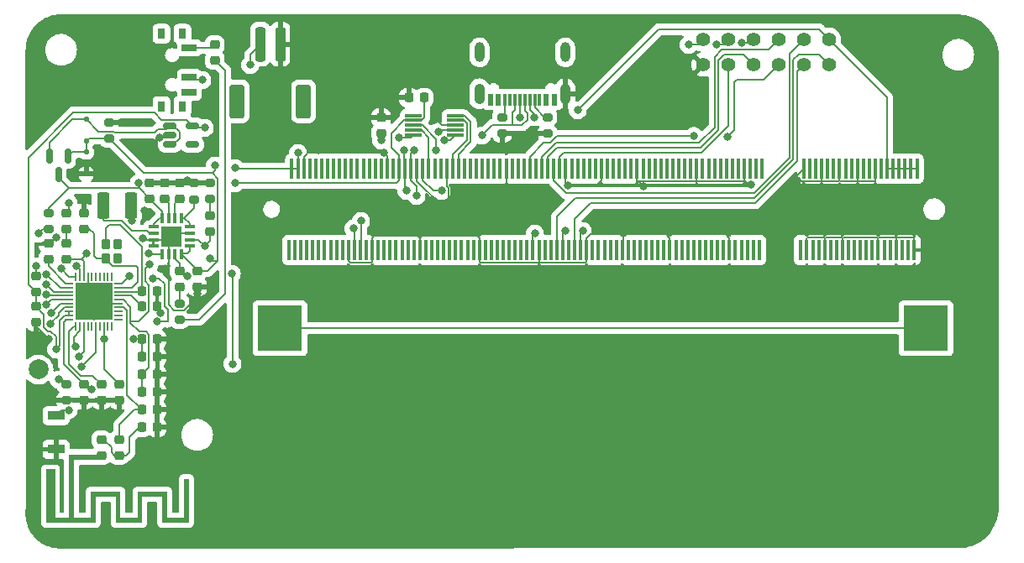
<source format=gbr>
%TF.GenerationSoftware,KiCad,Pcbnew,7.0.2*%
%TF.CreationDate,2023-06-20T04:31:58+02:00*%
%TF.ProjectId,SenseU_Mainboard,53656e73-6555-45f4-9d61-696e626f6172,rev?*%
%TF.SameCoordinates,Original*%
%TF.FileFunction,Copper,L1,Top*%
%TF.FilePolarity,Positive*%
%FSLAX46Y46*%
G04 Gerber Fmt 4.6, Leading zero omitted, Abs format (unit mm)*
G04 Created by KiCad (PCBNEW 7.0.2) date 2023-06-20 04:31:58*
%MOMM*%
%LPD*%
G01*
G04 APERTURE LIST*
G04 Aperture macros list*
%AMRoundRect*
0 Rectangle with rounded corners*
0 $1 Rounding radius*
0 $2 $3 $4 $5 $6 $7 $8 $9 X,Y pos of 4 corners*
0 Add a 4 corners polygon primitive as box body*
4,1,4,$2,$3,$4,$5,$6,$7,$8,$9,$2,$3,0*
0 Add four circle primitives for the rounded corners*
1,1,$1+$1,$2,$3*
1,1,$1+$1,$4,$5*
1,1,$1+$1,$6,$7*
1,1,$1+$1,$8,$9*
0 Add four rect primitives between the rounded corners*
20,1,$1+$1,$2,$3,$4,$5,0*
20,1,$1+$1,$4,$5,$6,$7,0*
20,1,$1+$1,$6,$7,$8,$9,0*
20,1,$1+$1,$8,$9,$2,$3,0*%
G04 Aperture macros list end*
%TA.AperFunction,SMDPad,CuDef*%
%ADD10RoundRect,0.225000X0.250000X-0.225000X0.250000X0.225000X-0.250000X0.225000X-0.250000X-0.225000X0*%
%TD*%
%TA.AperFunction,SMDPad,CuDef*%
%ADD11RoundRect,0.218750X0.256250X-0.218750X0.256250X0.218750X-0.256250X0.218750X-0.256250X-0.218750X0*%
%TD*%
%TA.AperFunction,ConnectorPad*%
%ADD12R,3.175000X0.575000*%
%TD*%
%TA.AperFunction,ComponentPad*%
%ADD13R,0.900000X0.500000*%
%TD*%
%TA.AperFunction,SMDPad,CuDef*%
%ADD14RoundRect,0.225000X0.225000X0.250000X-0.225000X0.250000X-0.225000X-0.250000X0.225000X-0.250000X0*%
%TD*%
%TA.AperFunction,SMDPad,CuDef*%
%ADD15RoundRect,0.200000X-0.275000X0.200000X-0.275000X-0.200000X0.275000X-0.200000X0.275000X0.200000X0*%
%TD*%
%TA.AperFunction,SMDPad,CuDef*%
%ADD16RoundRect,0.225000X-0.250000X0.225000X-0.250000X-0.225000X0.250000X-0.225000X0.250000X0.225000X0*%
%TD*%
%TA.AperFunction,SMDPad,CuDef*%
%ADD17R,1.500000X0.700000*%
%TD*%
%TA.AperFunction,SMDPad,CuDef*%
%ADD18R,0.800000X1.000000*%
%TD*%
%TA.AperFunction,SMDPad,CuDef*%
%ADD19R,1.700000X0.900000*%
%TD*%
%TA.AperFunction,SMDPad,CuDef*%
%ADD20RoundRect,0.225000X-0.225000X-0.250000X0.225000X-0.250000X0.225000X0.250000X-0.225000X0.250000X0*%
%TD*%
%TA.AperFunction,SMDPad,CuDef*%
%ADD21RoundRect,0.150000X-0.150000X0.587500X-0.150000X-0.587500X0.150000X-0.587500X0.150000X0.587500X0*%
%TD*%
%TA.AperFunction,SMDPad,CuDef*%
%ADD22RoundRect,0.218750X-0.256250X0.218750X-0.256250X-0.218750X0.256250X-0.218750X0.256250X0.218750X0*%
%TD*%
%TA.AperFunction,SMDPad,CuDef*%
%ADD23RoundRect,0.200000X0.275000X-0.200000X0.275000X0.200000X-0.275000X0.200000X-0.275000X-0.200000X0*%
%TD*%
%TA.AperFunction,SMDPad,CuDef*%
%ADD24RoundRect,0.150000X-0.512500X-0.150000X0.512500X-0.150000X0.512500X0.150000X-0.512500X0.150000X0*%
%TD*%
%TA.AperFunction,SMDPad,CuDef*%
%ADD25RoundRect,0.125000X-0.125000X0.125000X-0.125000X-0.125000X0.125000X-0.125000X0.125000X0.125000X0*%
%TD*%
%TA.AperFunction,SMDPad,CuDef*%
%ADD26RoundRect,0.011200X0.783800X0.128800X-0.783800X0.128800X-0.783800X-0.128800X0.783800X-0.128800X0*%
%TD*%
%TA.AperFunction,ComponentPad*%
%ADD27C,1.397000*%
%TD*%
%TA.AperFunction,SMDPad,CuDef*%
%ADD28RoundRect,0.102000X-0.323000X0.373000X-0.323000X-0.373000X0.323000X-0.373000X0.323000X0.373000X0*%
%TD*%
%TA.AperFunction,SMDPad,CuDef*%
%ADD29R,0.600000X1.150000*%
%TD*%
%TA.AperFunction,SMDPad,CuDef*%
%ADD30R,0.300000X1.150000*%
%TD*%
%TA.AperFunction,ComponentPad*%
%ADD31O,1.050000X2.100000*%
%TD*%
%TA.AperFunction,ComponentPad*%
%ADD32O,1.000000X2.000000*%
%TD*%
%TA.AperFunction,SMDPad,CuDef*%
%ADD33C,2.000000*%
%TD*%
%TA.AperFunction,SMDPad,CuDef*%
%ADD34RoundRect,0.075000X-0.462500X-0.075000X0.462500X-0.075000X0.462500X0.075000X-0.462500X0.075000X0*%
%TD*%
%TA.AperFunction,SMDPad,CuDef*%
%ADD35RoundRect,0.075000X-0.075000X-0.462500X0.075000X-0.462500X0.075000X0.462500X-0.075000X0.462500X0*%
%TD*%
%TA.AperFunction,SMDPad,CuDef*%
%ADD36R,2.150000X2.150000*%
%TD*%
%TA.AperFunction,SMDPad,CuDef*%
%ADD37RoundRect,0.250000X-0.250000X-1.500000X0.250000X-1.500000X0.250000X1.500000X-0.250000X1.500000X0*%
%TD*%
%TA.AperFunction,SMDPad,CuDef*%
%ADD38RoundRect,0.250001X-0.499999X-1.449999X0.499999X-1.449999X0.499999X1.449999X-0.499999X1.449999X0*%
%TD*%
%TA.AperFunction,SMDPad,CuDef*%
%ADD39RoundRect,0.250000X0.375000X1.075000X-0.375000X1.075000X-0.375000X-1.075000X0.375000X-1.075000X0*%
%TD*%
%TA.AperFunction,SMDPad,CuDef*%
%ADD40R,0.350000X2.000000*%
%TD*%
%TA.AperFunction,SMDPad,CuDef*%
%ADD41R,4.500000X4.600000*%
%TD*%
%TA.AperFunction,SMDPad,CuDef*%
%ADD42RoundRect,0.050000X-0.337500X-0.050000X0.337500X-0.050000X0.337500X0.050000X-0.337500X0.050000X0*%
%TD*%
%TA.AperFunction,SMDPad,CuDef*%
%ADD43RoundRect,0.050000X-0.050000X-0.337500X0.050000X-0.337500X0.050000X0.337500X-0.050000X0.337500X0*%
%TD*%
%TA.AperFunction,SMDPad,CuDef*%
%ADD44R,3.800000X3.800000*%
%TD*%
%TA.AperFunction,ViaPad*%
%ADD45C,0.800000*%
%TD*%
%TA.AperFunction,Conductor*%
%ADD46C,0.200000*%
%TD*%
G04 APERTURE END LIST*
%TA.AperFunction,EtchedComponent*%
%TO.C,AE1*%
G36*
X101364000Y-143249000D02*
G01*
X103064000Y-143249000D01*
X103064000Y-140609000D01*
X106064000Y-140609000D01*
X106064000Y-143249000D01*
X107764000Y-143249000D01*
X107764000Y-140609000D01*
X110764000Y-140609000D01*
X110764000Y-143249000D01*
X112464000Y-143249000D01*
X112464000Y-139309000D01*
X112964000Y-139309000D01*
X112964000Y-143749000D01*
X110264000Y-143749000D01*
X110264000Y-141109000D01*
X108264000Y-141109000D01*
X108264000Y-143749000D01*
X105564000Y-143749000D01*
X105564000Y-141109000D01*
X103564000Y-141109000D01*
X103564000Y-143749000D01*
X98564000Y-143749000D01*
X98564000Y-138592215D01*
X98866417Y-138592215D01*
X98871153Y-138640622D01*
X98890815Y-138685416D01*
X98925755Y-138722186D01*
X98958647Y-138739092D01*
X99006733Y-138746982D01*
X99056318Y-138740408D01*
X99101628Y-138720313D01*
X99136888Y-138687643D01*
X99153782Y-138655417D01*
X99162222Y-138607158D01*
X99155691Y-138557632D01*
X99135132Y-138512447D01*
X99101489Y-138477213D01*
X99082878Y-138466600D01*
X99037363Y-138453700D01*
X98988844Y-138452957D01*
X98946181Y-138465065D01*
X98938269Y-138469419D01*
X98900326Y-138502203D01*
X98876258Y-138544605D01*
X98866417Y-138592215D01*
X98564000Y-138592215D01*
X98564000Y-138349000D01*
X99464000Y-138349000D01*
X99464000Y-143249000D01*
X100864000Y-143249000D01*
X100864000Y-136849000D01*
X101364000Y-136849000D01*
X101364000Y-143249000D01*
G37*
%TD.AperFunction*%
%TD*%
D10*
%TO.P,C5,1*%
%TO.N,Net-(U3-V3)*%
X132334000Y-104407000D03*
%TO.P,C5,2*%
%TO.N,GND*%
X132334000Y-102857000D03*
%TD*%
D11*
%TO.P,D4,1,K*%
%TO.N,Net-(D4-K)*%
X112014000Y-119913500D03*
%TO.P,D4,2,A*%
%TO.N,Charge Status*%
X112014000Y-118338500D03*
%TD*%
D12*
%TO.P,AE1,1,A*%
%TO.N,/MCU & Comms/MicroController/RF*%
X102426500Y-137086500D03*
D13*
%TO.P,AE1,2*%
%TO.N,N/C*%
X99014000Y-138599000D03*
%TD*%
D14*
%TO.P,C6,1*%
%TO.N,VBUS*%
X136665000Y-100838000D03*
%TO.P,C6,2*%
%TO.N,GND*%
X135115000Y-100838000D03*
%TD*%
D15*
%TO.P,R5,1*%
%TO.N,Net-(D4-K)*%
X112014000Y-121603000D03*
%TO.P,R5,2*%
%TO.N,VBAT*%
X112014000Y-123253000D03*
%TD*%
D16*
%TO.P,C11,1*%
%TO.N,Net-(U4-DECUSB)*%
X104140000Y-129781000D03*
%TO.P,C11,2*%
%TO.N,GND*%
X104140000Y-131331000D03*
%TD*%
D17*
%TO.P,S1,1*%
%TO.N,Net-(F1-Pad1)*%
X113002000Y-95794000D03*
%TO.P,S1,2*%
%TO.N,BATT+*%
X113002000Y-98794000D03*
%TO.P,S1,3*%
%TO.N,unconnected-(S1-Pad3)*%
X113002000Y-100294000D03*
D18*
%TO.P,S1,S1*%
%TO.N,N/C*%
X112302000Y-94394000D03*
%TO.P,S1,S2*%
X110202000Y-94394000D03*
%TO.P,S1,S3*%
X110202000Y-101694000D03*
%TO.P,S1,S4*%
X112302000Y-101694000D03*
%TD*%
D19*
%TO.P,RST1,1,A*%
%TO.N,GND*%
X99568000Y-136320000D03*
%TO.P,RST1,2,B*%
%TO.N,/MCU & Comms/MicroController/RST*%
X99568000Y-132920000D03*
%TD*%
D20*
%TO.P,C17,1*%
%TO.N,/MCU & Comms/MicroController/X1-*%
X108191000Y-120396000D03*
%TO.P,C17,2*%
%TO.N,GND*%
X109741000Y-120396000D03*
%TD*%
D21*
%TO.P,Q1,1,G*%
%TO.N,VBUS*%
X100772000Y-106758500D03*
%TO.P,Q1,2,S*%
%TO.N,Net-(D2-K)*%
X98872000Y-106758500D03*
%TO.P,Q1,3,D*%
%TO.N,BATT+*%
X99822000Y-108633500D03*
%TD*%
D22*
%TO.P,F1,1*%
%TO.N,Net-(F1-Pad1)*%
X115570000Y-95478500D03*
%TO.P,F1,2*%
%TO.N,VBAT*%
X115570000Y-97053500D03*
%TD*%
D15*
%TO.P,R2,1*%
%TO.N,CC2*%
X144526000Y-102807000D03*
%TO.P,R2,2*%
%TO.N,GND*%
X144526000Y-104457000D03*
%TD*%
D20*
%TO.P,C19,1*%
%TO.N,Net-(C19-Pad1)*%
X108191000Y-134112000D03*
%TO.P,C19,2*%
%TO.N,GND*%
X109741000Y-134112000D03*
%TD*%
D23*
%TO.P,R3,1*%
%TO.N,VBUS*%
X104902000Y-104965000D03*
%TO.P,R3,2*%
%TO.N,GND*%
X104902000Y-103315000D03*
%TD*%
D11*
%TO.P,L3,1*%
%TO.N,Net-(L2-Pad2)*%
X100584000Y-114071500D03*
%TO.P,L3,2*%
%TO.N,Net-(U4-DCC)*%
X100584000Y-112496500D03*
%TD*%
D20*
%TO.P,C8,1*%
%TO.N,VDD*%
X108191000Y-127000000D03*
%TO.P,C8,2*%
%TO.N,GND*%
X109741000Y-127000000D03*
%TD*%
%TO.P,C10,1*%
%TO.N,VDD*%
X108191000Y-125222000D03*
%TO.P,C10,2*%
%TO.N,GND*%
X109741000Y-125222000D03*
%TD*%
D11*
%TO.P,L2,1*%
%TO.N,Net-(U4-DEC4)*%
X100584000Y-117119500D03*
%TO.P,L2,2*%
%TO.N,Net-(L2-Pad2)*%
X100584000Y-115544500D03*
%TD*%
D10*
%TO.P,C7,1*%
%TO.N,Net-(U4-DEC1)*%
X98806000Y-117107000D03*
%TO.P,C7,2*%
%TO.N,GND*%
X98806000Y-115557000D03*
%TD*%
D16*
%TO.P,C1,1*%
%TO.N,VBUS*%
X113792000Y-118351000D03*
%TO.P,C1,2*%
%TO.N,GND*%
X113792000Y-119901000D03*
%TD*%
D10*
%TO.P,C16,1*%
%TO.N,/MCU & Comms/MicroController/X1+*%
X102362000Y-114059000D03*
%TO.P,C16,2*%
%TO.N,GND*%
X102362000Y-112509000D03*
%TD*%
D15*
%TO.P,R1,1*%
%TO.N,CC1*%
X149098000Y-102807000D03*
%TO.P,R1,2*%
%TO.N,GND*%
X149098000Y-104457000D03*
%TD*%
D24*
%TO.P,U1,1,VIN*%
%TO.N,Net-(D2-K)*%
X111027500Y-103670500D03*
%TO.P,U1,2,GND*%
%TO.N,GND*%
X111027500Y-104620500D03*
%TO.P,U1,3,EN*%
%TO.N,Net-(D2-K)*%
X111027500Y-105570500D03*
%TO.P,U1,4,NC*%
%TO.N,unconnected-(U1-NC-Pad4)*%
X113302500Y-105570500D03*
%TO.P,U1,5,VOUT*%
%TO.N,VDD*%
X113302500Y-103670500D03*
%TD*%
D25*
%TO.P,D1,1,K*%
%TO.N,VBUS*%
X102616000Y-106342000D03*
%TO.P,D1,2,A*%
%TO.N,GND*%
X102616000Y-108542000D03*
%TD*%
D26*
%TO.P,U3,1,UD+*%
%TO.N,DATA+*%
X139783000Y-104632000D03*
%TO.P,U3,2,UD-*%
%TO.N,DATA-*%
X139783000Y-104132000D03*
%TO.P,U3,3,GND*%
%TO.N,GND*%
X139783000Y-103632000D03*
%TO.P,U3,4,~{RTS}*%
%TO.N,/MCU & Comms/UART_NRTS*%
X139783000Y-103132000D03*
%TO.P,U3,5,~{CTS}*%
%TO.N,/MCU & Comms/UART_NCTS*%
X139783000Y-102632000D03*
%TO.P,U3,6,TNOW*%
%TO.N,unconnected-(U3-TNOW-Pad6)*%
X135553000Y-102632000D03*
%TO.P,U3,7,VCC*%
%TO.N,VBUS*%
X135553000Y-103132000D03*
%TO.P,U3,8,TXD*%
%TO.N,/MCU & Comms/UART_TX*%
X135553000Y-103632000D03*
%TO.P,U3,9,RXD*%
%TO.N,/MCU & Comms/UART_RX*%
X135553000Y-104132000D03*
%TO.P,U3,10,V3*%
%TO.N,Net-(U3-V3)*%
X135553000Y-104632000D03*
%TD*%
D23*
%TO.P,R6,1*%
%TO.N,Net-(U2-IDET)*%
X113506000Y-111093000D03*
%TO.P,R6,2*%
%TO.N,GND*%
X113506000Y-109443000D03*
%TD*%
D16*
%TO.P,C2,1*%
%TO.N,GND*%
X110490000Y-109461000D03*
%TO.P,C2,2*%
%TO.N,Net-(U2-TIMER)*%
X110490000Y-111011000D03*
%TD*%
D27*
%TO.P,J3,A1,A1*%
%TO.N,VDD*%
X177495200Y-94970600D03*
%TO.P,J3,A2,A2*%
%TO.N,/MCU & Comms/FPGA/PDM-2*%
X174955200Y-94970600D03*
%TO.P,J3,A3,A3*%
%TO.N,/MCU & Comms/FPGA/PDM-4*%
X172415200Y-94970600D03*
%TO.P,J3,A4,A4*%
%TO.N,/MCU & Comms/FPGA/PDM-6*%
X169875200Y-94970600D03*
%TO.P,J3,A5,A5*%
%TO.N,/MCU & Comms/FPGA/PDM-8*%
X167335200Y-94970600D03*
%TO.P,J3,A6,A6*%
%TO.N,/MCU & Comms/FPGA/CLK*%
X164795200Y-94970600D03*
%TO.P,J3,B1,B1*%
%TO.N,/MCU & Comms/FPGA/PDM-9*%
X177495200Y-97510600D03*
%TO.P,J3,B2,B2*%
%TO.N,/MCU & Comms/FPGA/PDM-7*%
X174955200Y-97510600D03*
%TO.P,J3,B3,B3*%
%TO.N,/MCU & Comms/FPGA/PDM-5*%
X172415200Y-97510600D03*
%TO.P,J3,B4,B4*%
%TO.N,/MCU & Comms/FPGA/PDM-3*%
X169875200Y-97510600D03*
%TO.P,J3,B5,B5*%
%TO.N,/MCU & Comms/FPGA/PDM-1*%
X167335200Y-97510600D03*
%TO.P,J3,B6,B6*%
%TO.N,GND*%
X164795200Y-97510600D03*
%TD*%
D20*
%TO.P,C14,1*%
%TO.N,Net-(U4-ANT_RF)*%
X108191000Y-132334000D03*
%TO.P,C14,2*%
%TO.N,GND*%
X109741000Y-132334000D03*
%TD*%
D16*
%TO.P,C20,1*%
%TO.N,VDD*%
X105918000Y-129781000D03*
%TO.P,C20,2*%
%TO.N,GND*%
X105918000Y-131331000D03*
%TD*%
D28*
%TO.P,X1,1,1*%
%TO.N,/MCU & Comms/MicroController/X1-*%
X104581000Y-115607000D03*
%TO.P,X1,2,2*%
%TO.N,/MCU & Comms/MicroController/X1+*%
X104581000Y-117057000D03*
%TO.P,X1,3*%
%TO.N,N/C*%
X105731000Y-117057000D03*
%TO.P,X1,4*%
X105731000Y-115607000D03*
%TD*%
D29*
%TO.P,J1,A1_B12*%
%TO.N,N/C*%
X149758000Y-101021000D03*
%TO.P,J1,A4_B9*%
X148958000Y-101021000D03*
D30*
%TO.P,J1,A5,CC1*%
%TO.N,CC1*%
X147808000Y-101021000D03*
%TO.P,J1,A6,D+*%
%TO.N,DATA+*%
X146808000Y-101021000D03*
%TO.P,J1,A7,D-*%
%TO.N,DATA-*%
X146308000Y-101021000D03*
%TO.P,J1,A8*%
%TO.N,N/C*%
X145308000Y-101021000D03*
D29*
%TO.P,J1,B1_A12*%
X143358000Y-101021000D03*
%TO.P,J1,B4_A9*%
X144158000Y-101021000D03*
D30*
%TO.P,J1,B5,CC2*%
%TO.N,CC2*%
X144808000Y-101021000D03*
%TO.P,J1,B6,D+*%
%TO.N,DATA+*%
X145808000Y-101021000D03*
%TO.P,J1,B7,D-*%
%TO.N,DATA-*%
X147308000Y-101021000D03*
%TO.P,J1,B8*%
%TO.N,N/C*%
X148308000Y-101021000D03*
D31*
%TO.P,J1,S1,SHIELD*%
%TO.N,GND*%
X150878000Y-100446000D03*
D32*
%TO.P,J1,S2*%
%TO.N,N/C*%
X150878000Y-96266000D03*
%TO.P,J1,S3*%
X142238000Y-96266000D03*
D31*
%TO.P,J1,S4*%
X142238000Y-100446000D03*
%TD*%
D20*
%TO.P,C12,1*%
%TO.N,Net-(U4-DEC4)*%
X108191000Y-130556000D03*
%TO.P,C12,2*%
%TO.N,GND*%
X109741000Y-130556000D03*
%TD*%
D23*
%TO.P,R4,1*%
%TO.N,Net-(D3-K)*%
X115062000Y-111061000D03*
%TO.P,R4,2*%
%TO.N,GND*%
X115062000Y-109411000D03*
%TD*%
D22*
%TO.P,L4,1*%
%TO.N,Net-(U4-ANT_RF)*%
X105918000Y-135356500D03*
%TO.P,L4,2*%
%TO.N,Net-(C19-Pad1)*%
X105918000Y-136931500D03*
%TD*%
D16*
%TO.P,C3,1*%
%TO.N,GND*%
X112014000Y-109461000D03*
%TO.P,C3,2*%
%TO.N,Net-(U2-SS)*%
X112014000Y-111011000D03*
%TD*%
D33*
%TO.P,TP1,1,1*%
%TO.N,/MCU & Comms/MicroController/IO 5*%
X97790000Y-128270000D03*
%TD*%
D34*
%TO.P,U2,1,BAT*%
%TO.N,BATT+*%
X109382500Y-113865000D03*
%TO.P,U2,2,SENSE*%
%TO.N,Net-(U2-SENSE)*%
X109382500Y-114515000D03*
%TO.P,U2,3,PGND*%
%TO.N,GND*%
X109382500Y-115165000D03*
%TO.P,U2,4,GNDSENS*%
X109382500Y-115815000D03*
D35*
%TO.P,U2,5,SW*%
%TO.N,Net-(U2-SW)*%
X110245000Y-116677500D03*
%TO.P,U2,6,~{EN}*%
%TO.N,GND*%
X110895000Y-116677500D03*
%TO.P,U2,7,~{CHRG}*%
%TO.N,Charge Status*%
X111545000Y-116677500D03*
%TO.P,U2,8,PVin*%
%TO.N,VBUS*%
X112195000Y-116677500D03*
D34*
%TO.P,U2,9,Vinsense*%
X113057500Y-115815000D03*
%TO.P,U2,10,FAULT*%
%TO.N,Charge Fault*%
X113057500Y-115165000D03*
%TO.P,U2,11,NTC*%
%TO.N,GND*%
X113057500Y-114515000D03*
%TO.P,U2,12,PROG*%
%TO.N,Net-(U2-IDET)*%
X113057500Y-113865000D03*
D35*
%TO.P,U2,13,IDET*%
X112195000Y-113002500D03*
%TO.P,U2,14,SS*%
%TO.N,Net-(U2-SS)*%
X111545000Y-113002500D03*
%TO.P,U2,15,TIMER*%
%TO.N,Net-(U2-TIMER)*%
X110895000Y-113002500D03*
%TO.P,U2,16,BATSENS*%
%TO.N,BATT+*%
X110245000Y-113002500D03*
D36*
%TO.P,U2,17,PAD*%
%TO.N,GND*%
X111220000Y-114840000D03*
%TD*%
D15*
%TO.P,R7,1*%
%TO.N,BATT+*%
X98806000Y-112459000D03*
%TO.P,R7,2*%
%TO.N,/MCU & Comms/MicroController/IO 3*%
X98806000Y-114109000D03*
%TD*%
D37*
%TO.P,J2,1,Pin_1*%
%TO.N,BATT+*%
X120158000Y-95448000D03*
%TO.P,J2,2,Pin_2*%
%TO.N,GND*%
X122158000Y-95448000D03*
D38*
%TO.P,J2,MP*%
%TO.N,N/C*%
X117808000Y-101198000D03*
X124508000Y-101198000D03*
%TD*%
D39*
%TO.P,L1,1,1*%
%TO.N,Net-(U2-SW)*%
X107096000Y-111728000D03*
%TO.P,L1,2,2*%
%TO.N,Net-(U2-SENSE)*%
X104296000Y-111728000D03*
%TD*%
D22*
%TO.P,D3,1,K*%
%TO.N,Net-(D3-K)*%
X115062000Y-112750500D03*
%TO.P,D3,2,A*%
%TO.N,Charge Fault*%
X115062000Y-114325500D03*
%TD*%
%TO.P,F2,1*%
%TO.N,Net-(F2-Pad1)*%
X97536000Y-118846500D03*
%TO.P,F2,2*%
%TO.N,VDD*%
X97536000Y-120421500D03*
%TD*%
%TO.P,L5,1*%
%TO.N,Net-(C19-Pad1)*%
X104140000Y-135356500D03*
%TO.P,L5,2*%
%TO.N,/MCU & Comms/MicroController/RF*%
X104140000Y-136931500D03*
%TD*%
D20*
%TO.P,C18,1*%
%TO.N,Net-(U4-DEC3)*%
X108191000Y-121920000D03*
%TO.P,C18,2*%
%TO.N,GND*%
X109741000Y-121920000D03*
%TD*%
D10*
%TO.P,C4,1*%
%TO.N,BATT+*%
X108966000Y-111011000D03*
%TO.P,C4,2*%
%TO.N,GND*%
X108966000Y-109461000D03*
%TD*%
D20*
%TO.P,C13,1*%
%TO.N,Net-(U4-DEC4)*%
X108191000Y-128778000D03*
%TO.P,C13,2*%
%TO.N,GND*%
X109741000Y-128778000D03*
%TD*%
D16*
%TO.P,C9,1*%
%TO.N,VBUS*%
X102362000Y-129781000D03*
%TO.P,C9,2*%
%TO.N,GND*%
X102362000Y-131331000D03*
%TD*%
D40*
%TO.P,J4,1,1*%
%TO.N,VDD*%
X186336000Y-108005500D03*
%TO.P,J4,2,2*%
%TO.N,GND*%
X186036000Y-116205500D03*
%TO.P,J4,3,3*%
%TO.N,VDD*%
X185736000Y-108005500D03*
%TO.P,J4,4,4*%
%TO.N,unconnected-(J4-Pad4)*%
X185436000Y-116205500D03*
%TO.P,J4,5,5*%
%TO.N,VDD*%
X185136000Y-108005500D03*
%TO.P,J4,6,6*%
%TO.N,unconnected-(J4-Pad6)*%
X184836000Y-116205500D03*
%TO.P,J4,7,7*%
%TO.N,VDD*%
X184536000Y-108005500D03*
%TO.P,J4,8,8*%
%TO.N,GND*%
X184236000Y-116205500D03*
%TO.P,J4,9,9*%
%TO.N,VDD*%
X183936000Y-108005500D03*
%TO.P,J4,10,10*%
%TO.N,unconnected-(J4-Pad10)*%
X183636000Y-116205500D03*
%TO.P,J4,11,11*%
%TO.N,VDD*%
X183336000Y-108005500D03*
%TO.P,J4,12,12*%
%TO.N,unconnected-(J4-Pad12)*%
X183036000Y-116205500D03*
%TO.P,J4,13,13*%
%TO.N,unconnected-(J4-Pad13)*%
X182736000Y-108005500D03*
%TO.P,J4,14,14*%
%TO.N,GND*%
X182436000Y-116205500D03*
%TO.P,J4,15,15*%
X182136000Y-108005500D03*
%TO.P,J4,16,16*%
%TO.N,unconnected-(J4-Pad16)*%
X181836000Y-116205500D03*
%TO.P,J4,17,17*%
%TO.N,unconnected-(J4-Pad17)*%
X181536000Y-108005500D03*
%TO.P,J4,18,18*%
%TO.N,unconnected-(J4-Pad18)*%
X181236000Y-116205500D03*
%TO.P,J4,19,19*%
%TO.N,unconnected-(J4-Pad19)*%
X180936000Y-108005500D03*
%TO.P,J4,20,20*%
%TO.N,unconnected-(J4-Pad20)*%
X180636000Y-116205500D03*
%TO.P,J4,21,21*%
%TO.N,GND*%
X180336000Y-108005500D03*
%TO.P,J4,22,22*%
%TO.N,unconnected-(J4-Pad22)*%
X180036000Y-116205500D03*
%TO.P,J4,23,23*%
%TO.N,unconnected-(J4-Pad23)*%
X179736000Y-108005500D03*
%TO.P,J4,24,24*%
%TO.N,unconnected-(J4-Pad24)*%
X179436000Y-116205500D03*
%TO.P,J4,25,25*%
%TO.N,unconnected-(J4-Pad25)*%
X179136000Y-108005500D03*
%TO.P,J4,26,26*%
%TO.N,GND*%
X178836000Y-116205500D03*
%TO.P,J4,27,27*%
X178536000Y-108005500D03*
%TO.P,J4,28,28*%
%TO.N,unconnected-(J4-Pad28)*%
X178236000Y-116205500D03*
%TO.P,J4,29,29*%
%TO.N,unconnected-(J4-Pad29)*%
X177936000Y-108005500D03*
%TO.P,J4,30,30*%
%TO.N,unconnected-(J4-Pad30)*%
X177636000Y-116205500D03*
%TO.P,J4,31,31*%
%TO.N,unconnected-(J4-Pad31)*%
X177336000Y-108005500D03*
%TO.P,J4,32,32*%
%TO.N,GND*%
X177036000Y-116205500D03*
%TO.P,J4,33,33*%
X176736000Y-108005500D03*
%TO.P,J4,34,34*%
%TO.N,unconnected-(J4-Pad34)*%
X176436000Y-116205500D03*
%TO.P,J4,35,35*%
%TO.N,unconnected-(J4-Pad35)*%
X176136000Y-108005500D03*
%TO.P,J4,36,36*%
%TO.N,unconnected-(J4-Pad36)*%
X175836000Y-116205500D03*
%TO.P,J4,37,37*%
%TO.N,unconnected-(J4-Pad37)*%
X175536000Y-108005500D03*
%TO.P,J4,38,38*%
%TO.N,GND*%
X175236000Y-116205500D03*
%TO.P,J4,39,39*%
X174936000Y-108005500D03*
%TO.P,J4,40,40*%
%TO.N,unconnected-(J4-Pad40)*%
X174636000Y-116205500D03*
%TO.P,J4,41,41*%
%TO.N,unconnected-(J4-Pad41)*%
X170736000Y-108005500D03*
%TO.P,J4,42,42*%
%TO.N,unconnected-(J4-Pad42)*%
X170436000Y-116205500D03*
%TO.P,J4,43,43*%
%TO.N,unconnected-(J4-Pad43)*%
X170136000Y-108005500D03*
%TO.P,J4,44,44*%
%TO.N,unconnected-(J4-Pad44)*%
X169836000Y-116205500D03*
%TO.P,J4,45,45*%
%TO.N,unconnected-(J4-Pad45)*%
X169536000Y-108005500D03*
%TO.P,J4,46,46*%
%TO.N,unconnected-(J4-Pad46)*%
X169236000Y-116205500D03*
%TO.P,J4,47,47*%
%TO.N,GND*%
X168936000Y-108005500D03*
%TO.P,J4,48,48*%
%TO.N,unconnected-(J4-Pad48)*%
X168636000Y-116205500D03*
%TO.P,J4,49,49*%
%TO.N,unconnected-(J4-Pad49)*%
X168336000Y-108005500D03*
%TO.P,J4,50,50*%
%TO.N,unconnected-(J4-Pad50)*%
X168036000Y-116205500D03*
%TO.P,J4,51,51*%
%TO.N,unconnected-(J4-Pad51)*%
X167736000Y-108005500D03*
%TO.P,J4,52,52*%
%TO.N,GND*%
X167436000Y-116205500D03*
%TO.P,J4,53,53*%
%TO.N,unconnected-(J4-Pad53)*%
X167136000Y-108005500D03*
%TO.P,J4,54,54*%
%TO.N,unconnected-(J4-Pad54)*%
X166836000Y-116205500D03*
%TO.P,J4,55,55*%
%TO.N,unconnected-(J4-Pad55)*%
X166536000Y-108005500D03*
%TO.P,J4,56,56*%
%TO.N,unconnected-(J4-Pad56)*%
X166236000Y-116205500D03*
%TO.P,J4,57,57*%
%TO.N,unconnected-(J4-Pad57)*%
X165936000Y-108005500D03*
%TO.P,J4,58,58*%
%TO.N,unconnected-(J4-Pad58)*%
X165636000Y-116205500D03*
%TO.P,J4,59,59*%
%TO.N,unconnected-(J4-Pad59)*%
X165336000Y-108005500D03*
%TO.P,J4,60,60*%
%TO.N,unconnected-(J4-Pad60)*%
X165036000Y-116205500D03*
%TO.P,J4,61,61*%
%TO.N,unconnected-(J4-Pad61)*%
X164736000Y-108005500D03*
%TO.P,J4,62,62*%
%TO.N,unconnected-(J4-Pad62)*%
X164436000Y-116205500D03*
%TO.P,J4,63,63*%
%TO.N,GND*%
X164136000Y-108005500D03*
%TO.P,J4,64,64*%
%TO.N,unconnected-(J4-Pad64)*%
X163836000Y-116205500D03*
%TO.P,J4,65,65*%
%TO.N,unconnected-(J4-Pad65)*%
X163536000Y-108005500D03*
%TO.P,J4,66,66*%
%TO.N,unconnected-(J4-Pad66)*%
X163236000Y-116205500D03*
%TO.P,J4,67,67*%
%TO.N,unconnected-(J4-Pad67)*%
X162936000Y-108005500D03*
%TO.P,J4,68,68*%
%TO.N,unconnected-(J4-Pad68)*%
X162636000Y-116205500D03*
%TO.P,J4,69,69*%
%TO.N,unconnected-(J4-Pad69)*%
X162336000Y-108005500D03*
%TO.P,J4,70,70*%
%TO.N,unconnected-(J4-Pad70)*%
X162036000Y-116205500D03*
%TO.P,J4,71,71*%
%TO.N,unconnected-(J4-Pad71)*%
X161736000Y-108005500D03*
%TO.P,J4,72,72*%
%TO.N,GND*%
X161436000Y-116205500D03*
%TO.P,J4,73,73*%
%TO.N,unconnected-(J4-Pad73)*%
X161136000Y-108005500D03*
%TO.P,J4,74,74*%
%TO.N,unconnected-(J4-Pad74)*%
X160836000Y-116205500D03*
%TO.P,J4,75,75*%
%TO.N,unconnected-(J4-Pad75)*%
X160536000Y-108005500D03*
%TO.P,J4,76,76*%
%TO.N,unconnected-(J4-Pad76)*%
X160236000Y-116205500D03*
%TO.P,J4,77,77*%
%TO.N,unconnected-(J4-Pad77)*%
X159936000Y-108005500D03*
%TO.P,J4,78,78*%
%TO.N,unconnected-(J4-Pad78)*%
X159636000Y-116205500D03*
%TO.P,J4,79,79*%
%TO.N,unconnected-(J4-Pad79)*%
X159336000Y-108005500D03*
%TO.P,J4,80,80*%
%TO.N,unconnected-(J4-Pad80)*%
X159036000Y-116205500D03*
%TO.P,J4,81,81*%
%TO.N,unconnected-(J4-Pad81)*%
X158736000Y-108005500D03*
%TO.P,J4,82,82*%
%TO.N,unconnected-(J4-Pad82)*%
X158436000Y-116205500D03*
%TO.P,J4,83,83*%
%TO.N,GND*%
X158136000Y-108005500D03*
%TO.P,J4,84,84*%
%TO.N,unconnected-(J4-Pad84)*%
X157836000Y-116205500D03*
%TO.P,J4,85,85*%
%TO.N,unconnected-(J4-Pad85)*%
X157536000Y-108005500D03*
%TO.P,J4,86,86*%
%TO.N,unconnected-(J4-Pad86)*%
X157236000Y-116205500D03*
%TO.P,J4,87,87*%
%TO.N,unconnected-(J4-Pad87)*%
X156936000Y-108005500D03*
%TO.P,J4,88,88*%
%TO.N,GND*%
X156636000Y-116205500D03*
%TO.P,J4,89,89*%
%TO.N,unconnected-(J4-Pad89)*%
X156336000Y-108005500D03*
%TO.P,J4,90,90*%
%TO.N,unconnected-(J4-Pad90)*%
X156036000Y-116205500D03*
%TO.P,J4,91,91*%
%TO.N,unconnected-(J4-Pad91)*%
X155736000Y-108005500D03*
%TO.P,J4,92,92*%
%TO.N,unconnected-(J4-Pad92)*%
X155436000Y-116205500D03*
%TO.P,J4,93,93*%
%TO.N,unconnected-(J4-Pad93)*%
X155136000Y-108005500D03*
%TO.P,J4,94,94*%
%TO.N,unconnected-(J4-Pad94)*%
X154836000Y-116205500D03*
%TO.P,J4,95,95*%
%TO.N,GND*%
X154536000Y-108005500D03*
%TO.P,J4,96,96*%
%TO.N,unconnected-(J4-Pad96)*%
X154236000Y-116205500D03*
%TO.P,J4,97,97*%
%TO.N,unconnected-(J4-Pad97)*%
X153936000Y-108005500D03*
%TO.P,J4,98,98*%
%TO.N,unconnected-(J4-Pad98)*%
X153636000Y-116205500D03*
%TO.P,J4,99,99*%
%TO.N,unconnected-(J4-Pad99)*%
X153336000Y-108005500D03*
%TO.P,J4,100,100*%
%TO.N,GND*%
X153036000Y-116205500D03*
%TO.P,J4,101,101*%
%TO.N,unconnected-(J4-Pad101)*%
X152736000Y-108005500D03*
%TO.P,J4,102,102*%
%TO.N,/MCU & Comms/FPGA/PDM-6*%
X152436000Y-116205500D03*
%TO.P,J4,103,103*%
%TO.N,unconnected-(J4-Pad103)*%
X152136000Y-108005500D03*
%TO.P,J4,104,104*%
%TO.N,/MCU & Comms/FPGA/PDM-7*%
X151836000Y-116205500D03*
%TO.P,J4,105,105*%
%TO.N,unconnected-(J4-Pad105)*%
X151536000Y-108005500D03*
%TO.P,J4,106,106*%
%TO.N,unconnected-(J4-Pad106)*%
X151236000Y-116205500D03*
%TO.P,J4,107,107*%
%TO.N,GND*%
X150936000Y-108005500D03*
%TO.P,J4,108,108*%
%TO.N,/MCU & Comms/FPGA/PDM-8*%
X150636000Y-116205500D03*
%TO.P,J4,109,109*%
%TO.N,/MCU & Comms/FPGA/PDM-1*%
X150336000Y-108005500D03*
%TO.P,J4,110,110*%
%TO.N,/MCU & Comms/FPGA/PDM-9*%
X150036000Y-116205500D03*
%TO.P,J4,111,111*%
%TO.N,/MCU & Comms/FPGA/PDM-2*%
X149736000Y-108005500D03*
%TO.P,J4,112,112*%
%TO.N,unconnected-(J4-Pad112)*%
X149436000Y-116205500D03*
%TO.P,J4,113,113*%
%TO.N,/MCU & Comms/FPGA/PDM-3*%
X149136000Y-108005500D03*
%TO.P,J4,114,114*%
%TO.N,unconnected-(J4-Pad114)*%
X148836000Y-116205500D03*
%TO.P,J4,115,115*%
%TO.N,/MCU & Comms/FPGA/PDM-4*%
X148536000Y-108005500D03*
%TO.P,J4,116,116*%
%TO.N,GND*%
X148236000Y-116205500D03*
%TO.P,J4,117,117*%
%TO.N,unconnected-(J4-Pad117)*%
X147936000Y-108005500D03*
%TO.P,J4,118,118*%
%TO.N,/MCU & Comms/FPGA/CLK*%
X147636000Y-116205500D03*
%TO.P,J4,119,119*%
%TO.N,/MCU & Comms/FPGA/PDM-5*%
X147336000Y-108005500D03*
%TO.P,J4,120,120*%
%TO.N,unconnected-(J4-Pad120)*%
X147036000Y-116205500D03*
%TO.P,J4,121,121*%
%TO.N,unconnected-(J4-Pad121)*%
X146736000Y-108005500D03*
%TO.P,J4,122,122*%
%TO.N,unconnected-(J4-Pad122)*%
X146436000Y-116205500D03*
%TO.P,J4,123,123*%
%TO.N,unconnected-(J4-Pad123)*%
X146136000Y-108005500D03*
%TO.P,J4,124,124*%
%TO.N,unconnected-(J4-Pad124)*%
X145836000Y-116205500D03*
%TO.P,J4,125,125*%
%TO.N,unconnected-(J4-Pad125)*%
X145536000Y-108005500D03*
%TO.P,J4,126,126*%
%TO.N,unconnected-(J4-Pad126)*%
X145236000Y-116205500D03*
%TO.P,J4,127,127*%
%TO.N,GND*%
X144936000Y-108005500D03*
%TO.P,J4,128,128*%
%TO.N,unconnected-(J4-Pad128)*%
X144636000Y-116205500D03*
%TO.P,J4,129,129*%
%TO.N,unconnected-(J4-Pad129)*%
X144336000Y-108005500D03*
%TO.P,J4,130,130*%
%TO.N,unconnected-(J4-Pad130)*%
X144036000Y-116205500D03*
%TO.P,J4,131,131*%
%TO.N,unconnected-(J4-Pad131)*%
X143736000Y-108005500D03*
%TO.P,J4,132,132*%
%TO.N,unconnected-(J4-Pad132)*%
X143436000Y-116205500D03*
%TO.P,J4,133,133*%
%TO.N,unconnected-(J4-Pad133)*%
X143136000Y-108005500D03*
%TO.P,J4,134,134*%
%TO.N,unconnected-(J4-Pad134)*%
X142836000Y-116205500D03*
%TO.P,J4,135,135*%
%TO.N,unconnected-(J4-Pad135)*%
X142536000Y-108005500D03*
%TO.P,J4,136,136*%
%TO.N,GND*%
X142236000Y-116205500D03*
%TO.P,J4,137,137*%
%TO.N,unconnected-(J4-Pad137)*%
X141936000Y-108005500D03*
%TO.P,J4,138,138*%
%TO.N,unconnected-(J4-Pad138)*%
X141636000Y-116205500D03*
%TO.P,J4,139,139*%
%TO.N,unconnected-(J4-Pad139)*%
X141336000Y-108005500D03*
%TO.P,J4,140,140*%
%TO.N,unconnected-(J4-Pad140)*%
X141036000Y-116205500D03*
%TO.P,J4,141,141*%
%TO.N,unconnected-(J4-Pad141)*%
X140736000Y-108005500D03*
%TO.P,J4,142,142*%
%TO.N,unconnected-(J4-Pad142)*%
X140436000Y-116205500D03*
%TO.P,J4,143,143*%
%TO.N,/MCU & Comms/UART_NCTS*%
X140136000Y-108005500D03*
%TO.P,J4,144,144*%
%TO.N,unconnected-(J4-Pad144)*%
X139836000Y-116205500D03*
%TO.P,J4,145,145*%
%TO.N,/MCU & Comms/UART_NRTS*%
X139536000Y-108005500D03*
%TO.P,J4,146,146*%
%TO.N,unconnected-(J4-Pad146)*%
X139236000Y-116205500D03*
%TO.P,J4,147,147*%
%TO.N,GND*%
X138936000Y-108005500D03*
%TO.P,J4,148,148*%
%TO.N,unconnected-(J4-Pad148)*%
X138636000Y-116205500D03*
%TO.P,J4,149,149*%
%TO.N,unconnected-(J4-Pad149)*%
X138336000Y-108005500D03*
%TO.P,J4,150,150*%
%TO.N,unconnected-(J4-Pad150)*%
X138036000Y-116205500D03*
%TO.P,J4,151,151*%
%TO.N,unconnected-(J4-Pad151)*%
X137736000Y-108005500D03*
%TO.P,J4,152,152*%
%TO.N,unconnected-(J4-Pad152)*%
X137436000Y-116205500D03*
%TO.P,J4,153,153*%
%TO.N,/MCU & Comms/UART_RX*%
X137136000Y-108005500D03*
%TO.P,J4,154,154*%
%TO.N,unconnected-(J4-Pad154)*%
X136836000Y-116205500D03*
%TO.P,J4,155,155*%
%TO.N,/MCU & Comms/UART_TX*%
X136536000Y-108005500D03*
%TO.P,J4,156,156*%
%TO.N,GND*%
X136236000Y-116205500D03*
%TO.P,J4,157,157*%
X135936000Y-108005500D03*
%TO.P,J4,158,158*%
%TO.N,unconnected-(J4-Pad158)*%
X135636000Y-116205500D03*
%TO.P,J4,159,159*%
%TO.N,DATA+*%
X135336000Y-108005500D03*
%TO.P,J4,160,160*%
%TO.N,unconnected-(J4-Pad160)*%
X135036000Y-116205500D03*
%TO.P,J4,161,161*%
%TO.N,DATA-*%
X134736000Y-108005500D03*
%TO.P,J4,162,162*%
%TO.N,unconnected-(J4-Pad162)*%
X134436000Y-116205500D03*
%TO.P,J4,163,163*%
%TO.N,VBUS*%
X134136000Y-108005500D03*
%TO.P,J4,164,164*%
%TO.N,unconnected-(J4-Pad164)*%
X133836000Y-116205500D03*
%TO.P,J4,165,165*%
%TO.N,/MCU & Comms/FPGA/USB_ID*%
X133536000Y-108005500D03*
%TO.P,J4,166,166*%
%TO.N,unconnected-(J4-Pad166)*%
X133236000Y-116205500D03*
%TO.P,J4,167,167*%
%TO.N,GND*%
X132936000Y-108005500D03*
%TO.P,J4,168,168*%
%TO.N,unconnected-(J4-Pad168)*%
X132636000Y-116205500D03*
%TO.P,J4,169,169*%
%TO.N,unconnected-(J4-Pad169)*%
X132336000Y-108005500D03*
%TO.P,J4,170,170*%
%TO.N,unconnected-(J4-Pad170)*%
X132036000Y-116205500D03*
%TO.P,J4,171,171*%
%TO.N,unconnected-(J4-Pad171)*%
X131736000Y-108005500D03*
%TO.P,J4,172,172*%
%TO.N,GND*%
X131436000Y-116205500D03*
%TO.P,J4,173,173*%
%TO.N,unconnected-(J4-Pad173)*%
X131136000Y-108005500D03*
%TO.P,J4,174,174*%
%TO.N,/MCU & Comms/FPGA/I2C_INT#*%
X130836000Y-116205500D03*
%TO.P,J4,175,175*%
%TO.N,unconnected-(J4-Pad175)*%
X130536000Y-108005500D03*
%TO.P,J4,176,176*%
%TO.N,/MCU & Comms/SDA*%
X130236000Y-116205500D03*
%TO.P,J4,177,177*%
%TO.N,unconnected-(J4-Pad177)*%
X129936000Y-108005500D03*
%TO.P,J4,178,178*%
%TO.N,/MCU & Comms/SCL*%
X129636000Y-116205500D03*
%TO.P,J4,179,179*%
%TO.N,unconnected-(J4-Pad179)*%
X129336000Y-108005500D03*
%TO.P,J4,180,180*%
%TO.N,GND*%
X129036000Y-116205500D03*
%TO.P,J4,181,181*%
%TO.N,unconnected-(J4-Pad181)*%
X128736000Y-108005500D03*
%TO.P,J4,182,182*%
%TO.N,unconnected-(J4-Pad182)*%
X128436000Y-116205500D03*
%TO.P,J4,183,183*%
%TO.N,unconnected-(J4-Pad183)*%
X128136000Y-108005500D03*
%TO.P,J4,184,184*%
%TO.N,unconnected-(J4-Pad184)*%
X127836000Y-116205500D03*
%TO.P,J4,185,185*%
%TO.N,unconnected-(J4-Pad185)*%
X127536000Y-108005500D03*
%TO.P,J4,186,186*%
%TO.N,unconnected-(J4-Pad186)*%
X127236000Y-116205500D03*
%TO.P,J4,187,187*%
%TO.N,unconnected-(J4-Pad187)*%
X126936000Y-108005500D03*
%TO.P,J4,188,188*%
%TO.N,unconnected-(J4-Pad188)*%
X126636000Y-116205500D03*
%TO.P,J4,189,189*%
%TO.N,unconnected-(J4-Pad189)*%
X126336000Y-108005500D03*
%TO.P,J4,190,190*%
%TO.N,unconnected-(J4-Pad190)*%
X126036000Y-116205500D03*
%TO.P,J4,191,191*%
%TO.N,unconnected-(J4-Pad191)*%
X125736000Y-108005500D03*
%TO.P,J4,192,192*%
%TO.N,unconnected-(J4-Pad192)*%
X125436000Y-116205500D03*
%TO.P,J4,193,193*%
%TO.N,unconnected-(J4-Pad193)*%
X125136000Y-108005500D03*
%TO.P,J4,194,194*%
%TO.N,unconnected-(J4-Pad194)*%
X124836000Y-116205500D03*
%TO.P,J4,195,195*%
%TO.N,GND*%
X124536000Y-108005500D03*
%TO.P,J4,196,196*%
%TO.N,unconnected-(J4-Pad196)*%
X124236000Y-116205500D03*
%TO.P,J4,197,197*%
%TO.N,VDD*%
X123936000Y-108005500D03*
%TO.P,J4,198,198*%
%TO.N,unconnected-(J4-Pad198)*%
X123636000Y-116205500D03*
%TO.P,J4,199,199*%
%TO.N,VDD*%
X123336000Y-108005500D03*
%TO.P,J4,200,200*%
%TO.N,unconnected-(J4-Pad200)*%
X123036000Y-116205500D03*
D41*
%TO.P,J4,S1,SHIELD*%
%TO.N,Net-(J4C-SHIELD-PadS1)*%
X187236000Y-124105500D03*
%TO.P,J4,S2,SHIELD*%
X122136000Y-124105500D03*
%TD*%
D42*
%TO.P,U4,1,DEC1*%
%TO.N,Net-(U4-DEC1)*%
X100890500Y-119612000D03*
%TO.P,U4,2,P0.00/XL1*%
%TO.N,/MCU & Comms/SDA*%
X100890500Y-120012000D03*
%TO.P,U4,3,P0.01/XL2*%
%TO.N,/MCU & Comms/SCL*%
X100890500Y-120412000D03*
%TO.P,U4,4,P0.04_AIN2*%
%TO.N,Charge Fault*%
X100890500Y-120812000D03*
%TO.P,U4,5,P0.05_AIN3*%
%TO.N,/MCU & Comms/MicroController/IO 3*%
X100890500Y-121212000D03*
%TO.P,U4,6,P0.06*%
%TO.N,Charge Status*%
X100890500Y-121612000D03*
%TO.P,U4,7,P0.07*%
%TO.N,/MCU & Comms/MicroController/IO 5*%
X100890500Y-122012000D03*
%TO.P,U4,8,VDD*%
%TO.N,VDD*%
X100890500Y-122412000D03*
%TO.P,U4,9,VDDH*%
X100890500Y-122812000D03*
%TO.P,U4,10,VBUS*%
%TO.N,VBUS*%
X100890500Y-123212000D03*
D43*
%TO.P,U4,11,DECUSB*%
%TO.N,Net-(U4-DECUSB)*%
X101578000Y-123899500D03*
%TO.P,U4,12,D-_USB*%
%TO.N,DATA-*%
X101978000Y-123899500D03*
%TO.P,U4,13,D+_USB*%
%TO.N,DATA+*%
X102378000Y-123899500D03*
%TO.P,U4,14,P0.14*%
%TO.N,unconnected-(U4-P0.14-Pad14)*%
X102778000Y-123899500D03*
%TO.P,U4,15,P0.15*%
%TO.N,unconnected-(U4-P0.15-Pad15)*%
X103178000Y-123899500D03*
%TO.P,U4,16,P0.18/RST*%
%TO.N,/MCU & Comms/MicroController/RST*%
X103578000Y-123899500D03*
%TO.P,U4,17,P0.20*%
%TO.N,unconnected-(U4-P0.20-Pad17)*%
X103978000Y-123899500D03*
%TO.P,U4,18,VDD*%
%TO.N,VDD*%
X104378000Y-123899500D03*
%TO.P,U4,19,SWDIO*%
%TO.N,unconnected-(U4-SWDIO-Pad19)*%
X104778000Y-123899500D03*
%TO.P,U4,20,SWDCLK*%
%TO.N,unconnected-(U4-SWDCLK-Pad20)*%
X105178000Y-123899500D03*
D42*
%TO.P,U4,21,DEC5_NC_*%
%TO.N,unconnected-(U4-DEC5_NC_-Pad21)*%
X105865500Y-123212000D03*
%TO.P,U4,22,P0.16*%
%TO.N,unconnected-(U4-P0.16-Pad22)*%
X105865500Y-122812000D03*
%TO.P,U4,23,P0.17*%
%TO.N,unconnected-(U4-P0.17-Pad23)*%
X105865500Y-122412000D03*
%TO.P,U4,24,ANT_RF*%
%TO.N,Net-(U4-ANT_RF)*%
X105865500Y-122012000D03*
%TO.P,U4,25,VSS_PA*%
%TO.N,GND*%
X105865500Y-121612000D03*
%TO.P,U4,26,DEC6*%
%TO.N,Net-(U4-DEC4)*%
X105865500Y-121212000D03*
%TO.P,U4,27,DEC3*%
%TO.N,Net-(U4-DEC3)*%
X105865500Y-120812000D03*
%TO.P,U4,28,XC1*%
%TO.N,/MCU & Comms/MicroController/X1-*%
X105865500Y-120412000D03*
%TO.P,U4,29,XC2*%
%TO.N,/MCU & Comms/MicroController/X1+*%
X105865500Y-120012000D03*
%TO.P,U4,30,VDD*%
%TO.N,VDD*%
X105865500Y-119612000D03*
D43*
%TO.P,U4,31,P0.08*%
%TO.N,/MCU & Comms/MicroController/IO 6*%
X105178000Y-118924500D03*
%TO.P,U4,32,P0.29*%
%TO.N,unconnected-(U4-P0.29-Pad32)*%
X104778000Y-118924500D03*
%TO.P,U4,33,P0.30*%
%TO.N,unconnected-(U4-P0.30-Pad33)*%
X104378000Y-118924500D03*
%TO.P,U4,34,P0.28*%
%TO.N,unconnected-(U4-P0.28-Pad34)*%
X103978000Y-118924500D03*
%TO.P,U4,35,P0.03/AIN1*%
%TO.N,unconnected-(U4-P0.03{slash}AIN1-Pad35)*%
X103578000Y-118924500D03*
%TO.P,U4,36,P0.02\u005CAIN0*%
%TO.N,unconnected-(U4-P0.02\u005CAIN0-Pad36)*%
X103178000Y-118924500D03*
%TO.P,U4,37,VSS*%
%TO.N,GND*%
X102778000Y-118924500D03*
%TO.P,U4,38,DEC4*%
%TO.N,Net-(U4-DEC4)*%
X102378000Y-118924500D03*
%TO.P,U4,39,DCC*%
%TO.N,Net-(U4-DCC)*%
X101978000Y-118924500D03*
%TO.P,U4,40,VDD*%
%TO.N,Net-(F2-Pad1)*%
X101578000Y-118924500D03*
D44*
%TO.P,U4,41,VSS*%
%TO.N,GND*%
X103378000Y-121412000D03*
%TD*%
D15*
%TO.P,R8,1*%
%TO.N,/MCU & Comms/MicroController/IO 3*%
X100584000Y-129731000D03*
%TO.P,R8,2*%
%TO.N,GND*%
X100584000Y-131381000D03*
%TD*%
D25*
%TO.P,D2,1,K*%
%TO.N,Net-(D2-K)*%
X102616000Y-103040000D03*
%TO.P,D2,2,A*%
%TO.N,VBUS*%
X102616000Y-105240000D03*
%TD*%
D16*
%TO.P,C15,1*%
%TO.N,VDD*%
X97536000Y-121907000D03*
%TO.P,C15,2*%
%TO.N,GND*%
X97536000Y-123457000D03*
%TD*%
D45*
%TO.N,VBUS*%
X117285500Y-118618000D03*
X103120923Y-130303189D03*
X115062000Y-117094000D03*
X117348000Y-127699500D03*
X115570000Y-107696000D03*
X117602000Y-109474000D03*
%TO.N,GND*%
X152146000Y-136398000D03*
X140462000Y-131064000D03*
X99602231Y-114947390D03*
X161290000Y-118364000D03*
X167386000Y-118618000D03*
X157988000Y-101092000D03*
X177038000Y-118618000D03*
X178816000Y-114046000D03*
X182372000Y-114046000D03*
X128778000Y-97028000D03*
X101346000Y-108712000D03*
X151188872Y-109669128D03*
X175006000Y-118618000D03*
X165100000Y-136398000D03*
X104902000Y-108204000D03*
X127508000Y-136906000D03*
X136398000Y-97028000D03*
X112776000Y-109157500D03*
X167386000Y-114046000D03*
X110113517Y-122521839D03*
X103378000Y-122873500D03*
X175260000Y-114046000D03*
X107442000Y-105918000D03*
X137668000Y-103124000D03*
X120396000Y-105410000D03*
X140462000Y-143002000D03*
X102362000Y-110998000D03*
X107442000Y-103378000D03*
X147828000Y-104648000D03*
X110998000Y-114808000D03*
X175768000Y-131318000D03*
X108337107Y-114999500D03*
X178562000Y-109982000D03*
X156464000Y-118364000D03*
X165354000Y-143002000D03*
X108458000Y-112268000D03*
X112522000Y-106934000D03*
X98806000Y-125222000D03*
X109977766Y-104897881D03*
X140462000Y-136652000D03*
X176022000Y-136398000D03*
X125984000Y-106172000D03*
X182372000Y-118618000D03*
X169646256Y-109605002D03*
X107188000Y-100838000D03*
X127508000Y-143002000D03*
X130048000Y-105156000D03*
X182118000Y-109982000D03*
X180340000Y-109982000D03*
X115316000Y-119634000D03*
X115824000Y-123698000D03*
X158750000Y-109790500D03*
X132334000Y-97028000D03*
X144780000Y-110236000D03*
X115316000Y-129794000D03*
X152400000Y-143002000D03*
X152146000Y-131318000D03*
X132589964Y-106411222D03*
X176022000Y-143002000D03*
X161036000Y-114046000D03*
X174244000Y-109220000D03*
X156718000Y-114554000D03*
X176784000Y-109982000D03*
X127508000Y-130810000D03*
X138430000Y-111760000D03*
X178816000Y-118618000D03*
X113792000Y-120650000D03*
X164846000Y-131318000D03*
%TO.N,BATT+*%
X107891500Y-109474000D03*
X119126000Y-97536000D03*
X114300000Y-99060000D03*
%TO.N,Net-(U3-V3)*%
X134112000Y-104902000D03*
X132334000Y-105156000D03*
%TO.N,VDD*%
X107379500Y-125222000D03*
X109335307Y-119063500D03*
X99568000Y-126238000D03*
X123952000Y-106426000D03*
X152146000Y-102108000D03*
X104394000Y-125222000D03*
X106934000Y-118872000D03*
X117602000Y-107950000D03*
X114554000Y-103886000D03*
X109728000Y-123444000D03*
%TO.N,Net-(U4-DEC4)*%
X108966000Y-117664500D03*
X102616000Y-116586000D03*
%TO.N,Charge Fault*%
X114554000Y-115824000D03*
X98608717Y-120694247D03*
%TO.N,Charge Status*%
X112772923Y-118873189D03*
X99049562Y-122591651D03*
%TO.N,Net-(F2-Pad1)*%
X97536000Y-117856000D03*
X100073991Y-118116158D03*
%TO.N,Net-(U2-SW)*%
X107188000Y-113284000D03*
X108890500Y-116586000D03*
%TO.N,Net-(U4-DCC)*%
X100838000Y-111506000D03*
X101613246Y-117819000D03*
%TO.N,/MCU & Comms/MicroController/IO 3*%
X97790000Y-114554000D03*
X99822000Y-129286000D03*
X98610500Y-121693748D03*
%TO.N,/MCU & Comms/MicroController/RST*%
X102123465Y-128000535D03*
X100838000Y-132380500D03*
%TO.N,/MCU & Comms/MicroController/IO 5*%
X97790000Y-128270000D03*
X99028812Y-123693445D03*
%TO.N,/MCU & Comms/SDA*%
X98610500Y-118649743D03*
X130302000Y-113284000D03*
%TO.N,/MCU & Comms/SCL*%
X98551198Y-119647485D03*
X129540000Y-114046000D03*
%TO.N,DATA-*%
X134874000Y-110236000D03*
X138075036Y-104246403D03*
X147752500Y-102817582D03*
X146304000Y-102870000D03*
X101537500Y-125921500D03*
X134620000Y-106172000D03*
%TO.N,DATA+*%
X101854000Y-127000000D03*
X135890000Y-110744000D03*
X138738887Y-105123606D03*
X135636000Y-106172000D03*
X142494000Y-104648000D03*
%TO.N,/MCU & Comms/FPGA/PDM-6*%
X168656000Y-95312500D03*
X152654000Y-114300000D03*
%TO.N,/MCU & Comms/FPGA/PDM-8*%
X150876000Y-114300000D03*
X166116000Y-95504000D03*
%TO.N,/MCU & Comms/FPGA/CLK*%
X147828000Y-114554000D03*
X163322000Y-95504000D03*
%TO.N,/MCU & Comms/FPGA/PDM-5*%
X167245622Y-104761622D03*
X163830000Y-104710500D03*
%TO.N,/MCU & Comms/UART_TX*%
X138430000Y-110236000D03*
X137835500Y-106172000D03*
%TD*%
D46*
%TO.N,VBUS*%
X102362000Y-129781000D02*
X102349000Y-129781000D01*
X112286500Y-116586000D02*
X112776000Y-116586000D01*
X136665000Y-102872703D02*
X136665000Y-100838000D01*
X112195000Y-116677500D02*
X112286500Y-116586000D01*
X133350000Y-104416612D02*
X133350000Y-105891950D01*
X115062000Y-117094000D02*
X115316000Y-117348000D01*
X100330000Y-127762000D02*
X100330000Y-123455711D01*
X115570000Y-107696000D02*
X115570000Y-108204000D01*
X133867500Y-109474000D02*
X117602000Y-109474000D01*
X115837000Y-117335000D02*
X115824000Y-117348000D01*
X113792000Y-118351000D02*
X113792000Y-118274500D01*
X115316000Y-117348000D02*
X115824000Y-117348000D01*
X134136000Y-109205500D02*
X133867500Y-109474000D01*
X134136000Y-108005500D02*
X134136000Y-109205500D01*
X115316000Y-108458000D02*
X115837000Y-108979000D01*
X102349000Y-129781000D02*
X100330000Y-127762000D01*
X100330000Y-123455711D02*
X100573711Y-123212000D01*
X115570000Y-108204000D02*
X115316000Y-108458000D01*
X134634612Y-103132000D02*
X133350000Y-104416612D01*
X113792000Y-118274500D02*
X112195000Y-116677500D01*
X113057500Y-116304500D02*
X113057500Y-115815000D01*
X135553000Y-103132000D02*
X136405703Y-103132000D01*
X101188500Y-106342000D02*
X100772000Y-106758500D01*
X104902000Y-104965000D02*
X102891000Y-104965000D01*
X133350000Y-105891950D02*
X134136000Y-106677950D01*
X102616000Y-106342000D02*
X101188500Y-106342000D01*
X135553000Y-103132000D02*
X134634612Y-103132000D01*
X117348000Y-118680500D02*
X117285500Y-118618000D01*
X102598734Y-129781000D02*
X103120923Y-130303189D01*
X136405703Y-103132000D02*
X136665000Y-102872703D01*
X112776000Y-116586000D02*
X113057500Y-116304500D01*
X102616000Y-105240000D02*
X102616000Y-106342000D01*
X115824000Y-117348000D02*
X114821000Y-118351000D01*
X104902000Y-104965000D02*
X108395000Y-108458000D01*
X108395000Y-108458000D02*
X115316000Y-108458000D01*
X100573711Y-123212000D02*
X100890500Y-123212000D01*
X102362000Y-129781000D02*
X102598734Y-129781000D01*
X115837000Y-108979000D02*
X115837000Y-117335000D01*
X117348000Y-127699500D02*
X117348000Y-118680500D01*
X102891000Y-104965000D02*
X102616000Y-105240000D01*
X114821000Y-118351000D02*
X113792000Y-118351000D01*
X134136000Y-106677950D02*
X134136000Y-108005500D01*
%TO.N,GND*%
X110895000Y-115165000D02*
X110895000Y-116677500D01*
X180336000Y-109205500D02*
X180436000Y-109305500D01*
X109382500Y-115815000D02*
X109152607Y-115815000D01*
X161436000Y-115030500D02*
X161436000Y-116205500D01*
X175236000Y-115005500D02*
X175336000Y-114905500D01*
X164036000Y-109305500D02*
X164136000Y-109205500D01*
X124536000Y-106830500D02*
X125194500Y-106172000D01*
X153487500Y-114554000D02*
X153036000Y-115005500D01*
X157897372Y-109669128D02*
X158261000Y-109305500D01*
X158261000Y-109305500D02*
X158746000Y-109790500D01*
X178711000Y-114905500D02*
X178836000Y-115030500D01*
X154072372Y-109669128D02*
X154536000Y-109205500D01*
X180336000Y-109205500D02*
X180336000Y-108005500D01*
X135936000Y-109239814D02*
X138430000Y-111733814D01*
X156718000Y-116123500D02*
X156636000Y-116205500D01*
X112472500Y-109461000D02*
X112776000Y-109157500D01*
X102778000Y-120812000D02*
X103378000Y-121412000D01*
X139130000Y-111060000D02*
X138430000Y-111760000D01*
X113538000Y-109411000D02*
X113506000Y-109443000D01*
X98992621Y-115557000D02*
X99602231Y-114947390D01*
X178436000Y-109305500D02*
X178536000Y-109205500D01*
X147828000Y-104648000D02*
X148907000Y-104648000D01*
X108502607Y-115165000D02*
X108337107Y-114999500D01*
X154072372Y-109669128D02*
X157897372Y-109669128D01*
X148178500Y-117505500D02*
X152936000Y-117505500D01*
X148236000Y-117448000D02*
X148236000Y-116205500D01*
X178961000Y-114905500D02*
X182336000Y-114905500D01*
X111450314Y-122303000D02*
X112496107Y-122303000D01*
X109382500Y-115165000D02*
X108502607Y-115165000D01*
X182336000Y-114905500D02*
X182436000Y-115005500D01*
X164036000Y-109305500D02*
X168811000Y-109305500D01*
X125194500Y-106172000D02*
X125984000Y-106172000D01*
X156718000Y-114554000D02*
X160959500Y-114554000D01*
X108966000Y-109461000D02*
X110490000Y-109461000D01*
X142236000Y-116205500D02*
X142236000Y-117405500D01*
X103578000Y-121612000D02*
X105865500Y-121612000D01*
X186036000Y-115005500D02*
X186036000Y-116205500D01*
X151188872Y-109669128D02*
X154072372Y-109669128D01*
X184136000Y-114905500D02*
X184236000Y-115005500D01*
X182036000Y-109305500D02*
X182136000Y-109205500D01*
X176736000Y-109205500D02*
X176736000Y-108005500D01*
X138936000Y-108005500D02*
X138936000Y-109752050D01*
X178536000Y-109205500D02*
X178536000Y-108005500D01*
X144936000Y-108005500D02*
X144936000Y-110080000D01*
X131336000Y-117505500D02*
X129189500Y-117505500D01*
X115062000Y-109411000D02*
X113538000Y-109411000D01*
X102778000Y-118924500D02*
X102778000Y-120812000D01*
X104965000Y-103378000D02*
X107442000Y-103378000D01*
X160959500Y-114554000D02*
X166984500Y-114554000D01*
X158746000Y-109790500D02*
X158750000Y-109790500D01*
X160959500Y-114554000D02*
X161436000Y-115030500D01*
X136458500Y-114808000D02*
X142038500Y-114808000D01*
X144936000Y-110080000D02*
X144780000Y-110236000D01*
X182118000Y-109982000D02*
X182118000Y-109387500D01*
X176636000Y-109305500D02*
X178436000Y-109305500D01*
X156718000Y-114554000D02*
X156718000Y-116123500D01*
X175236000Y-116205500D02*
X175236000Y-115005500D01*
X167436000Y-115005500D02*
X167436000Y-116205500D01*
X103378000Y-121412000D02*
X103578000Y-121612000D01*
X132936000Y-106757258D02*
X132589964Y-106411222D01*
X109741000Y-122149322D02*
X109741000Y-121920000D01*
X112014000Y-109461000D02*
X112472500Y-109461000D01*
X178636000Y-109305500D02*
X180236000Y-109305500D01*
X113792000Y-121007107D02*
X113792000Y-120650000D01*
X135936000Y-108005500D02*
X135936000Y-109239814D01*
X131436000Y-116205500D02*
X131436000Y-117405500D01*
X104902000Y-103315000D02*
X104965000Y-103378000D01*
X158136000Y-109430500D02*
X158136000Y-108005500D01*
X150936000Y-109416256D02*
X151188872Y-109669128D01*
X142336000Y-117505500D02*
X148178500Y-117505500D01*
X150936000Y-108005500D02*
X150936000Y-109416256D01*
X109977766Y-104897881D02*
X110750119Y-104897881D01*
X97536000Y-123952000D02*
X98806000Y-125222000D01*
X176936000Y-114905500D02*
X177036000Y-115005500D01*
X177036000Y-115005500D02*
X177136000Y-114905500D01*
X129189500Y-117505500D02*
X129036000Y-117352000D01*
X137942583Y-103124000D02*
X137668000Y-103124000D01*
X131436000Y-117405500D02*
X131336000Y-117505500D01*
X113792000Y-120650000D02*
X113792000Y-119901000D01*
X111545000Y-114515000D02*
X111220000Y-114840000D01*
X186036000Y-116205500D02*
X186036000Y-113305500D01*
X175336000Y-114905500D02*
X176936000Y-114905500D01*
X174329500Y-109305500D02*
X176636000Y-109305500D01*
X186036000Y-113305500D02*
X182712500Y-109982000D01*
X148178500Y-117505500D02*
X148236000Y-117448000D01*
X156718000Y-114554000D02*
X153487500Y-114554000D01*
X184136000Y-114905500D02*
X185936000Y-114905500D01*
X168936000Y-109180500D02*
X169360502Y-109605002D01*
X112496107Y-122303000D02*
X113792000Y-121007107D01*
X177036000Y-115005500D02*
X177036000Y-116205500D01*
X174244000Y-108697500D02*
X174936000Y-108005500D01*
X169360502Y-109605002D02*
X169646256Y-109605002D01*
X113057500Y-114515000D02*
X111545000Y-114515000D01*
X124536000Y-108005500D02*
X124536000Y-106830500D01*
X177136000Y-114905500D02*
X178711000Y-114905500D01*
X138936000Y-109752050D02*
X139130000Y-109946050D01*
X109382500Y-115165000D02*
X110895000Y-115165000D01*
X110113517Y-122521839D02*
X109741000Y-122149322D01*
X157897372Y-109669128D02*
X158136000Y-109430500D01*
X110895000Y-121747686D02*
X111450314Y-122303000D01*
X139130000Y-109946050D02*
X139130000Y-111060000D01*
X110895000Y-116677500D02*
X110895000Y-121747686D01*
X142038500Y-114808000D02*
X142236000Y-115005500D01*
X168936000Y-109180500D02*
X168936000Y-108005500D01*
X153036000Y-117405500D02*
X153036000Y-116205500D01*
X102362000Y-112509000D02*
X102362000Y-110998000D01*
X136236000Y-116205500D02*
X136236000Y-115005500D01*
X185936000Y-114905500D02*
X186036000Y-115005500D01*
X174244000Y-109220000D02*
X174244000Y-108697500D01*
X153036000Y-115005500D02*
X153036000Y-116205500D01*
X102616000Y-108542000D02*
X101516000Y-108542000D01*
X97536000Y-123457000D02*
X97536000Y-123952000D01*
X184236000Y-115005500D02*
X184236000Y-116205500D01*
X98806000Y-115557000D02*
X98992621Y-115557000D01*
X154536000Y-109205500D02*
X154536000Y-108005500D01*
X152936000Y-117505500D02*
X153036000Y-117405500D01*
X131633500Y-114808000D02*
X131436000Y-115005500D01*
X139783000Y-103632000D02*
X138450583Y-103632000D01*
X176636000Y-109305500D02*
X176736000Y-109205500D01*
X180436000Y-109305500D02*
X182036000Y-109305500D01*
X182136000Y-109205500D02*
X182136000Y-108005500D01*
X138450583Y-103632000D02*
X137942583Y-103124000D01*
X148907000Y-104648000D02*
X149098000Y-104457000D01*
X111220000Y-114840000D02*
X111252000Y-114808000D01*
X182436000Y-115005500D02*
X182536000Y-114905500D01*
X136236000Y-115030500D02*
X136458500Y-114808000D01*
X180236000Y-109305500D02*
X180336000Y-109205500D01*
X136038500Y-114808000D02*
X131633500Y-114808000D01*
X109741000Y-120396000D02*
X109741000Y-121920000D01*
X182536000Y-114905500D02*
X184136000Y-114905500D01*
X182118000Y-109387500D02*
X182036000Y-109305500D01*
X178836000Y-115030500D02*
X178961000Y-114905500D01*
X166984500Y-114554000D02*
X167436000Y-115005500D01*
X142236000Y-115005500D02*
X142236000Y-116205500D01*
X138430000Y-111733814D02*
X138430000Y-111760000D01*
X168811000Y-109305500D02*
X168936000Y-109180500D01*
X178536000Y-109205500D02*
X178636000Y-109305500D01*
X178836000Y-115030500D02*
X178836000Y-116205500D01*
X110998000Y-115062000D02*
X110895000Y-115165000D01*
X136236000Y-115005500D02*
X136236000Y-115030500D01*
X131436000Y-115005500D02*
X131436000Y-116205500D01*
X164136000Y-109205500D02*
X164136000Y-108005500D01*
X101516000Y-108542000D02*
X101346000Y-108712000D01*
X182436000Y-115005500D02*
X182436000Y-116205500D01*
X182712500Y-109982000D02*
X182118000Y-109982000D01*
X136236000Y-115005500D02*
X136038500Y-114808000D01*
X142236000Y-117405500D02*
X142336000Y-117505500D01*
X158261000Y-109305500D02*
X164036000Y-109305500D01*
X129036000Y-117352000D02*
X129036000Y-116205500D01*
X111252000Y-114808000D02*
X110998000Y-114808000D01*
X110998000Y-114808000D02*
X110998000Y-115062000D01*
X174244000Y-109220000D02*
X174329500Y-109305500D01*
X110750119Y-104897881D02*
X111027500Y-104620500D01*
X132936000Y-108005500D02*
X132936000Y-106757258D01*
%TO.N,Net-(U2-TIMER)*%
X110895000Y-113002500D02*
X110895000Y-111416000D01*
X110895000Y-111416000D02*
X110490000Y-111011000D01*
%TO.N,Net-(U2-SS)*%
X111545000Y-111480000D02*
X112014000Y-111011000D01*
X111545000Y-113002500D02*
X111545000Y-111480000D01*
%TO.N,BATT+*%
X108966000Y-111011000D02*
X107937000Y-109982000D01*
X114300000Y-99060000D02*
X113268000Y-99060000D01*
X100838000Y-109982000D02*
X99822000Y-108966000D01*
X100838000Y-109982000D02*
X98806000Y-112014000D01*
X119126000Y-97536000D02*
X119126000Y-96480000D01*
X110245000Y-112290000D02*
X108966000Y-111011000D01*
X107937000Y-109519500D02*
X107891500Y-109474000D01*
X113268000Y-99060000D02*
X113002000Y-98794000D01*
X107937000Y-109982000D02*
X107937000Y-109519500D01*
X110245000Y-113002500D02*
X110245000Y-112290000D01*
X98806000Y-112014000D02*
X98806000Y-112459000D01*
X109382500Y-113629500D02*
X109382500Y-113865000D01*
X110245000Y-113002500D02*
X110009500Y-113002500D01*
X99822000Y-108966000D02*
X99822000Y-108633500D01*
X119126000Y-96480000D02*
X120158000Y-95448000D01*
X110009500Y-113002500D02*
X109382500Y-113629500D01*
X107937000Y-109982000D02*
X100838000Y-109982000D01*
%TO.N,Net-(U3-V3)*%
X135283000Y-104902000D02*
X135553000Y-104632000D01*
X132334000Y-104407000D02*
X132334000Y-105156000D01*
X134112000Y-104902000D02*
X135283000Y-104902000D01*
%TO.N,Net-(U4-DEC1)*%
X98806000Y-117856000D02*
X98806000Y-117107000D01*
X100562000Y-119612000D02*
X98806000Y-117856000D01*
X100890500Y-119612000D02*
X100562000Y-119612000D01*
%TO.N,VDD*%
X110744000Y-123444000D02*
X109728000Y-123444000D01*
X110210500Y-103070500D02*
X112702500Y-103070500D01*
X99930000Y-125876000D02*
X99930000Y-123290025D01*
X99568000Y-126238000D02*
X99568000Y-124968000D01*
X185136000Y-108005500D02*
X185736000Y-108005500D01*
X186336000Y-108005500D02*
X185736000Y-108005500D01*
X106194000Y-119612000D02*
X106934000Y-118872000D01*
X96761000Y-106889314D02*
X101288314Y-102362000D01*
X98328812Y-123983395D02*
X98328812Y-122699812D01*
X97536000Y-120421500D02*
X96761000Y-119646500D01*
X123952000Y-106426000D02*
X123952000Y-107989500D01*
X99568000Y-126238000D02*
X99930000Y-125876000D01*
X176496700Y-93972100D02*
X160281900Y-93972100D01*
X117637500Y-108005500D02*
X123336000Y-108005500D01*
X100408025Y-122812000D02*
X100890500Y-122812000D01*
X110491000Y-121452538D02*
X110491000Y-121909372D01*
X117637500Y-108005500D02*
X117602000Y-107970000D01*
X104394000Y-125222000D02*
X104378000Y-125206000D01*
X96761000Y-119646500D02*
X96761000Y-106889314D01*
X109919500Y-119063500D02*
X110491000Y-119635000D01*
X177495200Y-94970600D02*
X176496700Y-93972100D01*
X185136000Y-108005500D02*
X184536000Y-108005500D01*
X183336000Y-100811400D02*
X183336000Y-108005500D01*
X98328812Y-122699812D02*
X97536000Y-121907000D01*
X110813517Y-123374483D02*
X110744000Y-123444000D01*
X108191000Y-125222000D02*
X107379500Y-125222000D01*
X97536000Y-121907000D02*
X97536000Y-120421500D01*
X183936000Y-108005500D02*
X184536000Y-108005500D01*
X112702500Y-103070500D02*
X113302500Y-103670500D01*
X99930000Y-123290025D02*
X100408025Y-122812000D01*
X109502000Y-102362000D02*
X110210500Y-103070500D01*
X110491000Y-121909372D02*
X110813517Y-122231889D01*
X107937000Y-127254000D02*
X108191000Y-127000000D01*
X98993445Y-124393445D02*
X98738862Y-124393445D01*
X113518000Y-103886000D02*
X113302500Y-103670500D01*
X123336000Y-108005500D02*
X123936000Y-108005500D01*
X177495200Y-94970600D02*
X183336000Y-100811400D01*
X114554000Y-103886000D02*
X113518000Y-103886000D01*
X109335307Y-119063500D02*
X109919500Y-119063500D01*
X104394000Y-128257000D02*
X105918000Y-129781000D01*
X123952000Y-107989500D02*
X123936000Y-108005500D01*
X104394000Y-125222000D02*
X104394000Y-128257000D01*
X110490000Y-121451538D02*
X110491000Y-121452538D01*
X108191000Y-125222000D02*
X108191000Y-127000000D01*
X99568000Y-124968000D02*
X98993445Y-124393445D01*
X183336000Y-108005500D02*
X183936000Y-108005500D01*
X104378000Y-125206000D02*
X104378000Y-123899500D01*
X98738862Y-124393445D02*
X98328812Y-123983395D01*
X110491000Y-119635000D02*
X110491000Y-120863462D01*
X110491000Y-120863462D02*
X110490000Y-120864462D01*
X110490000Y-120864462D02*
X110490000Y-121451538D01*
X100890500Y-122812000D02*
X100890500Y-122412000D01*
X160281900Y-93972100D02*
X152146000Y-102108000D01*
X110813517Y-122231889D02*
X110813517Y-123374483D01*
X117602000Y-107970000D02*
X117602000Y-107950000D01*
X105865500Y-119612000D02*
X106194000Y-119612000D01*
X101288314Y-102362000D02*
X109502000Y-102362000D01*
%TO.N,Net-(U4-DECUSB)*%
X100838000Y-127704314D02*
X102009843Y-128876157D01*
X101398500Y-123899500D02*
X100838000Y-124460000D01*
X101578000Y-123899500D02*
X101398500Y-123899500D01*
X103235157Y-128876157D02*
X104140000Y-129781000D01*
X100838000Y-124460000D02*
X100838000Y-127704314D01*
X102009843Y-128876157D02*
X103235157Y-128876157D01*
%TO.N,Net-(U4-DEC4)*%
X107884462Y-123444000D02*
X108941000Y-122387462D01*
X106347975Y-121212000D02*
X105865500Y-121212000D01*
X102165500Y-117119500D02*
X100584000Y-117119500D01*
X102616000Y-116586000D02*
X102616000Y-116669000D01*
X108191000Y-128778000D02*
X108941000Y-128028000D01*
X102616000Y-116669000D02*
X102165500Y-117119500D01*
X107080000Y-123590000D02*
X107080000Y-123444000D01*
X108633462Y-124447000D02*
X107937000Y-124447000D01*
X108191000Y-128778000D02*
X108191000Y-130556000D01*
X108941000Y-122387462D02*
X108941000Y-119730000D01*
X108591000Y-118039500D02*
X108966000Y-117664500D01*
X102378000Y-118924500D02*
X102378000Y-117332000D01*
X107080000Y-121944025D02*
X106347975Y-121212000D01*
X107937000Y-124447000D02*
X107080000Y-123590000D01*
X107080000Y-123444000D02*
X107884462Y-123444000D01*
X102378000Y-117332000D02*
X102165500Y-117119500D01*
X108941000Y-119730000D02*
X108591000Y-119380000D01*
X107080000Y-123444000D02*
X107080000Y-121944025D01*
X108591000Y-119380000D02*
X108591000Y-118039500D01*
X108941000Y-124754538D02*
X108633462Y-124447000D01*
X108941000Y-128028000D02*
X108941000Y-124754538D01*
%TO.N,Net-(U4-ANT_RF)*%
X106680000Y-129325538D02*
X106693000Y-129338538D01*
X106347975Y-122012000D02*
X106680000Y-122344025D01*
X106693000Y-129338538D02*
X106693000Y-130223462D01*
X105918000Y-133858000D02*
X107442000Y-132334000D01*
X106680000Y-130823000D02*
X108191000Y-132334000D01*
X107442000Y-132334000D02*
X108191000Y-132334000D01*
X106680000Y-130236462D02*
X106680000Y-130823000D01*
X106680000Y-122344025D02*
X106680000Y-129325538D01*
X106693000Y-130223462D02*
X106680000Y-130236462D01*
X105865500Y-122012000D02*
X106347975Y-122012000D01*
X105918000Y-135356500D02*
X105918000Y-133858000D01*
%TO.N,/MCU & Comms/MicroController/X1+*%
X107188000Y-120012000D02*
X107791000Y-119409000D01*
X102362000Y-114059000D02*
X102883000Y-114059000D01*
X102883000Y-114059000D02*
X103378000Y-114554000D01*
X103378000Y-116840000D02*
X103632000Y-117094000D01*
X107791000Y-119409000D02*
X107791000Y-117951000D01*
X107791000Y-117951000D02*
X107672000Y-117832000D01*
X104581000Y-117171514D02*
X104581000Y-117057000D01*
X105865500Y-120012000D02*
X107188000Y-120012000D01*
X105241486Y-117832000D02*
X104581000Y-117171514D01*
X103378000Y-114554000D02*
X103378000Y-116840000D01*
X104544000Y-117094000D02*
X104581000Y-117057000D01*
X103632000Y-117094000D02*
X104544000Y-117094000D01*
X107672000Y-117832000D02*
X105241486Y-117832000D01*
%TO.N,/MCU & Comms/MicroController/X1-*%
X105865500Y-120412000D02*
X108175000Y-120412000D01*
X106032364Y-113684000D02*
X104902000Y-113684000D01*
X104581000Y-114005000D02*
X104581000Y-115607000D01*
X104902000Y-113684000D02*
X104581000Y-114005000D01*
X108191000Y-120396000D02*
X108191000Y-115842636D01*
X108191000Y-115842636D02*
X106032364Y-113684000D01*
X108175000Y-120412000D02*
X108191000Y-120396000D01*
%TO.N,Net-(U4-DEC3)*%
X108191000Y-121920000D02*
X107083000Y-120812000D01*
X107083000Y-120812000D02*
X105865500Y-120812000D01*
%TO.N,Net-(C19-Pad1)*%
X105156000Y-136652000D02*
X105156000Y-136144000D01*
X105918000Y-136931500D02*
X105435500Y-136931500D01*
X106654500Y-136931500D02*
X105918000Y-136931500D01*
X104368500Y-135356500D02*
X104140000Y-135356500D01*
X107950000Y-134112000D02*
X106934000Y-135128000D01*
X105435500Y-136931500D02*
X105156000Y-136652000D01*
X105156000Y-136144000D02*
X104368500Y-135356500D01*
X106934000Y-135128000D02*
X106934000Y-136652000D01*
X106934000Y-136652000D02*
X106654500Y-136931500D01*
X108191000Y-134112000D02*
X107950000Y-134112000D01*
%TO.N,Net-(D2-K)*%
X101176000Y-103040000D02*
X102616000Y-103040000D01*
X112014000Y-104932896D02*
X112014000Y-104308104D01*
X110677500Y-104020500D02*
X109865197Y-104020500D01*
X105384107Y-104265000D02*
X103841000Y-104265000D01*
X111376396Y-103670500D02*
X111027500Y-103670500D01*
X109865197Y-104020500D02*
X109491697Y-104394000D01*
X98872000Y-106758500D02*
X98872000Y-105344000D01*
X105513107Y-104394000D02*
X105384107Y-104265000D01*
X109491697Y-104394000D02*
X105513107Y-104394000D01*
X103841000Y-104265000D02*
X102616000Y-103040000D01*
X111027500Y-105570500D02*
X111376396Y-105570500D01*
X111376396Y-105570500D02*
X112014000Y-104932896D01*
X98872000Y-105344000D02*
X101176000Y-103040000D01*
X111027500Y-103670500D02*
X110677500Y-104020500D01*
X112014000Y-104308104D02*
X111376396Y-103670500D01*
%TO.N,Net-(D3-K)*%
X115062000Y-111061000D02*
X115062000Y-112750500D01*
%TO.N,Charge Fault*%
X113895000Y-115165000D02*
X113057500Y-115165000D01*
X98726470Y-120812000D02*
X100890500Y-120812000D01*
X114554000Y-115824000D02*
X113895000Y-115165000D01*
X115062000Y-115316000D02*
X115062000Y-114325500D01*
X114554000Y-115824000D02*
X115062000Y-115316000D01*
X98608717Y-120694247D02*
X98726470Y-120812000D01*
%TO.N,Net-(D4-K)*%
X112014000Y-121603000D02*
X112014000Y-119913500D01*
%TO.N,Charge Status*%
X112548689Y-118873189D02*
X112014000Y-118338500D01*
X100029213Y-121612000D02*
X100890500Y-121612000D01*
X112772923Y-118873189D02*
X112548689Y-118873189D01*
X112050670Y-117601000D02*
X112050670Y-118301830D01*
X111545000Y-117095330D02*
X111545000Y-116677500D01*
X112050670Y-117601000D02*
X111545000Y-117095330D01*
X99049562Y-122591651D02*
X100029213Y-121612000D01*
X112050670Y-118301830D02*
X112014000Y-118338500D01*
%TO.N,Net-(F1-Pad1)*%
X113002000Y-95794000D02*
X115254500Y-95794000D01*
X115254500Y-95794000D02*
X115570000Y-95478500D01*
%TO.N,VBAT*%
X116586000Y-98069500D02*
X116586000Y-120650000D01*
X115570000Y-97053500D02*
X116586000Y-98069500D01*
X116586000Y-120650000D02*
X113983000Y-123253000D01*
X113983000Y-123253000D02*
X112014000Y-123253000D01*
%TO.N,Net-(F2-Pad1)*%
X100882333Y-118924500D02*
X100073991Y-118116158D01*
X97536000Y-117856000D02*
X97536000Y-118846500D01*
X101578000Y-118924500D02*
X100882333Y-118924500D01*
%TO.N,Net-(U2-SW)*%
X107188000Y-113284000D02*
X107188000Y-111820000D01*
X108982000Y-116677500D02*
X110245000Y-116677500D01*
X108890500Y-116586000D02*
X108982000Y-116677500D01*
X107188000Y-111820000D02*
X107096000Y-111728000D01*
%TO.N,Net-(U2-SENSE)*%
X109382500Y-114515000D02*
X108964670Y-114515000D01*
X106198050Y-113284000D02*
X104452000Y-113284000D01*
X108749670Y-114300000D02*
X107214050Y-114300000D01*
X104296000Y-113128000D02*
X104296000Y-111728000D01*
X107214050Y-114300000D02*
X106198050Y-113284000D01*
X108964670Y-114515000D02*
X108749670Y-114300000D01*
X104452000Y-113284000D02*
X104296000Y-113128000D01*
%TO.N,Net-(L2-Pad2)*%
X100584000Y-114071500D02*
X100584000Y-115544500D01*
%TO.N,Net-(U4-DCC)*%
X100838000Y-111506000D02*
X100838000Y-112242500D01*
X101978000Y-118924500D02*
X101978000Y-118183754D01*
X101978000Y-118183754D02*
X101613246Y-117819000D01*
X100838000Y-112242500D02*
X100584000Y-112496500D01*
%TO.N,CC1*%
X147808000Y-101846000D02*
X148769000Y-102807000D01*
X147808000Y-101021000D02*
X147808000Y-101846000D01*
X147828000Y-101041000D02*
X147808000Y-101021000D01*
X148769000Y-102807000D02*
X149098000Y-102807000D01*
%TO.N,CC2*%
X144526000Y-102807000D02*
X144808000Y-102525000D01*
X144780000Y-101049000D02*
X144808000Y-101021000D01*
X144808000Y-102525000D02*
X144808000Y-101021000D01*
%TO.N,Net-(U2-IDET)*%
X113506000Y-111991000D02*
X113506000Y-111093000D01*
X113030000Y-113538000D02*
X112494500Y-113002500D01*
X112494500Y-113002500D02*
X112195000Y-113002500D01*
X113057500Y-113865000D02*
X113030000Y-113837500D01*
X112494500Y-113002500D02*
X113506000Y-111991000D01*
X113030000Y-113837500D02*
X113030000Y-113538000D01*
%TO.N,/MCU & Comms/MicroController/IO 3*%
X100139000Y-129286000D02*
X100584000Y-129731000D01*
X98610500Y-121693748D02*
X99092248Y-121212000D01*
X99092248Y-121212000D02*
X100890500Y-121212000D01*
X99822000Y-129286000D02*
X100139000Y-129286000D01*
X98235000Y-114109000D02*
X98806000Y-114109000D01*
X97790000Y-114554000D02*
X98235000Y-114109000D01*
%TO.N,/MCU & Comms/MicroController/RST*%
X100107500Y-132380500D02*
X99568000Y-132920000D01*
X103578000Y-126546000D02*
X103578000Y-123899500D01*
X102123465Y-128000535D02*
X103578000Y-126546000D01*
X100838000Y-132380500D02*
X100107500Y-132380500D01*
%TO.N,/MCU & Comms/MicroController/IO 5*%
X99028812Y-123602351D02*
X99028812Y-123693445D01*
X99822000Y-122598025D02*
X99822000Y-122809163D01*
X100890500Y-122012000D02*
X100408025Y-122012000D01*
X99822000Y-122809163D02*
X99028812Y-123602351D01*
X100408025Y-122012000D02*
X99822000Y-122598025D01*
%TO.N,/MCU & Comms/SDA*%
X130302000Y-113284000D02*
X130302000Y-116139500D01*
X130302000Y-116139500D02*
X130236000Y-116205500D01*
X99972757Y-120012000D02*
X100890500Y-120012000D01*
X98610500Y-118649743D02*
X99972757Y-120012000D01*
%TO.N,/MCU & Comms/SCL*%
X129540000Y-114046000D02*
X129636000Y-114142000D01*
X98551198Y-119647485D02*
X99315713Y-120412000D01*
X99315713Y-120412000D02*
X100890500Y-120412000D01*
X129636000Y-114142000D02*
X129636000Y-116205500D01*
%TO.N,DATA-*%
X101978000Y-124381975D02*
X101346000Y-125013975D01*
X134874000Y-110236000D02*
X134736000Y-110098000D01*
X146308000Y-101021000D02*
X146308000Y-102866000D01*
X101978000Y-123899500D02*
X101978000Y-124381975D01*
X147308000Y-101021000D02*
X147308000Y-102089207D01*
X134620000Y-106172000D02*
X134620000Y-107889500D01*
X147308000Y-102089207D02*
X147752500Y-102533707D01*
X134736000Y-110098000D02*
X134736000Y-108005500D01*
X146308000Y-102866000D02*
X146304000Y-102870000D01*
X138075036Y-104246403D02*
X138189439Y-104132000D01*
X138189439Y-104132000D02*
X139783000Y-104132000D01*
X134620000Y-107889500D02*
X134736000Y-108005500D01*
X101346000Y-125013975D02*
X101346000Y-125730000D01*
X147752500Y-102533707D02*
X147752500Y-102817582D01*
X101346000Y-125730000D02*
X101537500Y-125921500D01*
%TO.N,DATA+*%
X145808000Y-101021000D02*
X145796000Y-101033000D01*
X102378000Y-123899500D02*
X102378000Y-126476000D01*
X135336000Y-106472000D02*
X135336000Y-108005500D01*
X138738887Y-105123606D02*
X139291394Y-105123606D01*
X147053000Y-102399893D02*
X147053000Y-103110950D01*
X145542000Y-103632000D02*
X143510000Y-103632000D01*
X102378000Y-126476000D02*
X101854000Y-127000000D01*
X145796000Y-102108000D02*
X145542000Y-102362000D01*
X146808000Y-102154893D02*
X147053000Y-102399893D01*
X135336000Y-109205500D02*
X135336000Y-108005500D01*
X139291394Y-105123606D02*
X139783000Y-104632000D01*
X135890000Y-109759500D02*
X135336000Y-109205500D01*
X145542000Y-102362000D02*
X145542000Y-103632000D01*
X147053000Y-103110950D02*
X146531950Y-103632000D01*
X146531950Y-103632000D02*
X145542000Y-103632000D01*
X143510000Y-103632000D02*
X142494000Y-104648000D01*
X135636000Y-106172000D02*
X135336000Y-106472000D01*
X145796000Y-101033000D02*
X145796000Y-102108000D01*
X146808000Y-101021000D02*
X146808000Y-102154893D01*
X135890000Y-110744000D02*
X135890000Y-109759500D01*
%TO.N,/MCU & Comms/FPGA/PDM-6*%
X152436000Y-114518000D02*
X152654000Y-114300000D01*
X152436000Y-116205500D02*
X152436000Y-114518000D01*
X169533300Y-95312500D02*
X169875200Y-94970600D01*
X168656000Y-95312500D02*
X169533300Y-95312500D01*
%TO.N,/MCU & Comms/FPGA/PDM-7*%
X174282000Y-98183800D02*
X174282000Y-107265372D01*
X151836000Y-113086000D02*
X151836000Y-116205500D01*
X170041372Y-111506000D02*
X153416000Y-111506000D01*
X153416000Y-111506000D02*
X151836000Y-113086000D01*
X174955200Y-97510600D02*
X174282000Y-98183800D01*
X174282000Y-107265372D02*
X170041372Y-111506000D01*
%TO.N,/MCU & Comms/FPGA/PDM-8*%
X150636000Y-116205500D02*
X150636000Y-114540000D01*
X150636000Y-114540000D02*
X150876000Y-114300000D01*
X166116000Y-95504000D02*
X166801800Y-95504000D01*
X166801800Y-95504000D02*
X167335200Y-94970600D01*
%TO.N,/MCU & Comms/FPGA/PDM-1*%
X167335200Y-103682800D02*
X167335200Y-97510600D01*
X150336000Y-106805500D02*
X150715500Y-106426000D01*
X150336000Y-108005500D02*
X150336000Y-106805500D01*
X150715500Y-106426000D02*
X164592000Y-106426000D01*
X164592000Y-106426000D02*
X167335200Y-103682800D01*
%TO.N,/MCU & Comms/FPGA/PDM-9*%
X177495200Y-97510600D02*
X176496700Y-96512100D01*
X173882000Y-107099686D02*
X169983685Y-110998000D01*
X169983685Y-110998000D02*
X151892000Y-110998000D01*
X151892000Y-110998000D02*
X150036000Y-112854000D01*
X174397900Y-96512100D02*
X173882000Y-97028000D01*
X173882000Y-97028000D02*
X173882000Y-107099686D01*
X176496700Y-96512100D02*
X174397900Y-96512100D01*
X150036000Y-112854000D02*
X150036000Y-116205500D01*
%TO.N,/MCU & Comms/FPGA/PDM-2*%
X169926000Y-110490000D02*
X173482000Y-106934000D01*
X173482000Y-106934000D02*
X173482000Y-96443800D01*
X149736000Y-109205500D02*
X151020500Y-110490000D01*
X149736000Y-108005500D02*
X149736000Y-109205500D01*
X151020500Y-110490000D02*
X169926000Y-110490000D01*
X173482000Y-96443800D02*
X174955200Y-94970600D01*
%TO.N,/MCU & Comms/FPGA/PDM-3*%
X166336700Y-97097007D02*
X166921607Y-96512100D01*
X168876700Y-96512100D02*
X169875200Y-97510600D01*
X150052343Y-105889157D02*
X164563157Y-105889157D01*
X166336700Y-104115614D02*
X166336700Y-97097007D01*
X149136000Y-106805500D02*
X150052343Y-105889157D01*
X149136000Y-108005500D02*
X149136000Y-106805500D01*
X166921607Y-96512100D02*
X168876700Y-96512100D01*
X164563157Y-105889157D02*
X166336700Y-104115614D01*
%TO.N,/MCU & Comms/FPGA/PDM-4*%
X171373800Y-96012000D02*
X172415200Y-94970600D01*
X165936700Y-96699300D02*
X166624000Y-96012000D01*
X149931500Y-105410000D02*
X164338000Y-105410000D01*
X165936700Y-103811300D02*
X165936700Y-96699300D01*
X148536000Y-108005500D02*
X148536000Y-106805500D01*
X148536000Y-106805500D02*
X149931500Y-105410000D01*
X164338000Y-105410000D02*
X165936700Y-103811300D01*
X166624000Y-96012000D02*
X171373800Y-96012000D01*
%TO.N,/MCU & Comms/FPGA/CLK*%
X147636000Y-116205500D02*
X147636000Y-114746000D01*
X163322000Y-95504000D02*
X164261800Y-95504000D01*
X164261800Y-95504000D02*
X164795200Y-94970600D01*
X147636000Y-114746000D02*
X147828000Y-114554000D01*
%TO.N,/MCU & Comms/FPGA/PDM-5*%
X167894000Y-104113244D02*
X167894000Y-99314000D01*
X148731500Y-105410000D02*
X149365814Y-105410000D01*
X168148000Y-99060000D02*
X170865800Y-99060000D01*
X167245622Y-104761622D02*
X167894000Y-104113244D01*
X150065315Y-104710500D02*
X163830000Y-104710500D01*
X167894000Y-99314000D02*
X168148000Y-99060000D01*
X149365814Y-105410000D02*
X150065315Y-104710500D01*
X147336000Y-108005500D02*
X147336000Y-106805500D01*
X147336000Y-106805500D02*
X148731500Y-105410000D01*
X170865800Y-99060000D02*
X172415200Y-97510600D01*
%TO.N,/MCU & Comms/UART_NCTS*%
X141370000Y-103300612D02*
X141370000Y-105321686D01*
X139783000Y-102632000D02*
X140701389Y-102632000D01*
X140136000Y-106555685D02*
X140136000Y-108005500D01*
X140701389Y-102632000D02*
X141370000Y-103300612D01*
X141370000Y-105321686D02*
X140136000Y-106555685D01*
%TO.N,/MCU & Comms/UART_NRTS*%
X140970000Y-105156000D02*
X139536000Y-106590000D01*
X140635703Y-103132000D02*
X140970000Y-103466297D01*
X139783000Y-103132000D02*
X140635703Y-103132000D01*
X139536000Y-106590000D02*
X139536000Y-108005500D01*
X140970000Y-103466297D02*
X140970000Y-105156000D01*
%TO.N,/MCU & Comms/UART_RX*%
X135553000Y-104132000D02*
X136405703Y-104132000D01*
X136405703Y-104132000D02*
X137136000Y-104862297D01*
X137136000Y-104862297D02*
X137136000Y-108005500D01*
%TO.N,/MCU & Comms/UART_TX*%
X136536000Y-109180500D02*
X136536000Y-108005500D01*
X136471389Y-103632000D02*
X137835500Y-104996111D01*
X137835500Y-104996111D02*
X137835500Y-106172000D01*
X138430000Y-110236000D02*
X137591500Y-110236000D01*
X137591500Y-110236000D02*
X136536000Y-109180500D01*
X135553000Y-103632000D02*
X136471389Y-103632000D01*
%TO.N,Net-(J4C-SHIELD-PadS1)*%
X187236000Y-124105500D02*
X122136000Y-124105500D01*
%TD*%
%TA.AperFunction,Conductor*%
%TO.N,GND*%
G36*
X190447257Y-92455583D02*
G01*
X190450375Y-92456500D01*
X190497129Y-92456500D01*
X190502855Y-92456632D01*
X190672804Y-92464489D01*
X190875892Y-92474466D01*
X190886874Y-92475499D01*
X191071445Y-92501246D01*
X191215413Y-92522602D01*
X191259376Y-92529124D01*
X191269553Y-92531072D01*
X191453898Y-92574429D01*
X191635909Y-92620020D01*
X191645170Y-92622729D01*
X191707866Y-92643742D01*
X191824977Y-92682994D01*
X191827134Y-92683741D01*
X192002082Y-92746339D01*
X192010315Y-92749624D01*
X192184299Y-92826446D01*
X192187100Y-92827726D01*
X192354483Y-92906892D01*
X192361793Y-92910652D01*
X192528203Y-93003342D01*
X192531547Y-93005274D01*
X192690026Y-93100262D01*
X192696292Y-93104281D01*
X192853642Y-93212068D01*
X192857419Y-93214762D01*
X193005593Y-93324657D01*
X193010943Y-93328856D01*
X193157704Y-93450724D01*
X193161760Y-93454244D01*
X193298406Y-93578092D01*
X193302814Y-93582289D01*
X193437709Y-93717184D01*
X193441906Y-93721592D01*
X193565754Y-93858238D01*
X193569274Y-93862294D01*
X193691142Y-94009055D01*
X193695341Y-94014405D01*
X193805236Y-94162579D01*
X193807939Y-94166369D01*
X193887965Y-94283193D01*
X193915700Y-94323680D01*
X193919747Y-94329990D01*
X193977483Y-94426317D01*
X194014700Y-94488410D01*
X194016670Y-94491819D01*
X194109343Y-94658199D01*
X194113109Y-94665521D01*
X194192250Y-94832850D01*
X194193584Y-94835771D01*
X194270363Y-95009656D01*
X194273671Y-95017946D01*
X194306946Y-95110943D01*
X194336215Y-95192743D01*
X194337036Y-95195112D01*
X194397268Y-95374823D01*
X194399980Y-95384099D01*
X194445582Y-95566151D01*
X194488924Y-95750433D01*
X194490874Y-95760619D01*
X194518755Y-95948572D01*
X194544495Y-96133093D01*
X194545535Y-96144138D01*
X194555511Y-96347213D01*
X194563368Y-96517156D01*
X194563500Y-96522855D01*
X194573324Y-142238885D01*
X194573192Y-142244638D01*
X194565685Y-142407042D01*
X194555284Y-142618200D01*
X194554245Y-142629229D01*
X194529427Y-142807160D01*
X194500559Y-143001772D01*
X194498609Y-143011964D01*
X194456249Y-143192074D01*
X194409599Y-143378315D01*
X194406889Y-143387583D01*
X194347692Y-143564206D01*
X194346872Y-143566575D01*
X194283218Y-143744480D01*
X194279901Y-143752791D01*
X194204211Y-143924216D01*
X194202871Y-143927147D01*
X194122564Y-144096946D01*
X194118798Y-144104268D01*
X194027318Y-144268508D01*
X194025348Y-144271918D01*
X193929089Y-144432519D01*
X193925030Y-144438847D01*
X193818583Y-144594243D01*
X193815881Y-144598033D01*
X193704566Y-144748125D01*
X193700366Y-144753476D01*
X193579880Y-144898573D01*
X193576361Y-144902629D01*
X193450985Y-145040962D01*
X193446788Y-145045369D01*
X193313412Y-145178748D01*
X193309004Y-145182946D01*
X193170662Y-145308333D01*
X193166606Y-145311852D01*
X193021517Y-145432334D01*
X193016167Y-145436534D01*
X192866095Y-145547837D01*
X192862305Y-145550539D01*
X192706877Y-145657011D01*
X192700548Y-145661070D01*
X192539979Y-145757312D01*
X192536570Y-145759283D01*
X192372315Y-145850774D01*
X192364993Y-145854539D01*
X192195175Y-145934859D01*
X192192244Y-145936199D01*
X192020847Y-146011879D01*
X192012535Y-146015196D01*
X191834615Y-146078858D01*
X191832247Y-146079679D01*
X191655657Y-146138867D01*
X191646381Y-146141578D01*
X191460098Y-146188242D01*
X191280008Y-146230600D01*
X191269821Y-146232550D01*
X191075191Y-146261422D01*
X190897321Y-146286234D01*
X190886278Y-146287274D01*
X190664396Y-146298177D01*
X190513802Y-146305140D01*
X190508124Y-146305272D01*
X100167023Y-146340998D01*
X100162927Y-146339797D01*
X100119090Y-146340939D01*
X100113017Y-146340948D01*
X99958872Y-146337410D01*
X99753510Y-146332042D01*
X99741264Y-146331113D01*
X99566832Y-146309156D01*
X99382668Y-146284179D01*
X99371372Y-146282109D01*
X99196093Y-146241533D01*
X99121469Y-146222997D01*
X99018962Y-146197535D01*
X99008713Y-146194514D01*
X98837983Y-146136081D01*
X98835369Y-146135154D01*
X98666449Y-146073086D01*
X98657296Y-146069301D01*
X98570715Y-146029381D01*
X98492640Y-145993382D01*
X98489488Y-145991874D01*
X98416510Y-145955646D01*
X98329026Y-145912215D01*
X98321019Y-145907866D01*
X98164606Y-145815317D01*
X98160894Y-145813032D01*
X98010439Y-145716712D01*
X98003586Y-145711993D01*
X97857213Y-145603792D01*
X97853149Y-145600655D01*
X97714212Y-145488737D01*
X97708515Y-145483855D01*
X97573833Y-145361166D01*
X97569537Y-145357059D01*
X97443687Y-145230864D01*
X97439061Y-145225967D01*
X97384479Y-145164939D01*
X97317570Y-145090127D01*
X97313217Y-145084985D01*
X97201798Y-144945888D01*
X97198195Y-144941163D01*
X97091238Y-144793675D01*
X97087005Y-144787448D01*
X96991230Y-144636936D01*
X96988556Y-144632533D01*
X96897321Y-144475077D01*
X96893393Y-144467742D01*
X96814374Y-144307466D01*
X96812538Y-144303569D01*
X96737941Y-144137814D01*
X96734523Y-144129406D01*
X96673188Y-143961057D01*
X96672045Y-143957775D01*
X96614894Y-143785675D01*
X96612153Y-143776165D01*
X96604375Y-143744480D01*
X96569247Y-143601386D01*
X96568644Y-143598806D01*
X96529525Y-143422506D01*
X96527667Y-143412009D01*
X96503641Y-143231144D01*
X96482789Y-143052319D01*
X96481996Y-143040953D01*
X96477647Y-142855183D01*
X96475216Y-142679312D01*
X96475653Y-142667089D01*
X96493071Y-142463270D01*
X96505907Y-142318529D01*
X96508945Y-142302837D01*
X96509661Y-142291347D01*
X96511112Y-142283365D01*
X96507983Y-142276163D01*
X96507027Y-142260827D01*
X96507021Y-142238885D01*
X96505543Y-136570000D01*
X98218000Y-136570000D01*
X98218000Y-136814518D01*
X98218354Y-136821132D01*
X98224400Y-136877371D01*
X98274647Y-137012089D01*
X98360811Y-137127188D01*
X98475910Y-137213352D01*
X98610628Y-137263599D01*
X98666867Y-137269645D01*
X98673482Y-137270000D01*
X99318000Y-137270000D01*
X99318000Y-136570000D01*
X98218000Y-136570000D01*
X96505543Y-136570000D01*
X96505413Y-136070000D01*
X98218000Y-136070000D01*
X99318000Y-136070000D01*
X99318000Y-135370000D01*
X98673482Y-135370000D01*
X98666867Y-135370354D01*
X98610628Y-135376400D01*
X98475910Y-135426647D01*
X98360811Y-135512811D01*
X98274647Y-135627910D01*
X98224400Y-135762628D01*
X98218354Y-135818867D01*
X98218000Y-135825481D01*
X98218000Y-136070000D01*
X96505413Y-136070000D01*
X96504721Y-133414578D01*
X98217500Y-133414578D01*
X98217501Y-133417872D01*
X98217853Y-133421152D01*
X98217854Y-133421159D01*
X98223909Y-133477483D01*
X98274204Y-133612331D01*
X98360454Y-133727546D01*
X98475669Y-133813796D01*
X98610517Y-133864091D01*
X98670127Y-133870500D01*
X100465872Y-133870499D01*
X100525483Y-133864091D01*
X100660331Y-133813796D01*
X100775546Y-133727546D01*
X100861796Y-133612331D01*
X100912091Y-133477483D01*
X100918500Y-133417873D01*
X100918500Y-133384420D01*
X100938185Y-133317381D01*
X100990989Y-133271626D01*
X101016720Y-133263130D01*
X101081516Y-133249357D01*
X101117803Y-133241644D01*
X101290730Y-133164651D01*
X101443871Y-133053388D01*
X101570533Y-132912716D01*
X101665179Y-132748784D01*
X101723674Y-132568756D01*
X101743460Y-132380500D01*
X101743459Y-132380498D01*
X101744822Y-132367539D01*
X101746280Y-132367692D01*
X101756202Y-132313433D01*
X101803933Y-132262408D01*
X101871673Y-132245289D01*
X101905959Y-132251493D01*
X101964393Y-132270856D01*
X102060535Y-132280678D01*
X102066852Y-132280999D01*
X102111999Y-132280999D01*
X102112000Y-132280998D01*
X102112000Y-131581000D01*
X102611999Y-131581000D01*
X102611999Y-132280998D01*
X102612000Y-132280999D01*
X102657165Y-132280999D01*
X102663447Y-132280678D01*
X102759605Y-132270856D01*
X102920486Y-132217546D01*
X103064732Y-132128573D01*
X103163319Y-132029987D01*
X103224642Y-131996502D01*
X103294334Y-132001486D01*
X103338681Y-132029987D01*
X103437267Y-132128573D01*
X103581513Y-132217546D01*
X103742393Y-132270856D01*
X103838535Y-132280678D01*
X103844852Y-132280999D01*
X103889998Y-132280999D01*
X103889999Y-132280998D01*
X103890000Y-131581000D01*
X104390000Y-131581000D01*
X104390000Y-132280999D01*
X104435165Y-132280999D01*
X104441447Y-132280678D01*
X104537605Y-132270856D01*
X104698486Y-132217546D01*
X104842729Y-132128575D01*
X104941318Y-132029986D01*
X105002641Y-131996501D01*
X105072333Y-132001485D01*
X105116682Y-132029986D01*
X105215270Y-132128575D01*
X105359513Y-132217546D01*
X105520393Y-132270856D01*
X105616535Y-132280678D01*
X105622852Y-132280999D01*
X105667999Y-132280999D01*
X105668000Y-132280998D01*
X105668000Y-131581000D01*
X104390000Y-131581000D01*
X103890000Y-131581000D01*
X102611999Y-131581000D01*
X102112000Y-131581000D01*
X101599000Y-131581000D01*
X101585319Y-131594681D01*
X101523996Y-131628166D01*
X101497638Y-131631000D01*
X101378713Y-131631000D01*
X101311674Y-131611315D01*
X101305844Y-131607330D01*
X101290730Y-131596349D01*
X101290729Y-131596348D01*
X101290727Y-131596347D01*
X101117802Y-131519355D01*
X100932648Y-131480000D01*
X100932646Y-131480000D01*
X100743354Y-131480000D01*
X100743352Y-131480000D01*
X100558197Y-131519355D01*
X100385272Y-131596347D01*
X100378676Y-131601139D01*
X100370170Y-131607319D01*
X100304365Y-131630798D01*
X100297287Y-131631000D01*
X99609001Y-131631000D01*
X99609001Y-131634753D01*
X99609256Y-131640389D01*
X99615408Y-131708104D01*
X99646727Y-131808609D01*
X99647879Y-131878470D01*
X99611078Y-131937862D01*
X99548009Y-131967930D01*
X99528342Y-131969500D01*
X98673439Y-131969500D01*
X98673420Y-131969500D01*
X98670128Y-131969501D01*
X98666848Y-131969853D01*
X98666840Y-131969854D01*
X98610515Y-131975909D01*
X98475669Y-132026204D01*
X98360454Y-132112454D01*
X98274204Y-132227668D01*
X98223909Y-132362516D01*
X98221976Y-132380500D01*
X98217500Y-132422127D01*
X98217500Y-132425448D01*
X98217500Y-132425449D01*
X98217500Y-133414560D01*
X98217500Y-133414578D01*
X96504721Y-133414578D01*
X96503676Y-129405971D01*
X96523343Y-129338928D01*
X96576135Y-129293159D01*
X96645291Y-129283198D01*
X96708854Y-129312206D01*
X96718905Y-129321957D01*
X96770255Y-129377738D01*
X96966485Y-129530470D01*
X96966487Y-129530471D01*
X96966491Y-129530474D01*
X97185190Y-129648828D01*
X97420386Y-129729571D01*
X97665665Y-129770500D01*
X97914335Y-129770500D01*
X98159614Y-129729571D01*
X98394810Y-129648828D01*
X98613509Y-129530474D01*
X98746271Y-129427140D01*
X98811262Y-129401499D01*
X98879802Y-129415065D01*
X98930127Y-129463533D01*
X98940362Y-129486677D01*
X98994820Y-129654284D01*
X99089466Y-129818216D01*
X99216129Y-129958889D01*
X99369269Y-130070151D01*
X99542193Y-130147143D01*
X99542196Y-130147143D01*
X99542197Y-130147144D01*
X99580203Y-130155222D01*
X99641683Y-130188413D01*
X99660539Y-130212362D01*
X99665521Y-130220603D01*
X99665522Y-130220606D01*
X99687920Y-130257656D01*
X99753528Y-130366186D01*
X99856015Y-130468673D01*
X99889500Y-130529996D01*
X99884516Y-130599688D01*
X99856015Y-130644035D01*
X99753925Y-130746124D01*
X99665980Y-130891603D01*
X99615409Y-131053893D01*
X99609255Y-131121615D01*
X99609000Y-131127244D01*
X99609000Y-131131000D01*
X101347000Y-131131000D01*
X101360681Y-131117319D01*
X101422004Y-131083834D01*
X101448362Y-131081000D01*
X102627596Y-131081000D01*
X102678032Y-131091721D01*
X102841120Y-131164333D01*
X103026275Y-131203689D01*
X103026277Y-131203689D01*
X103215571Y-131203689D01*
X103339007Y-131177451D01*
X103400726Y-131164333D01*
X103512683Y-131114486D01*
X103563814Y-131091721D01*
X103614250Y-131081000D01*
X106044000Y-131081000D01*
X106111039Y-131100685D01*
X106156794Y-131153489D01*
X106168000Y-131205000D01*
X106168000Y-132280999D01*
X106213165Y-132280999D01*
X106219447Y-132280678D01*
X106315601Y-132270856D01*
X106327909Y-132266778D01*
X106397738Y-132264374D01*
X106457781Y-132300104D01*
X106488975Y-132362624D01*
X106481417Y-132432083D01*
X106454598Y-132472164D01*
X105526965Y-133399798D01*
X105514773Y-133410491D01*
X105489717Y-133429717D01*
X105415105Y-133526956D01*
X105393463Y-133555159D01*
X105332956Y-133701237D01*
X105312317Y-133857999D01*
X105316439Y-133889301D01*
X105317500Y-133905487D01*
X105317500Y-134435814D01*
X105297815Y-134502853D01*
X105258597Y-134541352D01*
X105212609Y-134569717D01*
X105116681Y-134665646D01*
X105055358Y-134699131D01*
X104985666Y-134694147D01*
X104941319Y-134665646D01*
X104845393Y-134569720D01*
X104750329Y-134511084D01*
X104702287Y-134481451D01*
X104702286Y-134481450D01*
X104702285Y-134481450D01*
X104542685Y-134428563D01*
X104447306Y-134418819D01*
X104447287Y-134418818D01*
X104444174Y-134418500D01*
X103835826Y-134418500D01*
X103832713Y-134418817D01*
X103832693Y-134418819D01*
X103737314Y-134428563D01*
X103577714Y-134481450D01*
X103434606Y-134569720D01*
X103315720Y-134688606D01*
X103227450Y-134831714D01*
X103174563Y-134991314D01*
X103164819Y-135086693D01*
X103164817Y-135086713D01*
X103164500Y-135089826D01*
X103164500Y-135623174D01*
X103164818Y-135626287D01*
X103164819Y-135626306D01*
X103174563Y-135721685D01*
X103227450Y-135881285D01*
X103315720Y-136024393D01*
X103347645Y-136056317D01*
X103381131Y-136117639D01*
X103376147Y-136187331D01*
X103347648Y-136231679D01*
X103317148Y-136262180D01*
X103255825Y-136295666D01*
X103229465Y-136298500D01*
X101042000Y-136298500D01*
X100974961Y-136278815D01*
X100929206Y-136226011D01*
X100918000Y-136174500D01*
X100918000Y-135825481D01*
X100917645Y-135818867D01*
X100911599Y-135762628D01*
X100861352Y-135627910D01*
X100775188Y-135512811D01*
X100660089Y-135426647D01*
X100525371Y-135376400D01*
X100469132Y-135370354D01*
X100462518Y-135370000D01*
X99818000Y-135370000D01*
X99818000Y-137270000D01*
X100214501Y-137270000D01*
X100281540Y-137289685D01*
X100327295Y-137342489D01*
X100338500Y-137393999D01*
X100338501Y-137421872D01*
X100338853Y-137425152D01*
X100338854Y-137425159D01*
X100344909Y-137481484D01*
X100355682Y-137510369D01*
X100363499Y-137553700D01*
X100363500Y-142624500D01*
X100343815Y-142691539D01*
X100291011Y-142737294D01*
X100239500Y-142748500D01*
X100088500Y-142748500D01*
X100021461Y-142728815D01*
X99975706Y-142676011D01*
X99964500Y-142624500D01*
X99964500Y-138277044D01*
X99964500Y-138277039D01*
X99963536Y-138273756D01*
X99959227Y-138252089D01*
X99958091Y-138241517D01*
X99956404Y-138236994D01*
X99949851Y-138211316D01*
X99949165Y-138206543D01*
X99949163Y-138206538D01*
X99937826Y-138181713D01*
X99931642Y-138165135D01*
X99923953Y-138138947D01*
X99921346Y-138134891D01*
X99909479Y-138111183D01*
X99907796Y-138106669D01*
X99904904Y-138102806D01*
X99891377Y-138080007D01*
X99889377Y-138075627D01*
X99889376Y-138075626D01*
X99871498Y-138054994D01*
X99860900Y-138040835D01*
X99846144Y-138017873D01*
X99842496Y-138014712D01*
X99824434Y-137995313D01*
X99821546Y-137991454D01*
X99817679Y-137988559D01*
X99798286Y-137970502D01*
X99795128Y-137966857D01*
X99795127Y-137966856D01*
X99772160Y-137952096D01*
X99758000Y-137941495D01*
X99737375Y-137923624D01*
X99732983Y-137921618D01*
X99710192Y-137908094D01*
X99706330Y-137905203D01*
X99701807Y-137903516D01*
X99678112Y-137891655D01*
X99674053Y-137889047D01*
X99647854Y-137881354D01*
X99631288Y-137875174D01*
X99618161Y-137869180D01*
X99606458Y-137863835D01*
X99605603Y-137863712D01*
X99601676Y-137863147D01*
X99575998Y-137856593D01*
X99571482Y-137854908D01*
X99560897Y-137853770D01*
X99539235Y-137849461D01*
X99535961Y-137848500D01*
X99499799Y-137848500D01*
X98635961Y-137848500D01*
X98492039Y-137848500D01*
X98492034Y-137848500D01*
X98488757Y-137849462D01*
X98467092Y-137853771D01*
X98456518Y-137854908D01*
X98451995Y-137856595D01*
X98426317Y-137863148D01*
X98421543Y-137863834D01*
X98396711Y-137875174D01*
X98380141Y-137881354D01*
X98353946Y-137889046D01*
X98349882Y-137891658D01*
X98326193Y-137903516D01*
X98321669Y-137905203D01*
X98317801Y-137908099D01*
X98295019Y-137921617D01*
X98290626Y-137923623D01*
X98269999Y-137941496D01*
X98255842Y-137952094D01*
X98232870Y-137966857D01*
X98229709Y-137970506D01*
X98210319Y-137988559D01*
X98206453Y-137991453D01*
X98203559Y-137995319D01*
X98185506Y-138014709D01*
X98181857Y-138017870D01*
X98167094Y-138040842D01*
X98156496Y-138054999D01*
X98138623Y-138075626D01*
X98136617Y-138080019D01*
X98123099Y-138102801D01*
X98120203Y-138106669D01*
X98118516Y-138111193D01*
X98106658Y-138134882D01*
X98104046Y-138138946D01*
X98096354Y-138165141D01*
X98090174Y-138181711D01*
X98078834Y-138206543D01*
X98078148Y-138211317D01*
X98071595Y-138236994D01*
X98069907Y-138241518D01*
X98068769Y-138252102D01*
X98064463Y-138273756D01*
X98063500Y-138277037D01*
X98063500Y-143820960D01*
X98071190Y-143847153D01*
X98074947Y-143864426D01*
X98077946Y-143885276D01*
X98078835Y-143891457D01*
X98090173Y-143916283D01*
X98096354Y-143932857D01*
X98104045Y-143959049D01*
X98104046Y-143959051D01*
X98104047Y-143959053D01*
X98118810Y-143982025D01*
X98127283Y-143997543D01*
X98138622Y-144022372D01*
X98156495Y-144042998D01*
X98167097Y-144057162D01*
X98181855Y-144080127D01*
X98202487Y-144098005D01*
X98214992Y-144110510D01*
X98232872Y-144131143D01*
X98255836Y-144145901D01*
X98270002Y-144156505D01*
X98290625Y-144174376D01*
X98290626Y-144174376D01*
X98290627Y-144174377D01*
X98315455Y-144185715D01*
X98330977Y-144194192D01*
X98353944Y-144208952D01*
X98353946Y-144208952D01*
X98353947Y-144208953D01*
X98380135Y-144216642D01*
X98396713Y-144222826D01*
X98417191Y-144232177D01*
X98421543Y-144234165D01*
X98448570Y-144238051D01*
X98465849Y-144241810D01*
X98492039Y-144249500D01*
X103635960Y-144249500D01*
X103635961Y-144249500D01*
X103662156Y-144241808D01*
X103679426Y-144238051D01*
X103706457Y-144234165D01*
X103731287Y-144222824D01*
X103747865Y-144216642D01*
X103774051Y-144208954D01*
X103774053Y-144208953D01*
X103797020Y-144194192D01*
X103812546Y-144185715D01*
X103837369Y-144174379D01*
X103837369Y-144174378D01*
X103837373Y-144174377D01*
X103858012Y-144156491D01*
X103872155Y-144145905D01*
X103895128Y-144131143D01*
X103913008Y-144110507D01*
X103925507Y-144098008D01*
X103946143Y-144080128D01*
X103960905Y-144057155D01*
X103971491Y-144043012D01*
X103989377Y-144022373D01*
X104000714Y-143997546D01*
X104009194Y-143982018D01*
X104023953Y-143959053D01*
X104023955Y-143959049D01*
X104031642Y-143932865D01*
X104037824Y-143916287D01*
X104049165Y-143891457D01*
X104053051Y-143864426D01*
X104056809Y-143847153D01*
X104064500Y-143820961D01*
X104064500Y-143677039D01*
X104064500Y-143677038D01*
X104064500Y-141733499D01*
X104084185Y-141666461D01*
X104136989Y-141620706D01*
X104188500Y-141609500D01*
X104939500Y-141609500D01*
X105006539Y-141629185D01*
X105052294Y-141681989D01*
X105063500Y-141733500D01*
X105063500Y-143820960D01*
X105071190Y-143847153D01*
X105074947Y-143864426D01*
X105077946Y-143885276D01*
X105078835Y-143891457D01*
X105090173Y-143916283D01*
X105096354Y-143932857D01*
X105104045Y-143959049D01*
X105104046Y-143959051D01*
X105104047Y-143959053D01*
X105118810Y-143982025D01*
X105127283Y-143997543D01*
X105138622Y-144022372D01*
X105156495Y-144042998D01*
X105167097Y-144057162D01*
X105181855Y-144080127D01*
X105202487Y-144098005D01*
X105214992Y-144110510D01*
X105232872Y-144131143D01*
X105255836Y-144145901D01*
X105270002Y-144156505D01*
X105290625Y-144174376D01*
X105290626Y-144174376D01*
X105290627Y-144174377D01*
X105315455Y-144185715D01*
X105330977Y-144194192D01*
X105353944Y-144208952D01*
X105353946Y-144208952D01*
X105353947Y-144208953D01*
X105380135Y-144216642D01*
X105396713Y-144222826D01*
X105417191Y-144232177D01*
X105421543Y-144234165D01*
X105448570Y-144238051D01*
X105465849Y-144241810D01*
X105492039Y-144249500D01*
X108335960Y-144249500D01*
X108335961Y-144249500D01*
X108362156Y-144241808D01*
X108379426Y-144238051D01*
X108406457Y-144234165D01*
X108431287Y-144222824D01*
X108447865Y-144216642D01*
X108474051Y-144208954D01*
X108474053Y-144208953D01*
X108497020Y-144194192D01*
X108512546Y-144185715D01*
X108537369Y-144174379D01*
X108537369Y-144174378D01*
X108537373Y-144174377D01*
X108558012Y-144156491D01*
X108572155Y-144145905D01*
X108595128Y-144131143D01*
X108613008Y-144110507D01*
X108625507Y-144098008D01*
X108646143Y-144080128D01*
X108660905Y-144057155D01*
X108671491Y-144043012D01*
X108689377Y-144022373D01*
X108700714Y-143997546D01*
X108709194Y-143982018D01*
X108723953Y-143959053D01*
X108723955Y-143959049D01*
X108731642Y-143932865D01*
X108737824Y-143916287D01*
X108749165Y-143891457D01*
X108753051Y-143864426D01*
X108756809Y-143847153D01*
X108764500Y-143820961D01*
X108764500Y-143677039D01*
X108764500Y-143677038D01*
X108764500Y-141733499D01*
X108784185Y-141666461D01*
X108836989Y-141620706D01*
X108888500Y-141609500D01*
X109639500Y-141609500D01*
X109706539Y-141629185D01*
X109752294Y-141681989D01*
X109763500Y-141733500D01*
X109763500Y-143820960D01*
X109771190Y-143847153D01*
X109774947Y-143864426D01*
X109777946Y-143885276D01*
X109778835Y-143891457D01*
X109790173Y-143916283D01*
X109796354Y-143932857D01*
X109804045Y-143959049D01*
X109804046Y-143959051D01*
X109804047Y-143959053D01*
X109818810Y-143982025D01*
X109827283Y-143997543D01*
X109838622Y-144022372D01*
X109856495Y-144042998D01*
X109867097Y-144057162D01*
X109881855Y-144080127D01*
X109902487Y-144098005D01*
X109914992Y-144110510D01*
X109932872Y-144131143D01*
X109955836Y-144145901D01*
X109970002Y-144156505D01*
X109990625Y-144174376D01*
X109990626Y-144174376D01*
X109990627Y-144174377D01*
X110015455Y-144185715D01*
X110030977Y-144194192D01*
X110053944Y-144208952D01*
X110053946Y-144208952D01*
X110053947Y-144208953D01*
X110080135Y-144216642D01*
X110096713Y-144222826D01*
X110117191Y-144232177D01*
X110121543Y-144234165D01*
X110148570Y-144238051D01*
X110165849Y-144241810D01*
X110192039Y-144249500D01*
X113035960Y-144249500D01*
X113035961Y-144249500D01*
X113062156Y-144241808D01*
X113079426Y-144238051D01*
X113106457Y-144234165D01*
X113131287Y-144222824D01*
X113147865Y-144216642D01*
X113174051Y-144208954D01*
X113174053Y-144208953D01*
X113197020Y-144194192D01*
X113212546Y-144185715D01*
X113237369Y-144174379D01*
X113237369Y-144174378D01*
X113237373Y-144174377D01*
X113258012Y-144156491D01*
X113272155Y-144145905D01*
X113295128Y-144131143D01*
X113313008Y-144110507D01*
X113325507Y-144098008D01*
X113346143Y-144080128D01*
X113360905Y-144057155D01*
X113371491Y-144043012D01*
X113389377Y-144022373D01*
X113400714Y-143997546D01*
X113409194Y-143982018D01*
X113423953Y-143959053D01*
X113423955Y-143959049D01*
X113431642Y-143932865D01*
X113437824Y-143916287D01*
X113449165Y-143891457D01*
X113453051Y-143864426D01*
X113456809Y-143847153D01*
X113464500Y-143820961D01*
X113464500Y-143677039D01*
X113464500Y-139273201D01*
X113464500Y-139273200D01*
X113464500Y-139237039D01*
X113456809Y-139210844D01*
X113453050Y-139193566D01*
X113449165Y-139166543D01*
X113447177Y-139162191D01*
X113437826Y-139141713D01*
X113431642Y-139125135D01*
X113423952Y-139098944D01*
X113409192Y-139075977D01*
X113400713Y-139060450D01*
X113389376Y-139035625D01*
X113371505Y-139015002D01*
X113360901Y-139000836D01*
X113346143Y-138977872D01*
X113325510Y-138959992D01*
X113313005Y-138947487D01*
X113295127Y-138926855D01*
X113272162Y-138912097D01*
X113257998Y-138901495D01*
X113237372Y-138883622D01*
X113212543Y-138872283D01*
X113197025Y-138863810D01*
X113174053Y-138849047D01*
X113174051Y-138849046D01*
X113174049Y-138849045D01*
X113147857Y-138841354D01*
X113131288Y-138835174D01*
X113106457Y-138823835D01*
X113079426Y-138819947D01*
X113062153Y-138816190D01*
X113035961Y-138808500D01*
X112999799Y-138808500D01*
X112535961Y-138808500D01*
X112392039Y-138808500D01*
X112365844Y-138816190D01*
X112348567Y-138819948D01*
X112321541Y-138823834D01*
X112296711Y-138835174D01*
X112280140Y-138841355D01*
X112253947Y-138849046D01*
X112230979Y-138863806D01*
X112215463Y-138872278D01*
X112190629Y-138883620D01*
X112169998Y-138901497D01*
X112155842Y-138912094D01*
X112132871Y-138926857D01*
X112114992Y-138947490D01*
X112102490Y-138959992D01*
X112081857Y-138977871D01*
X112067094Y-139000842D01*
X112056497Y-139014998D01*
X112038620Y-139035629D01*
X112027278Y-139060463D01*
X112018806Y-139075979D01*
X112004046Y-139098947D01*
X111996355Y-139125140D01*
X111990174Y-139141711D01*
X111978834Y-139166541D01*
X111974948Y-139193567D01*
X111971190Y-139210844D01*
X111963500Y-139237038D01*
X111963500Y-142624500D01*
X111943815Y-142691539D01*
X111891011Y-142737294D01*
X111839500Y-142748500D01*
X111388500Y-142748500D01*
X111321461Y-142728815D01*
X111275706Y-142676011D01*
X111264500Y-142624500D01*
X111264500Y-140537039D01*
X111256811Y-140510853D01*
X111253050Y-140493566D01*
X111249165Y-140466543D01*
X111247177Y-140462191D01*
X111237826Y-140441713D01*
X111231642Y-140425135D01*
X111223952Y-140398944D01*
X111209192Y-140375977D01*
X111200713Y-140360450D01*
X111189376Y-140335625D01*
X111171505Y-140315002D01*
X111160901Y-140300836D01*
X111146143Y-140277872D01*
X111125510Y-140259992D01*
X111113005Y-140247487D01*
X111095127Y-140226855D01*
X111072162Y-140212097D01*
X111057998Y-140201495D01*
X111037372Y-140183622D01*
X111012543Y-140172283D01*
X110997025Y-140163810D01*
X110974053Y-140149047D01*
X110974051Y-140149046D01*
X110974049Y-140149045D01*
X110947857Y-140141354D01*
X110931288Y-140135174D01*
X110906457Y-140123835D01*
X110879426Y-140119947D01*
X110862153Y-140116190D01*
X110835961Y-140108500D01*
X110799799Y-140108500D01*
X107835961Y-140108500D01*
X107692039Y-140108500D01*
X107665844Y-140116190D01*
X107648567Y-140119948D01*
X107621541Y-140123834D01*
X107596711Y-140135174D01*
X107580140Y-140141355D01*
X107553947Y-140149046D01*
X107530979Y-140163806D01*
X107515463Y-140172278D01*
X107490629Y-140183620D01*
X107469998Y-140201497D01*
X107455842Y-140212094D01*
X107432871Y-140226857D01*
X107414992Y-140247490D01*
X107402490Y-140259992D01*
X107381857Y-140277871D01*
X107367094Y-140300842D01*
X107356497Y-140314998D01*
X107338620Y-140335629D01*
X107327278Y-140360463D01*
X107318806Y-140375979D01*
X107304046Y-140398947D01*
X107296355Y-140425140D01*
X107290174Y-140441711D01*
X107278834Y-140466541D01*
X107274948Y-140493567D01*
X107271190Y-140510844D01*
X107263500Y-140537038D01*
X107263500Y-142624500D01*
X107243815Y-142691539D01*
X107191011Y-142737294D01*
X107139500Y-142748500D01*
X106688500Y-142748500D01*
X106621461Y-142728815D01*
X106575706Y-142676011D01*
X106564500Y-142624500D01*
X106564500Y-140537039D01*
X106556811Y-140510853D01*
X106553050Y-140493566D01*
X106549165Y-140466543D01*
X106547177Y-140462191D01*
X106537826Y-140441713D01*
X106531642Y-140425135D01*
X106523952Y-140398944D01*
X106509192Y-140375977D01*
X106500713Y-140360450D01*
X106489376Y-140335625D01*
X106471505Y-140315002D01*
X106460901Y-140300836D01*
X106446143Y-140277872D01*
X106425510Y-140259992D01*
X106413005Y-140247487D01*
X106395127Y-140226855D01*
X106372162Y-140212097D01*
X106357998Y-140201495D01*
X106337372Y-140183622D01*
X106312543Y-140172283D01*
X106297025Y-140163810D01*
X106274053Y-140149047D01*
X106274051Y-140149046D01*
X106274049Y-140149045D01*
X106247857Y-140141354D01*
X106231288Y-140135174D01*
X106206457Y-140123835D01*
X106179426Y-140119947D01*
X106162153Y-140116190D01*
X106135961Y-140108500D01*
X106099799Y-140108500D01*
X103135961Y-140108500D01*
X102992039Y-140108500D01*
X102965844Y-140116190D01*
X102948567Y-140119948D01*
X102921541Y-140123834D01*
X102896711Y-140135174D01*
X102880140Y-140141355D01*
X102853947Y-140149046D01*
X102830979Y-140163806D01*
X102815463Y-140172278D01*
X102790629Y-140183620D01*
X102769998Y-140201497D01*
X102755842Y-140212094D01*
X102732871Y-140226857D01*
X102714992Y-140247490D01*
X102702490Y-140259992D01*
X102681857Y-140277871D01*
X102667094Y-140300842D01*
X102656497Y-140314998D01*
X102638620Y-140335629D01*
X102627278Y-140360463D01*
X102618806Y-140375979D01*
X102604046Y-140398947D01*
X102596355Y-140425140D01*
X102590174Y-140441711D01*
X102578834Y-140466541D01*
X102574948Y-140493567D01*
X102571190Y-140510844D01*
X102563500Y-140537038D01*
X102563500Y-142624500D01*
X102543815Y-142691539D01*
X102491011Y-142737294D01*
X102439500Y-142748500D01*
X101988500Y-142748500D01*
X101921461Y-142728815D01*
X101875706Y-142676011D01*
X101864500Y-142624500D01*
X101864500Y-137998499D01*
X101884185Y-137931460D01*
X101936989Y-137885705D01*
X101988500Y-137874499D01*
X104058561Y-137874499D01*
X104061872Y-137874499D01*
X104101771Y-137870209D01*
X104115024Y-137869500D01*
X104441025Y-137869500D01*
X104444174Y-137869500D01*
X104542685Y-137859436D01*
X104702287Y-137806549D01*
X104845391Y-137718281D01*
X104845393Y-137718278D01*
X104941319Y-137622354D01*
X105002642Y-137588869D01*
X105072334Y-137593853D01*
X105116681Y-137622354D01*
X105212606Y-137718279D01*
X105212608Y-137718280D01*
X105212609Y-137718281D01*
X105355713Y-137806549D01*
X105435514Y-137832992D01*
X105515314Y-137859436D01*
X105610693Y-137869180D01*
X105610694Y-137869180D01*
X105613826Y-137869500D01*
X105616975Y-137869500D01*
X106219025Y-137869500D01*
X106222174Y-137869500D01*
X106320685Y-137859436D01*
X106480287Y-137806549D01*
X106623391Y-137718281D01*
X106742281Y-137599391D01*
X106766198Y-137560613D01*
X106818143Y-137513890D01*
X106824284Y-137511150D01*
X106957341Y-137456036D01*
X106997581Y-137425159D01*
X107001864Y-137421873D01*
X107038188Y-137394000D01*
X107082782Y-137359782D01*
X107102009Y-137334723D01*
X107112690Y-137322543D01*
X107325043Y-137110190D01*
X107337223Y-137099509D01*
X107362282Y-137080282D01*
X107458536Y-136954841D01*
X107519044Y-136808762D01*
X107532501Y-136706543D01*
X107539682Y-136652000D01*
X107535561Y-136620696D01*
X107534500Y-136604511D01*
X107534500Y-135428096D01*
X107554185Y-135361057D01*
X107570815Y-135340419D01*
X107790776Y-135120457D01*
X107852097Y-135086974D01*
X107891054Y-135084782D01*
X107917655Y-135087500D01*
X108464344Y-135087499D01*
X108563708Y-135077349D01*
X108724697Y-135024003D01*
X108869044Y-134934968D01*
X108878672Y-134925339D01*
X108939992Y-134891854D01*
X109009684Y-134896837D01*
X109054036Y-134925341D01*
X109063269Y-134934574D01*
X109207513Y-135023546D01*
X109368393Y-135076856D01*
X109464536Y-135086678D01*
X109470851Y-135086999D01*
X109491000Y-135086999D01*
X109491000Y-134362000D01*
X109990999Y-134362000D01*
X109990999Y-135086998D01*
X109991000Y-135086999D01*
X110011165Y-135086999D01*
X110017447Y-135086678D01*
X110113605Y-135076856D01*
X110274486Y-135023546D01*
X110418732Y-134934573D01*
X110479305Y-134874000D01*
X112186551Y-134874000D01*
X112206317Y-135125149D01*
X112265126Y-135370110D01*
X112288545Y-135426647D01*
X112361534Y-135602859D01*
X112493164Y-135817659D01*
X112656776Y-136009224D01*
X112848341Y-136172836D01*
X113063141Y-136304466D01*
X113295889Y-136400873D01*
X113540852Y-136459683D01*
X113729118Y-136474500D01*
X113731563Y-136474500D01*
X113852437Y-136474500D01*
X113854882Y-136474500D01*
X114043148Y-136459683D01*
X114288111Y-136400873D01*
X114520859Y-136304466D01*
X114735659Y-136172836D01*
X114927224Y-136009224D01*
X115090836Y-135817659D01*
X115222466Y-135602859D01*
X115318873Y-135370111D01*
X115377683Y-135125148D01*
X115397449Y-134874000D01*
X115377683Y-134622852D01*
X115318873Y-134377889D01*
X115222466Y-134145141D01*
X115090836Y-133930341D01*
X114927224Y-133738776D01*
X114735659Y-133575164D01*
X114520859Y-133443534D01*
X114378145Y-133384420D01*
X114288110Y-133347126D01*
X114043149Y-133288317D01*
X113857316Y-133273691D01*
X113857301Y-133273690D01*
X113854882Y-133273500D01*
X113729118Y-133273500D01*
X113726699Y-133273690D01*
X113726683Y-133273691D01*
X113540850Y-133288317D01*
X113295889Y-133347126D01*
X113063139Y-133443535D01*
X112848342Y-133575163D01*
X112656776Y-133738776D01*
X112493163Y-133930342D01*
X112394676Y-134091058D01*
X112361534Y-134145141D01*
X112347416Y-134179224D01*
X112265126Y-134377889D01*
X112206317Y-134622850D01*
X112186551Y-134874000D01*
X110479305Y-134874000D01*
X110538573Y-134814732D01*
X110627546Y-134670486D01*
X110680856Y-134509606D01*
X110690680Y-134413445D01*
X110691000Y-134407167D01*
X110691000Y-134362000D01*
X109990999Y-134362000D01*
X109491000Y-134362000D01*
X109491000Y-132584000D01*
X109991000Y-132584000D01*
X109991000Y-133862000D01*
X110690999Y-133862000D01*
X110690999Y-133816834D01*
X110690678Y-133810552D01*
X110680856Y-133714394D01*
X110627546Y-133553513D01*
X110538573Y-133409267D01*
X110439986Y-133310680D01*
X110406501Y-133249357D01*
X110411485Y-133179665D01*
X110439987Y-133135317D01*
X110538574Y-133036731D01*
X110627546Y-132892486D01*
X110680856Y-132731606D01*
X110690680Y-132635445D01*
X110691000Y-132629167D01*
X110691000Y-132584000D01*
X109991000Y-132584000D01*
X109491000Y-132584000D01*
X109491000Y-130806000D01*
X109991000Y-130806000D01*
X109991000Y-132084000D01*
X110690999Y-132084000D01*
X110690999Y-132038834D01*
X110690678Y-132032552D01*
X110680856Y-131936394D01*
X110627546Y-131775513D01*
X110538575Y-131631270D01*
X110439986Y-131532682D01*
X110406501Y-131471359D01*
X110411485Y-131401667D01*
X110439986Y-131357318D01*
X110538575Y-131258729D01*
X110627546Y-131114486D01*
X110680856Y-130953606D01*
X110690680Y-130857445D01*
X110691000Y-130851167D01*
X110691000Y-130806000D01*
X109991000Y-130806000D01*
X109491000Y-130806000D01*
X109491000Y-129028000D01*
X109991000Y-129028000D01*
X109991000Y-130306000D01*
X110690999Y-130306000D01*
X110690999Y-130260834D01*
X110690678Y-130254552D01*
X110680856Y-130158394D01*
X110627546Y-129997513D01*
X110538573Y-129853267D01*
X110439987Y-129754681D01*
X110406502Y-129693358D01*
X110411486Y-129623666D01*
X110439987Y-129579319D01*
X110538573Y-129480732D01*
X110627546Y-129336486D01*
X110680856Y-129175606D01*
X110690680Y-129079445D01*
X110691000Y-129073167D01*
X110691000Y-129028000D01*
X109991000Y-129028000D01*
X109491000Y-129028000D01*
X109491000Y-128294030D01*
X109500439Y-128246577D01*
X109526044Y-128184762D01*
X109532912Y-128132596D01*
X109546682Y-128028000D01*
X109542561Y-127996696D01*
X109541500Y-127980511D01*
X109541500Y-127250000D01*
X109991000Y-127250000D01*
X109991000Y-128528000D01*
X110690999Y-128528000D01*
X110690999Y-128482834D01*
X110690678Y-128476552D01*
X110680856Y-128380394D01*
X110627546Y-128219513D01*
X110538573Y-128075267D01*
X110439986Y-127976680D01*
X110406501Y-127915357D01*
X110411485Y-127845665D01*
X110439987Y-127801317D01*
X110538574Y-127702731D01*
X110627546Y-127558486D01*
X110680856Y-127397606D01*
X110690680Y-127301445D01*
X110691000Y-127295167D01*
X110691000Y-127250000D01*
X109991000Y-127250000D01*
X109541500Y-127250000D01*
X109541500Y-125472000D01*
X109991000Y-125472000D01*
X109991000Y-126750000D01*
X110690999Y-126750000D01*
X110690999Y-126704834D01*
X110690678Y-126698552D01*
X110680856Y-126602394D01*
X110627546Y-126441513D01*
X110538573Y-126297267D01*
X110439987Y-126198681D01*
X110406502Y-126137358D01*
X110411486Y-126067666D01*
X110439987Y-126023319D01*
X110538573Y-125924732D01*
X110627546Y-125780486D01*
X110680856Y-125619606D01*
X110690680Y-125523445D01*
X110691000Y-125517167D01*
X110691000Y-125472000D01*
X109991000Y-125472000D01*
X109541500Y-125472000D01*
X109541500Y-125096000D01*
X109561185Y-125028961D01*
X109613989Y-124983206D01*
X109665500Y-124972000D01*
X110690999Y-124972000D01*
X110690999Y-124926834D01*
X110690678Y-124920552D01*
X110680856Y-124824394D01*
X110627546Y-124663513D01*
X110538573Y-124519267D01*
X110418733Y-124399427D01*
X110319964Y-124338505D01*
X110273240Y-124286557D01*
X110262019Y-124217594D01*
X110289862Y-124153512D01*
X110312173Y-124132651D01*
X110333871Y-124116888D01*
X110348851Y-124100251D01*
X110362110Y-124085527D01*
X110421597Y-124048879D01*
X110454259Y-124044500D01*
X110696513Y-124044500D01*
X110712697Y-124045560D01*
X110744000Y-124049682D01*
X110900762Y-124029044D01*
X111046841Y-123968536D01*
X111083374Y-123940502D01*
X111148540Y-123915309D01*
X111216985Y-123929346D01*
X111246540Y-123951198D01*
X111303813Y-124008471D01*
X111334245Y-124026868D01*
X111449394Y-124096478D01*
X111611804Y-124147086D01*
X111682384Y-124153500D01*
X111685203Y-124153500D01*
X112342797Y-124153500D01*
X112345616Y-124153500D01*
X112416196Y-124147086D01*
X112578606Y-124096478D01*
X112724185Y-124008472D01*
X112842839Y-123889817D01*
X112904160Y-123856334D01*
X112930519Y-123853500D01*
X113935513Y-123853500D01*
X113951697Y-123854560D01*
X113983000Y-123858682D01*
X114139762Y-123838044D01*
X114285841Y-123777536D01*
X114310581Y-123758552D01*
X114411282Y-123681282D01*
X114430509Y-123656223D01*
X114441190Y-123644043D01*
X116535820Y-121549413D01*
X116597141Y-121515930D01*
X116666833Y-121520914D01*
X116722766Y-121562786D01*
X116747183Y-121628250D01*
X116747499Y-121637096D01*
X116747499Y-126973047D01*
X116727814Y-127040086D01*
X116715649Y-127056019D01*
X116615466Y-127167283D01*
X116520820Y-127331215D01*
X116462326Y-127511242D01*
X116442540Y-127699499D01*
X116442540Y-127699500D01*
X116444118Y-127714511D01*
X116462326Y-127887757D01*
X116520820Y-128067784D01*
X116615466Y-128231716D01*
X116742129Y-128372389D01*
X116895269Y-128483651D01*
X117068197Y-128560644D01*
X117253352Y-128600000D01*
X117253354Y-128600000D01*
X117442648Y-128600000D01*
X117566084Y-128573762D01*
X117627803Y-128560644D01*
X117800730Y-128483651D01*
X117849972Y-128447875D01*
X117953870Y-128372389D01*
X117957085Y-128368819D01*
X118080533Y-128231716D01*
X118175179Y-128067784D01*
X118233674Y-127887756D01*
X118253460Y-127699500D01*
X118233674Y-127511244D01*
X118203332Y-127417863D01*
X118175179Y-127331215D01*
X118080533Y-127167283D01*
X117980350Y-127056019D01*
X117950120Y-126993028D01*
X117948500Y-126973047D01*
X117948500Y-126450078D01*
X119385500Y-126450078D01*
X119385501Y-126453372D01*
X119391909Y-126512983D01*
X119442204Y-126647831D01*
X119528454Y-126763046D01*
X119643669Y-126849296D01*
X119778517Y-126899591D01*
X119838127Y-126906000D01*
X124433872Y-126905999D01*
X124493483Y-126899591D01*
X124628331Y-126849296D01*
X124743546Y-126763046D01*
X124829796Y-126647831D01*
X124880091Y-126512983D01*
X124886500Y-126453373D01*
X124886500Y-124829999D01*
X124906185Y-124762961D01*
X124958989Y-124717206D01*
X125010500Y-124706000D01*
X184361501Y-124706000D01*
X184428540Y-124725685D01*
X184474295Y-124778489D01*
X184485501Y-124829999D01*
X184485501Y-126453372D01*
X184491909Y-126512983D01*
X184542204Y-126647831D01*
X184628454Y-126763046D01*
X184743669Y-126849296D01*
X184878517Y-126899591D01*
X184938127Y-126906000D01*
X189533872Y-126905999D01*
X189593483Y-126899591D01*
X189728331Y-126849296D01*
X189843546Y-126763046D01*
X189929796Y-126647831D01*
X189980091Y-126512983D01*
X189986500Y-126453373D01*
X189986499Y-121757628D01*
X189980091Y-121698017D01*
X189929796Y-121563169D01*
X189843546Y-121447954D01*
X189728331Y-121361704D01*
X189593483Y-121311409D01*
X189533873Y-121305000D01*
X189530550Y-121305000D01*
X184941439Y-121305000D01*
X184941420Y-121305000D01*
X184938128Y-121305001D01*
X184934848Y-121305353D01*
X184934840Y-121305354D01*
X184878515Y-121311409D01*
X184743669Y-121361704D01*
X184628454Y-121447954D01*
X184542204Y-121563168D01*
X184491910Y-121698015D01*
X184491909Y-121698017D01*
X184485500Y-121757627D01*
X184485500Y-121760949D01*
X184485500Y-123381000D01*
X184465815Y-123448039D01*
X184413011Y-123493794D01*
X184361500Y-123505000D01*
X125010499Y-123505000D01*
X124943460Y-123485315D01*
X124897705Y-123432511D01*
X124886499Y-123381000D01*
X124886499Y-121760939D01*
X124886498Y-121760939D01*
X124886499Y-121757628D01*
X124880091Y-121698017D01*
X124829796Y-121563169D01*
X124743546Y-121447954D01*
X124628331Y-121361704D01*
X124493483Y-121311409D01*
X124433873Y-121305000D01*
X124430550Y-121305000D01*
X119841439Y-121305000D01*
X119841420Y-121305000D01*
X119838128Y-121305001D01*
X119834848Y-121305353D01*
X119834840Y-121305354D01*
X119778515Y-121311409D01*
X119643669Y-121361704D01*
X119528454Y-121447954D01*
X119442204Y-121563168D01*
X119391910Y-121698015D01*
X119391909Y-121698017D01*
X119385500Y-121757627D01*
X119385500Y-121760948D01*
X119385500Y-121760949D01*
X119385500Y-126450060D01*
X119385500Y-126450078D01*
X117948500Y-126450078D01*
X117948500Y-119275038D01*
X117968185Y-119207999D01*
X117980351Y-119192065D01*
X117984467Y-119187494D01*
X118018033Y-119150216D01*
X118112679Y-118986284D01*
X118171174Y-118806256D01*
X118190960Y-118618000D01*
X118171174Y-118429744D01*
X118137547Y-118326250D01*
X118112679Y-118249715D01*
X118018033Y-118085783D01*
X117891370Y-117945110D01*
X117738230Y-117833848D01*
X117565302Y-117756855D01*
X117380148Y-117717500D01*
X117380146Y-117717500D01*
X117310500Y-117717500D01*
X117243461Y-117697815D01*
X117197706Y-117645011D01*
X117186500Y-117593500D01*
X117186500Y-112059185D01*
X120431740Y-112059185D01*
X120441754Y-112243907D01*
X120491245Y-112422158D01*
X120577899Y-112585603D01*
X120697663Y-112726600D01*
X120844936Y-112838555D01*
X121012830Y-112916231D01*
X121012831Y-112916231D01*
X121012833Y-112916232D01*
X121193503Y-112956000D01*
X121328754Y-112956000D01*
X121332113Y-112956000D01*
X121469910Y-112941014D01*
X121645221Y-112881944D01*
X121803736Y-112786570D01*
X121938041Y-112659349D01*
X122041858Y-112506230D01*
X122110331Y-112334375D01*
X122140260Y-112151817D01*
X122130245Y-111967093D01*
X122128603Y-111961180D01*
X122080754Y-111788841D01*
X121994100Y-111625396D01*
X121937703Y-111559000D01*
X121874337Y-111484400D01*
X121847824Y-111464245D01*
X121727063Y-111372444D01*
X121559169Y-111294768D01*
X121378497Y-111255000D01*
X121239887Y-111255000D01*
X121236552Y-111255362D01*
X121236546Y-111255363D01*
X121102091Y-111269985D01*
X120926779Y-111329056D01*
X120768262Y-111424431D01*
X120633960Y-111551649D01*
X120530140Y-111704772D01*
X120461669Y-111876621D01*
X120442918Y-111991000D01*
X120432771Y-112052898D01*
X120431740Y-112059185D01*
X117186500Y-112059185D01*
X117186500Y-110459428D01*
X117206185Y-110392389D01*
X117258989Y-110346634D01*
X117328147Y-110336690D01*
X117336281Y-110338138D01*
X117507352Y-110374500D01*
X117507354Y-110374500D01*
X117696648Y-110374500D01*
X117827746Y-110346634D01*
X117881803Y-110335144D01*
X118054730Y-110258151D01*
X118207871Y-110146888D01*
X118207871Y-110146887D01*
X118236110Y-110115527D01*
X118295597Y-110078879D01*
X118328259Y-110074500D01*
X133820013Y-110074500D01*
X133836197Y-110075560D01*
X133863604Y-110079169D01*
X133927500Y-110107436D01*
X133965971Y-110165760D01*
X133970739Y-110215065D01*
X133968539Y-110235995D01*
X133988326Y-110424257D01*
X134046820Y-110604284D01*
X134141466Y-110768216D01*
X134268129Y-110908889D01*
X134421269Y-111020151D01*
X134594197Y-111097144D01*
X134779352Y-111136500D01*
X134779354Y-111136500D01*
X134968643Y-111136500D01*
X134968646Y-111136500D01*
X134976854Y-111134755D01*
X135046519Y-111140068D01*
X135102254Y-111182202D01*
X135110025Y-111194044D01*
X135157466Y-111276216D01*
X135284129Y-111416889D01*
X135437269Y-111528151D01*
X135610197Y-111605144D01*
X135795352Y-111644500D01*
X135795354Y-111644500D01*
X135984648Y-111644500D01*
X136120987Y-111615520D01*
X136169803Y-111605144D01*
X136342730Y-111528151D01*
X136402950Y-111484399D01*
X136495870Y-111416889D01*
X136527690Y-111381550D01*
X136622533Y-111276216D01*
X136717179Y-111112284D01*
X136775674Y-110932256D01*
X136795460Y-110744000D01*
X136778645Y-110584020D01*
X136791214Y-110515295D01*
X136838946Y-110464271D01*
X136906686Y-110447153D01*
X136972928Y-110469375D01*
X136989647Y-110483382D01*
X137133299Y-110627034D01*
X137143994Y-110639229D01*
X137163217Y-110664282D01*
X137218238Y-110706500D01*
X137220400Y-110708159D01*
X137288659Y-110760536D01*
X137434738Y-110821044D01*
X137560198Y-110837561D01*
X137591499Y-110841682D01*
X137591499Y-110841681D01*
X137591500Y-110841682D01*
X137622802Y-110837560D01*
X137638987Y-110836500D01*
X137703741Y-110836500D01*
X137770780Y-110856185D01*
X137795890Y-110877527D01*
X137824128Y-110908888D01*
X137977269Y-111020151D01*
X138150197Y-111097144D01*
X138335352Y-111136500D01*
X138335354Y-111136500D01*
X138524648Y-111136500D01*
X138648083Y-111110262D01*
X138709803Y-111097144D01*
X138882730Y-111020151D01*
X138946550Y-110973783D01*
X139035870Y-110908889D01*
X139127776Y-110806818D01*
X139162533Y-110768216D01*
X139257179Y-110604284D01*
X139315674Y-110424256D01*
X139335460Y-110236000D01*
X139315674Y-110047744D01*
X139263780Y-109888031D01*
X139257179Y-109867715D01*
X139156017Y-109692497D01*
X139158197Y-109691238D01*
X139135911Y-109644794D01*
X139144538Y-109575459D01*
X139189282Y-109521795D01*
X139255935Y-109500840D01*
X139271538Y-109501528D01*
X139313127Y-109506000D01*
X139758872Y-109505999D01*
X139818483Y-109499591D01*
X139818484Y-109499590D01*
X139822749Y-109499132D01*
X139849259Y-109499133D01*
X139853516Y-109499590D01*
X139853517Y-109499591D01*
X139913127Y-109506000D01*
X140358872Y-109505999D01*
X140418483Y-109499591D01*
X140418484Y-109499590D01*
X140422749Y-109499132D01*
X140449259Y-109499133D01*
X140453516Y-109499590D01*
X140453517Y-109499591D01*
X140513127Y-109506000D01*
X140958872Y-109505999D01*
X141018483Y-109499591D01*
X141018484Y-109499590D01*
X141022749Y-109499132D01*
X141049259Y-109499133D01*
X141053516Y-109499590D01*
X141053517Y-109499591D01*
X141113127Y-109506000D01*
X141558872Y-109505999D01*
X141618483Y-109499591D01*
X141618484Y-109499590D01*
X141622749Y-109499132D01*
X141649259Y-109499133D01*
X141653516Y-109499590D01*
X141653517Y-109499591D01*
X141713127Y-109506000D01*
X142158872Y-109505999D01*
X142218483Y-109499591D01*
X142218484Y-109499590D01*
X142222749Y-109499132D01*
X142249259Y-109499133D01*
X142253516Y-109499590D01*
X142253517Y-109499591D01*
X142313127Y-109506000D01*
X142758872Y-109505999D01*
X142818483Y-109499591D01*
X142818484Y-109499590D01*
X142822749Y-109499132D01*
X142849259Y-109499133D01*
X142853516Y-109499590D01*
X142853517Y-109499591D01*
X142913127Y-109506000D01*
X143358872Y-109505999D01*
X143418483Y-109499591D01*
X143418484Y-109499590D01*
X143422749Y-109499132D01*
X143449259Y-109499133D01*
X143453516Y-109499590D01*
X143453517Y-109499591D01*
X143513127Y-109506000D01*
X143958872Y-109505999D01*
X144018483Y-109499591D01*
X144018484Y-109499590D01*
X144022749Y-109499132D01*
X144049259Y-109499133D01*
X144053516Y-109499590D01*
X144053517Y-109499591D01*
X144113127Y-109506000D01*
X144558872Y-109505999D01*
X144618483Y-109499591D01*
X144618485Y-109499590D01*
X144625091Y-109498880D01*
X144651601Y-109498881D01*
X144709869Y-109505145D01*
X144716482Y-109505500D01*
X144761000Y-109505500D01*
X144761051Y-109505448D01*
X144780685Y-109438584D01*
X144810686Y-109406359D01*
X144861691Y-109368177D01*
X144927154Y-109343761D01*
X144995427Y-109358613D01*
X145010306Y-109368175D01*
X145061311Y-109406358D01*
X145103182Y-109462289D01*
X145110972Y-109505472D01*
X145111000Y-109505500D01*
X145155518Y-109505500D01*
X145162130Y-109505145D01*
X145220398Y-109498881D01*
X145246909Y-109498880D01*
X145253514Y-109499590D01*
X145253517Y-109499591D01*
X145313127Y-109506000D01*
X145758872Y-109505999D01*
X145818483Y-109499591D01*
X145818484Y-109499590D01*
X145822749Y-109499132D01*
X145849259Y-109499133D01*
X145853516Y-109499590D01*
X145853517Y-109499591D01*
X145913127Y-109506000D01*
X146358872Y-109505999D01*
X146418483Y-109499591D01*
X146418484Y-109499590D01*
X146422749Y-109499132D01*
X146449259Y-109499133D01*
X146453516Y-109499590D01*
X146453517Y-109499591D01*
X146513127Y-109506000D01*
X146958872Y-109505999D01*
X147018483Y-109499591D01*
X147018484Y-109499590D01*
X147022749Y-109499132D01*
X147049259Y-109499133D01*
X147053516Y-109499590D01*
X147053517Y-109499591D01*
X147113127Y-109506000D01*
X147558872Y-109505999D01*
X147618483Y-109499591D01*
X147618484Y-109499590D01*
X147622749Y-109499132D01*
X147649259Y-109499133D01*
X147653516Y-109499590D01*
X147653517Y-109499591D01*
X147713127Y-109506000D01*
X148158872Y-109505999D01*
X148218483Y-109499591D01*
X148218484Y-109499590D01*
X148222749Y-109499132D01*
X148249259Y-109499133D01*
X148253516Y-109499590D01*
X148253517Y-109499591D01*
X148313127Y-109506000D01*
X148758872Y-109505999D01*
X148818483Y-109499591D01*
X148818484Y-109499590D01*
X148822749Y-109499132D01*
X148849259Y-109499133D01*
X148853516Y-109499590D01*
X148853517Y-109499591D01*
X148913127Y-109506000D01*
X149148516Y-109505999D01*
X149215556Y-109525683D01*
X149246892Y-109554512D01*
X149307718Y-109633782D01*
X149328585Y-109649794D01*
X149332768Y-109653003D01*
X149344964Y-109663699D01*
X150562299Y-110881034D01*
X150572994Y-110893229D01*
X150592217Y-110918282D01*
X150640675Y-110955464D01*
X150717659Y-111014536D01*
X150764398Y-111033896D01*
X150818800Y-111077734D01*
X150840866Y-111144028D01*
X150823588Y-111211728D01*
X150804626Y-111236137D01*
X149644965Y-112395798D01*
X149632774Y-112406490D01*
X149607719Y-112425716D01*
X149521150Y-112538536D01*
X149511463Y-112551159D01*
X149450956Y-112697237D01*
X149430317Y-112853999D01*
X149434439Y-112885301D01*
X149435500Y-112901487D01*
X149435500Y-114581000D01*
X149415815Y-114648039D01*
X149363011Y-114693794D01*
X149311501Y-114705000D01*
X149216439Y-114705000D01*
X149216420Y-114705000D01*
X149213128Y-114705001D01*
X149209850Y-114705353D01*
X149209838Y-114705354D01*
X149149253Y-114711867D01*
X149122747Y-114711867D01*
X149062168Y-114705354D01*
X149062163Y-114705353D01*
X149058873Y-114705000D01*
X149055551Y-114705000D01*
X148855305Y-114705000D01*
X148788266Y-114685315D01*
X148742511Y-114632511D01*
X148731984Y-114568039D01*
X148733460Y-114554000D01*
X148713674Y-114365744D01*
X148655179Y-114185716D01*
X148655179Y-114185715D01*
X148560533Y-114021783D01*
X148433870Y-113881110D01*
X148280730Y-113769848D01*
X148107802Y-113692855D01*
X147922648Y-113653500D01*
X147922646Y-113653500D01*
X147733354Y-113653500D01*
X147733352Y-113653500D01*
X147548197Y-113692855D01*
X147375269Y-113769848D01*
X147222129Y-113881110D01*
X147095466Y-114021783D01*
X147000820Y-114185715D01*
X146942326Y-114365742D01*
X146922540Y-114554000D01*
X146924085Y-114568704D01*
X146911515Y-114637433D01*
X146863782Y-114688456D01*
X146807556Y-114705450D01*
X146813128Y-114705001D01*
X146749253Y-114711867D01*
X146722747Y-114711867D01*
X146662168Y-114705354D01*
X146662163Y-114705353D01*
X146658873Y-114705000D01*
X146655550Y-114705000D01*
X146216439Y-114705000D01*
X146216420Y-114705000D01*
X146213128Y-114705001D01*
X146209851Y-114705353D01*
X146209837Y-114705354D01*
X146149253Y-114711867D01*
X146122747Y-114711867D01*
X146062168Y-114705354D01*
X146062163Y-114705353D01*
X146058873Y-114705000D01*
X146055550Y-114705000D01*
X145616439Y-114705000D01*
X145616420Y-114705000D01*
X145613128Y-114705001D01*
X145609851Y-114705353D01*
X145609837Y-114705354D01*
X145549253Y-114711867D01*
X145522747Y-114711867D01*
X145462168Y-114705354D01*
X145462163Y-114705353D01*
X145458873Y-114705000D01*
X145455550Y-114705000D01*
X145016439Y-114705000D01*
X145016420Y-114705000D01*
X145013128Y-114705001D01*
X145009851Y-114705353D01*
X145009837Y-114705354D01*
X144949253Y-114711867D01*
X144922747Y-114711867D01*
X144862168Y-114705354D01*
X144862163Y-114705353D01*
X144858873Y-114705000D01*
X144855550Y-114705000D01*
X144416439Y-114705000D01*
X144416420Y-114705000D01*
X144413128Y-114705001D01*
X144409851Y-114705353D01*
X144409837Y-114705354D01*
X144349253Y-114711867D01*
X144322747Y-114711867D01*
X144262168Y-114705354D01*
X144262163Y-114705353D01*
X144258873Y-114705000D01*
X144255550Y-114705000D01*
X143816439Y-114705000D01*
X143816420Y-114705000D01*
X143813128Y-114705001D01*
X143809851Y-114705353D01*
X143809837Y-114705354D01*
X143749253Y-114711867D01*
X143722747Y-114711867D01*
X143662168Y-114705354D01*
X143662163Y-114705353D01*
X143658873Y-114705000D01*
X143655550Y-114705000D01*
X143216439Y-114705000D01*
X143216420Y-114705000D01*
X143213128Y-114705001D01*
X143209851Y-114705353D01*
X143209837Y-114705354D01*
X143149253Y-114711867D01*
X143122747Y-114711867D01*
X143062168Y-114705354D01*
X143062163Y-114705353D01*
X143058873Y-114705000D01*
X143055550Y-114705000D01*
X142616439Y-114705000D01*
X142616420Y-114705000D01*
X142613128Y-114705001D01*
X142609853Y-114705353D01*
X142609835Y-114705354D01*
X142546907Y-114712119D01*
X142520401Y-114712119D01*
X142462117Y-114705853D01*
X142455518Y-114705500D01*
X142411000Y-114705500D01*
X142410948Y-114705551D01*
X142391315Y-114772414D01*
X142361310Y-114804642D01*
X142310310Y-114842820D01*
X142244846Y-114867237D01*
X142176573Y-114852385D01*
X142161690Y-114842820D01*
X142110690Y-114804642D01*
X142068818Y-114748709D01*
X142061027Y-114705527D01*
X142061000Y-114705500D01*
X142016482Y-114705500D01*
X142009882Y-114705853D01*
X141951600Y-114712119D01*
X141925093Y-114712119D01*
X141862169Y-114705354D01*
X141862162Y-114705353D01*
X141858873Y-114705000D01*
X141855550Y-114705000D01*
X141416439Y-114705000D01*
X141416420Y-114705000D01*
X141413128Y-114705001D01*
X141409851Y-114705353D01*
X141409837Y-114705354D01*
X141349253Y-114711867D01*
X141322747Y-114711867D01*
X141262168Y-114705354D01*
X141262163Y-114705353D01*
X141258873Y-114705000D01*
X141255550Y-114705000D01*
X140816439Y-114705000D01*
X140816420Y-114705000D01*
X140813128Y-114705001D01*
X140809851Y-114705353D01*
X140809837Y-114705354D01*
X140749253Y-114711867D01*
X140722747Y-114711867D01*
X140662168Y-114705354D01*
X140662163Y-114705353D01*
X140658873Y-114705000D01*
X140655550Y-114705000D01*
X140216439Y-114705000D01*
X140216420Y-114705000D01*
X140213128Y-114705001D01*
X140209851Y-114705353D01*
X140209837Y-114705354D01*
X140149253Y-114711867D01*
X140122747Y-114711867D01*
X140062168Y-114705354D01*
X140062163Y-114705353D01*
X140058873Y-114705000D01*
X140055550Y-114705000D01*
X139616439Y-114705000D01*
X139616420Y-114705000D01*
X139613128Y-114705001D01*
X139609851Y-114705353D01*
X139609837Y-114705354D01*
X139549253Y-114711867D01*
X139522747Y-114711867D01*
X139462168Y-114705354D01*
X139462163Y-114705353D01*
X139458873Y-114705000D01*
X139455550Y-114705000D01*
X139016439Y-114705000D01*
X139016420Y-114705000D01*
X139013128Y-114705001D01*
X139009851Y-114705353D01*
X139009837Y-114705354D01*
X138949253Y-114711867D01*
X138922747Y-114711867D01*
X138862168Y-114705354D01*
X138862163Y-114705353D01*
X138858873Y-114705000D01*
X138855550Y-114705000D01*
X138416439Y-114705000D01*
X138416420Y-114705000D01*
X138413128Y-114705001D01*
X138409851Y-114705353D01*
X138409837Y-114705354D01*
X138349253Y-114711867D01*
X138322747Y-114711867D01*
X138262168Y-114705354D01*
X138262163Y-114705353D01*
X138258873Y-114705000D01*
X138255550Y-114705000D01*
X137816439Y-114705000D01*
X137816420Y-114705000D01*
X137813128Y-114705001D01*
X137809851Y-114705353D01*
X137809837Y-114705354D01*
X137749253Y-114711867D01*
X137722747Y-114711867D01*
X137662168Y-114705354D01*
X137662163Y-114705353D01*
X137658873Y-114705000D01*
X137655550Y-114705000D01*
X137216439Y-114705000D01*
X137216420Y-114705000D01*
X137213128Y-114705001D01*
X137209851Y-114705353D01*
X137209837Y-114705354D01*
X137149253Y-114711867D01*
X137122747Y-114711867D01*
X137062168Y-114705354D01*
X137062163Y-114705353D01*
X137058873Y-114705000D01*
X137055550Y-114705000D01*
X136616439Y-114705000D01*
X136616420Y-114705000D01*
X136613128Y-114705001D01*
X136609853Y-114705353D01*
X136609835Y-114705354D01*
X136546907Y-114712119D01*
X136520401Y-114712119D01*
X136462117Y-114705853D01*
X136455518Y-114705500D01*
X136411000Y-114705500D01*
X136410948Y-114705551D01*
X136391315Y-114772414D01*
X136361309Y-114804643D01*
X136310308Y-114842821D01*
X136244844Y-114867237D01*
X136176571Y-114852385D01*
X136161688Y-114842820D01*
X136110689Y-114804642D01*
X136068818Y-114748708D01*
X136061027Y-114705527D01*
X136061000Y-114705500D01*
X136016482Y-114705500D01*
X136009882Y-114705853D01*
X135951600Y-114712119D01*
X135925093Y-114712119D01*
X135862169Y-114705354D01*
X135862162Y-114705353D01*
X135858873Y-114705000D01*
X135855550Y-114705000D01*
X135416439Y-114705000D01*
X135416420Y-114705000D01*
X135413128Y-114705001D01*
X135409851Y-114705353D01*
X135409837Y-114705354D01*
X135349253Y-114711867D01*
X135322747Y-114711867D01*
X135262168Y-114705354D01*
X135262163Y-114705353D01*
X135258873Y-114705000D01*
X135255550Y-114705000D01*
X134816439Y-114705000D01*
X134816420Y-114705000D01*
X134813128Y-114705001D01*
X134809851Y-114705353D01*
X134809837Y-114705354D01*
X134749253Y-114711867D01*
X134722747Y-114711867D01*
X134662168Y-114705354D01*
X134662163Y-114705353D01*
X134658873Y-114705000D01*
X134655550Y-114705000D01*
X134216439Y-114705000D01*
X134216420Y-114705000D01*
X134213128Y-114705001D01*
X134209851Y-114705353D01*
X134209837Y-114705354D01*
X134149253Y-114711867D01*
X134122747Y-114711867D01*
X134062168Y-114705354D01*
X134062163Y-114705353D01*
X134058873Y-114705000D01*
X134055550Y-114705000D01*
X133616439Y-114705000D01*
X133616420Y-114705000D01*
X133613128Y-114705001D01*
X133609851Y-114705353D01*
X133609837Y-114705354D01*
X133549253Y-114711867D01*
X133522747Y-114711867D01*
X133462168Y-114705354D01*
X133462163Y-114705353D01*
X133458873Y-114705000D01*
X133455550Y-114705000D01*
X133016439Y-114705000D01*
X133016420Y-114705000D01*
X133013128Y-114705001D01*
X133009851Y-114705353D01*
X133009837Y-114705354D01*
X132949253Y-114711867D01*
X132922747Y-114711867D01*
X132862168Y-114705354D01*
X132862163Y-114705353D01*
X132858873Y-114705000D01*
X132855550Y-114705000D01*
X132416439Y-114705000D01*
X132416420Y-114705000D01*
X132413128Y-114705001D01*
X132409851Y-114705353D01*
X132409837Y-114705354D01*
X132349253Y-114711867D01*
X132322747Y-114711867D01*
X132262168Y-114705354D01*
X132262163Y-114705353D01*
X132258873Y-114705000D01*
X132255550Y-114705000D01*
X131816439Y-114705000D01*
X131816420Y-114705000D01*
X131813128Y-114705001D01*
X131809853Y-114705353D01*
X131809835Y-114705354D01*
X131746907Y-114712119D01*
X131720401Y-114712119D01*
X131662117Y-114705853D01*
X131655518Y-114705500D01*
X131611000Y-114705500D01*
X131610948Y-114705551D01*
X131591315Y-114772414D01*
X131561309Y-114804643D01*
X131510308Y-114842821D01*
X131444844Y-114867237D01*
X131376571Y-114852385D01*
X131361688Y-114842820D01*
X131310689Y-114804642D01*
X131268818Y-114748708D01*
X131261027Y-114705527D01*
X131261000Y-114705500D01*
X131216482Y-114705500D01*
X131209882Y-114705853D01*
X131151600Y-114712119D01*
X131125093Y-114712119D01*
X131062169Y-114705354D01*
X131062162Y-114705353D01*
X131058873Y-114705000D01*
X131055551Y-114705000D01*
X131026500Y-114705000D01*
X130959461Y-114685315D01*
X130913706Y-114632511D01*
X130902500Y-114581000D01*
X130902500Y-114010452D01*
X130922185Y-113943413D01*
X130934344Y-113927486D01*
X131034533Y-113816216D01*
X131041683Y-113803833D01*
X131129179Y-113652284D01*
X131137358Y-113627112D01*
X131187674Y-113472256D01*
X131207460Y-113284000D01*
X131187674Y-113095744D01*
X131133573Y-112929238D01*
X131129179Y-112915715D01*
X131034533Y-112751783D01*
X130907870Y-112611110D01*
X130754730Y-112499848D01*
X130581802Y-112422855D01*
X130396648Y-112383500D01*
X130396646Y-112383500D01*
X130207354Y-112383500D01*
X130207352Y-112383500D01*
X130022197Y-112422855D01*
X129849269Y-112499848D01*
X129696129Y-112611110D01*
X129569466Y-112751783D01*
X129474821Y-112915714D01*
X129418929Y-113087731D01*
X129379491Y-113145406D01*
X129326782Y-113170702D01*
X129260196Y-113184856D01*
X129087267Y-113261849D01*
X128934129Y-113373110D01*
X128807466Y-113513783D01*
X128712820Y-113677715D01*
X128654326Y-113857742D01*
X128643496Y-113960790D01*
X128634540Y-114046000D01*
X128644432Y-114140127D01*
X128654326Y-114234257D01*
X128712820Y-114414284D01*
X128773502Y-114519388D01*
X128789975Y-114587288D01*
X128767122Y-114653315D01*
X128712201Y-114696506D01*
X128660011Y-114705122D01*
X128658873Y-114705000D01*
X128655561Y-114705000D01*
X128216439Y-114705000D01*
X128216420Y-114705000D01*
X128213128Y-114705001D01*
X128209851Y-114705353D01*
X128209837Y-114705354D01*
X128149253Y-114711867D01*
X128122747Y-114711867D01*
X128062168Y-114705354D01*
X128062163Y-114705353D01*
X128058873Y-114705000D01*
X128055550Y-114705000D01*
X127616439Y-114705000D01*
X127616420Y-114705000D01*
X127613128Y-114705001D01*
X127609851Y-114705353D01*
X127609837Y-114705354D01*
X127549253Y-114711867D01*
X127522747Y-114711867D01*
X127462168Y-114705354D01*
X127462163Y-114705353D01*
X127458873Y-114705000D01*
X127455550Y-114705000D01*
X127016439Y-114705000D01*
X127016420Y-114705000D01*
X127013128Y-114705001D01*
X127009851Y-114705353D01*
X127009837Y-114705354D01*
X126949253Y-114711867D01*
X126922747Y-114711867D01*
X126862168Y-114705354D01*
X126862163Y-114705353D01*
X126858873Y-114705000D01*
X126855550Y-114705000D01*
X126416439Y-114705000D01*
X126416420Y-114705000D01*
X126413128Y-114705001D01*
X126409851Y-114705353D01*
X126409837Y-114705354D01*
X126349253Y-114711867D01*
X126322747Y-114711867D01*
X126262168Y-114705354D01*
X126262163Y-114705353D01*
X126258873Y-114705000D01*
X126255550Y-114705000D01*
X125816439Y-114705000D01*
X125816420Y-114705000D01*
X125813128Y-114705001D01*
X125809851Y-114705353D01*
X125809837Y-114705354D01*
X125749253Y-114711867D01*
X125722747Y-114711867D01*
X125662168Y-114705354D01*
X125662163Y-114705353D01*
X125658873Y-114705000D01*
X125655550Y-114705000D01*
X125216439Y-114705000D01*
X125216420Y-114705000D01*
X125213128Y-114705001D01*
X125209851Y-114705353D01*
X125209837Y-114705354D01*
X125149253Y-114711867D01*
X125122747Y-114711867D01*
X125062168Y-114705354D01*
X125062163Y-114705353D01*
X125058873Y-114705000D01*
X125055550Y-114705000D01*
X124616439Y-114705000D01*
X124616420Y-114705000D01*
X124613128Y-114705001D01*
X124609851Y-114705353D01*
X124609837Y-114705354D01*
X124549253Y-114711867D01*
X124522747Y-114711867D01*
X124462168Y-114705354D01*
X124462163Y-114705353D01*
X124458873Y-114705000D01*
X124455550Y-114705000D01*
X124016439Y-114705000D01*
X124016420Y-114705000D01*
X124013128Y-114705001D01*
X124009851Y-114705353D01*
X124009837Y-114705354D01*
X123949253Y-114711867D01*
X123922747Y-114711867D01*
X123862168Y-114705354D01*
X123862163Y-114705353D01*
X123858873Y-114705000D01*
X123855550Y-114705000D01*
X123416439Y-114705000D01*
X123416420Y-114705000D01*
X123413128Y-114705001D01*
X123409851Y-114705353D01*
X123409837Y-114705354D01*
X123349253Y-114711867D01*
X123322747Y-114711867D01*
X123262168Y-114705354D01*
X123262163Y-114705353D01*
X123258873Y-114705000D01*
X123255550Y-114705000D01*
X122816439Y-114705000D01*
X122816420Y-114705000D01*
X122813128Y-114705001D01*
X122809848Y-114705353D01*
X122809840Y-114705354D01*
X122753515Y-114711409D01*
X122618669Y-114761704D01*
X122503454Y-114847954D01*
X122417204Y-114963168D01*
X122366910Y-115098015D01*
X122366909Y-115098017D01*
X122360500Y-115157627D01*
X122360500Y-115160948D01*
X122360500Y-115160949D01*
X122360500Y-117250060D01*
X122360500Y-117250078D01*
X122360501Y-117253372D01*
X122366909Y-117312983D01*
X122417204Y-117447831D01*
X122503454Y-117563046D01*
X122618669Y-117649296D01*
X122753517Y-117699591D01*
X122813127Y-117706000D01*
X123258872Y-117705999D01*
X123318483Y-117699591D01*
X123318484Y-117699590D01*
X123322749Y-117699132D01*
X123349259Y-117699133D01*
X123353516Y-117699590D01*
X123353517Y-117699591D01*
X123413127Y-117706000D01*
X123858872Y-117705999D01*
X123918483Y-117699591D01*
X123918484Y-117699590D01*
X123922749Y-117699132D01*
X123949259Y-117699133D01*
X123953516Y-117699590D01*
X123953517Y-117699591D01*
X124013127Y-117706000D01*
X124458872Y-117705999D01*
X124518483Y-117699591D01*
X124518484Y-117699590D01*
X124522749Y-117699132D01*
X124549259Y-117699133D01*
X124553516Y-117699590D01*
X124553517Y-117699591D01*
X124613127Y-117706000D01*
X125058872Y-117705999D01*
X125118483Y-117699591D01*
X125118484Y-117699590D01*
X125122749Y-117699132D01*
X125149259Y-117699133D01*
X125153516Y-117699590D01*
X125153517Y-117699591D01*
X125213127Y-117706000D01*
X125658872Y-117705999D01*
X125718483Y-117699591D01*
X125718484Y-117699590D01*
X125722749Y-117699132D01*
X125749259Y-117699133D01*
X125753516Y-117699590D01*
X125753517Y-117699591D01*
X125813127Y-117706000D01*
X126258872Y-117705999D01*
X126318483Y-117699591D01*
X126318484Y-117699590D01*
X126322749Y-117699132D01*
X126349259Y-117699133D01*
X126353516Y-117699590D01*
X126353517Y-117699591D01*
X126413127Y-117706000D01*
X126858872Y-117705999D01*
X126918483Y-117699591D01*
X126918484Y-117699590D01*
X126922749Y-117699132D01*
X126949259Y-117699133D01*
X126953516Y-117699590D01*
X126953517Y-117699591D01*
X127013127Y-117706000D01*
X127458872Y-117705999D01*
X127518483Y-117699591D01*
X127518484Y-117699590D01*
X127522749Y-117699132D01*
X127549259Y-117699133D01*
X127553516Y-117699590D01*
X127553517Y-117699591D01*
X127613127Y-117706000D01*
X128058872Y-117705999D01*
X128118483Y-117699591D01*
X128118484Y-117699590D01*
X128122749Y-117699132D01*
X128149259Y-117699133D01*
X128153516Y-117699590D01*
X128153517Y-117699591D01*
X128213127Y-117706000D01*
X128658872Y-117705999D01*
X128718483Y-117699591D01*
X128718485Y-117699590D01*
X128725091Y-117698880D01*
X128751601Y-117698881D01*
X128809869Y-117705145D01*
X128816482Y-117705500D01*
X128861000Y-117705500D01*
X128861051Y-117705448D01*
X128880685Y-117638584D01*
X128910686Y-117606359D01*
X128961691Y-117568177D01*
X129027154Y-117543761D01*
X129095427Y-117558613D01*
X129110306Y-117568175D01*
X129161311Y-117606358D01*
X129203182Y-117662289D01*
X129210972Y-117705472D01*
X129211000Y-117705500D01*
X129255518Y-117705500D01*
X129262130Y-117705145D01*
X129320398Y-117698881D01*
X129346909Y-117698880D01*
X129353514Y-117699590D01*
X129353517Y-117699591D01*
X129413127Y-117706000D01*
X129858872Y-117705999D01*
X129918483Y-117699591D01*
X129918484Y-117699590D01*
X129922749Y-117699132D01*
X129949259Y-117699133D01*
X129953516Y-117699590D01*
X129953517Y-117699591D01*
X130013127Y-117706000D01*
X130458872Y-117705999D01*
X130518483Y-117699591D01*
X130518484Y-117699590D01*
X130522749Y-117699132D01*
X130549259Y-117699133D01*
X130553516Y-117699590D01*
X130553517Y-117699591D01*
X130613127Y-117706000D01*
X131058872Y-117705999D01*
X131118483Y-117699591D01*
X131118485Y-117699590D01*
X131125091Y-117698880D01*
X131151601Y-117698881D01*
X131209869Y-117705145D01*
X131216482Y-117705500D01*
X131261000Y-117705500D01*
X131261051Y-117705448D01*
X131280685Y-117638584D01*
X131310686Y-117606359D01*
X131361691Y-117568177D01*
X131427154Y-117543761D01*
X131495427Y-117558613D01*
X131510306Y-117568175D01*
X131561311Y-117606358D01*
X131603182Y-117662289D01*
X131610972Y-117705472D01*
X131611000Y-117705500D01*
X131655518Y-117705500D01*
X131662130Y-117705145D01*
X131720398Y-117698881D01*
X131746909Y-117698880D01*
X131753514Y-117699590D01*
X131753517Y-117699591D01*
X131813127Y-117706000D01*
X132258872Y-117705999D01*
X132318483Y-117699591D01*
X132318484Y-117699590D01*
X132322749Y-117699132D01*
X132349259Y-117699133D01*
X132353516Y-117699590D01*
X132353517Y-117699591D01*
X132413127Y-117706000D01*
X132858872Y-117705999D01*
X132918483Y-117699591D01*
X132918484Y-117699590D01*
X132922749Y-117699132D01*
X132949259Y-117699133D01*
X132953516Y-117699590D01*
X132953517Y-117699591D01*
X133013127Y-117706000D01*
X133458872Y-117705999D01*
X133518483Y-117699591D01*
X133518484Y-117699590D01*
X133522749Y-117699132D01*
X133549259Y-117699133D01*
X133553516Y-117699590D01*
X133553517Y-117699591D01*
X133613127Y-117706000D01*
X134058872Y-117705999D01*
X134118483Y-117699591D01*
X134118484Y-117699590D01*
X134122749Y-117699132D01*
X134149259Y-117699133D01*
X134153516Y-117699590D01*
X134153517Y-117699591D01*
X134213127Y-117706000D01*
X134658872Y-117705999D01*
X134718483Y-117699591D01*
X134718484Y-117699590D01*
X134722749Y-117699132D01*
X134749259Y-117699133D01*
X134753516Y-117699590D01*
X134753517Y-117699591D01*
X134813127Y-117706000D01*
X135258872Y-117705999D01*
X135318483Y-117699591D01*
X135318484Y-117699590D01*
X135322749Y-117699132D01*
X135349259Y-117699133D01*
X135353516Y-117699590D01*
X135353517Y-117699591D01*
X135413127Y-117706000D01*
X135858872Y-117705999D01*
X135918483Y-117699591D01*
X135918485Y-117699590D01*
X135925091Y-117698880D01*
X135951601Y-117698881D01*
X136009869Y-117705145D01*
X136016482Y-117705500D01*
X136061000Y-117705500D01*
X136061051Y-117705448D01*
X136080685Y-117638584D01*
X136110686Y-117606359D01*
X136161691Y-117568177D01*
X136227154Y-117543761D01*
X136295427Y-117558613D01*
X136310306Y-117568175D01*
X136361311Y-117606358D01*
X136403182Y-117662289D01*
X136410972Y-117705472D01*
X136411000Y-117705500D01*
X136455518Y-117705500D01*
X136462130Y-117705145D01*
X136520398Y-117698881D01*
X136546909Y-117698880D01*
X136553514Y-117699590D01*
X136553517Y-117699591D01*
X136613127Y-117706000D01*
X137058872Y-117705999D01*
X137118483Y-117699591D01*
X137118484Y-117699590D01*
X137122749Y-117699132D01*
X137149259Y-117699133D01*
X137153516Y-117699590D01*
X137153517Y-117699591D01*
X137213127Y-117706000D01*
X137658872Y-117705999D01*
X137718483Y-117699591D01*
X137718484Y-117699590D01*
X137722749Y-117699132D01*
X137749259Y-117699133D01*
X137753516Y-117699590D01*
X137753517Y-117699591D01*
X137813127Y-117706000D01*
X138258872Y-117705999D01*
X138318483Y-117699591D01*
X138318484Y-117699590D01*
X138322749Y-117699132D01*
X138349259Y-117699133D01*
X138353516Y-117699590D01*
X138353517Y-117699591D01*
X138413127Y-117706000D01*
X138858872Y-117705999D01*
X138918483Y-117699591D01*
X138918484Y-117699590D01*
X138922749Y-117699132D01*
X138949259Y-117699133D01*
X138953516Y-117699590D01*
X138953517Y-117699591D01*
X139013127Y-117706000D01*
X139458872Y-117705999D01*
X139518483Y-117699591D01*
X139518484Y-117699590D01*
X139522749Y-117699132D01*
X139549259Y-117699133D01*
X139553516Y-117699590D01*
X139553517Y-117699591D01*
X139613127Y-117706000D01*
X140058872Y-117705999D01*
X140118483Y-117699591D01*
X140118484Y-117699590D01*
X140122749Y-117699132D01*
X140149259Y-117699133D01*
X140153516Y-117699590D01*
X140153517Y-117699591D01*
X140213127Y-117706000D01*
X140658872Y-117705999D01*
X140718483Y-117699591D01*
X140718484Y-117699590D01*
X140722749Y-117699132D01*
X140749259Y-117699133D01*
X140753516Y-117699590D01*
X140753517Y-117699591D01*
X140813127Y-117706000D01*
X141258872Y-117705999D01*
X141318483Y-117699591D01*
X141318484Y-117699590D01*
X141322749Y-117699132D01*
X141349259Y-117699133D01*
X141353516Y-117699590D01*
X141353517Y-117699591D01*
X141413127Y-117706000D01*
X141858872Y-117705999D01*
X141918483Y-117699591D01*
X141918485Y-117699590D01*
X141925091Y-117698880D01*
X141951601Y-117698881D01*
X142009869Y-117705145D01*
X142016482Y-117705500D01*
X142061000Y-117705500D01*
X142061051Y-117705448D01*
X142080685Y-117638584D01*
X142110686Y-117606359D01*
X142161691Y-117568177D01*
X142227154Y-117543761D01*
X142295427Y-117558613D01*
X142310306Y-117568175D01*
X142361311Y-117606358D01*
X142403182Y-117662289D01*
X142410972Y-117705472D01*
X142411000Y-117705500D01*
X142455518Y-117705500D01*
X142462130Y-117705145D01*
X142520398Y-117698881D01*
X142546909Y-117698880D01*
X142553514Y-117699590D01*
X142553517Y-117699591D01*
X142613127Y-117706000D01*
X143058872Y-117705999D01*
X143118483Y-117699591D01*
X143118484Y-117699590D01*
X143122749Y-117699132D01*
X143149259Y-117699133D01*
X143153516Y-117699590D01*
X143153517Y-117699591D01*
X143213127Y-117706000D01*
X143658872Y-117705999D01*
X143718483Y-117699591D01*
X143718484Y-117699590D01*
X143722749Y-117699132D01*
X143749259Y-117699133D01*
X143753516Y-117699590D01*
X143753517Y-117699591D01*
X143813127Y-117706000D01*
X144258872Y-117705999D01*
X144318483Y-117699591D01*
X144318484Y-117699590D01*
X144322749Y-117699132D01*
X144349259Y-117699133D01*
X144353516Y-117699590D01*
X144353517Y-117699591D01*
X144413127Y-117706000D01*
X144858872Y-117705999D01*
X144918483Y-117699591D01*
X144918484Y-117699590D01*
X144922749Y-117699132D01*
X144949259Y-117699133D01*
X144953516Y-117699590D01*
X144953517Y-117699591D01*
X145013127Y-117706000D01*
X145458872Y-117705999D01*
X145518483Y-117699591D01*
X145518484Y-117699590D01*
X145522749Y-117699132D01*
X145549259Y-117699133D01*
X145553516Y-117699590D01*
X145553517Y-117699591D01*
X145613127Y-117706000D01*
X146058872Y-117705999D01*
X146118483Y-117699591D01*
X146118484Y-117699590D01*
X146122749Y-117699132D01*
X146149259Y-117699133D01*
X146153516Y-117699590D01*
X146153517Y-117699591D01*
X146213127Y-117706000D01*
X146658872Y-117705999D01*
X146718483Y-117699591D01*
X146718484Y-117699590D01*
X146722749Y-117699132D01*
X146749259Y-117699133D01*
X146753516Y-117699590D01*
X146753517Y-117699591D01*
X146813127Y-117706000D01*
X147258872Y-117705999D01*
X147318483Y-117699591D01*
X147318484Y-117699590D01*
X147322749Y-117699132D01*
X147349259Y-117699133D01*
X147353516Y-117699590D01*
X147353517Y-117699591D01*
X147413127Y-117706000D01*
X147858872Y-117705999D01*
X147918483Y-117699591D01*
X147918485Y-117699590D01*
X147925091Y-117698880D01*
X147951601Y-117698881D01*
X148009869Y-117705145D01*
X148016482Y-117705500D01*
X148061000Y-117705500D01*
X148061051Y-117705448D01*
X148080685Y-117638584D01*
X148110686Y-117606359D01*
X148161691Y-117568177D01*
X148227154Y-117543761D01*
X148295427Y-117558613D01*
X148310306Y-117568175D01*
X148361311Y-117606358D01*
X148403182Y-117662289D01*
X148410972Y-117705472D01*
X148411000Y-117705500D01*
X148455518Y-117705500D01*
X148462130Y-117705145D01*
X148520398Y-117698881D01*
X148546909Y-117698880D01*
X148553514Y-117699590D01*
X148553517Y-117699591D01*
X148613127Y-117706000D01*
X149058872Y-117705999D01*
X149118483Y-117699591D01*
X149118484Y-117699590D01*
X149122749Y-117699132D01*
X149149259Y-117699133D01*
X149153516Y-117699590D01*
X149153517Y-117699591D01*
X149213127Y-117706000D01*
X149658872Y-117705999D01*
X149718483Y-117699591D01*
X149718484Y-117699590D01*
X149722749Y-117699132D01*
X149749259Y-117699133D01*
X149753516Y-117699590D01*
X149753517Y-117699591D01*
X149813127Y-117706000D01*
X150258872Y-117705999D01*
X150318483Y-117699591D01*
X150318484Y-117699590D01*
X150322749Y-117699132D01*
X150349259Y-117699133D01*
X150353516Y-117699590D01*
X150353517Y-117699591D01*
X150413127Y-117706000D01*
X150858872Y-117705999D01*
X150918483Y-117699591D01*
X150918484Y-117699590D01*
X150922749Y-117699132D01*
X150949259Y-117699133D01*
X150953516Y-117699590D01*
X150953517Y-117699591D01*
X151013127Y-117706000D01*
X151458872Y-117705999D01*
X151518483Y-117699591D01*
X151518484Y-117699590D01*
X151522749Y-117699132D01*
X151549259Y-117699133D01*
X151553516Y-117699590D01*
X151553517Y-117699591D01*
X151613127Y-117706000D01*
X152058872Y-117705999D01*
X152118483Y-117699591D01*
X152118484Y-117699590D01*
X152122749Y-117699132D01*
X152149259Y-117699133D01*
X152153516Y-117699590D01*
X152153517Y-117699591D01*
X152213127Y-117706000D01*
X152658872Y-117705999D01*
X152718483Y-117699591D01*
X152718485Y-117699590D01*
X152725091Y-117698880D01*
X152751601Y-117698881D01*
X152809869Y-117705145D01*
X152816482Y-117705500D01*
X152861000Y-117705500D01*
X152861051Y-117705448D01*
X152880685Y-117638584D01*
X152910686Y-117606359D01*
X152961691Y-117568177D01*
X153027154Y-117543761D01*
X153095427Y-117558613D01*
X153110306Y-117568175D01*
X153161311Y-117606358D01*
X153203182Y-117662289D01*
X153210972Y-117705472D01*
X153211000Y-117705500D01*
X153255518Y-117705500D01*
X153262130Y-117705145D01*
X153320398Y-117698881D01*
X153346909Y-117698880D01*
X153353514Y-117699590D01*
X153353517Y-117699591D01*
X153413127Y-117706000D01*
X153858872Y-117705999D01*
X153918483Y-117699591D01*
X153918484Y-117699590D01*
X153922749Y-117699132D01*
X153949259Y-117699133D01*
X153953516Y-117699590D01*
X153953517Y-117699591D01*
X154013127Y-117706000D01*
X154458872Y-117705999D01*
X154518483Y-117699591D01*
X154518484Y-117699590D01*
X154522749Y-117699132D01*
X154549259Y-117699133D01*
X154553516Y-117699590D01*
X154553517Y-117699591D01*
X154613127Y-117706000D01*
X155058872Y-117705999D01*
X155118483Y-117699591D01*
X155118484Y-117699590D01*
X155122749Y-117699132D01*
X155149259Y-117699133D01*
X155153516Y-117699590D01*
X155153517Y-117699591D01*
X155213127Y-117706000D01*
X155658872Y-117705999D01*
X155718483Y-117699591D01*
X155718484Y-117699590D01*
X155722749Y-117699132D01*
X155749259Y-117699133D01*
X155753516Y-117699590D01*
X155753517Y-117699591D01*
X155813127Y-117706000D01*
X156258872Y-117705999D01*
X156318483Y-117699591D01*
X156318485Y-117699590D01*
X156325091Y-117698880D01*
X156351601Y-117698881D01*
X156409869Y-117705145D01*
X156416482Y-117705500D01*
X156461000Y-117705500D01*
X156461051Y-117705448D01*
X156480685Y-117638584D01*
X156510686Y-117606359D01*
X156561691Y-117568177D01*
X156627154Y-117543761D01*
X156695427Y-117558613D01*
X156710306Y-117568175D01*
X156761311Y-117606358D01*
X156803182Y-117662289D01*
X156810972Y-117705472D01*
X156811000Y-117705500D01*
X156855518Y-117705500D01*
X156862130Y-117705145D01*
X156920398Y-117698881D01*
X156946909Y-117698880D01*
X156953514Y-117699590D01*
X156953517Y-117699591D01*
X157013127Y-117706000D01*
X157458872Y-117705999D01*
X157518483Y-117699591D01*
X157518484Y-117699590D01*
X157522749Y-117699132D01*
X157549259Y-117699133D01*
X157553516Y-117699590D01*
X157553517Y-117699591D01*
X157613127Y-117706000D01*
X158058872Y-117705999D01*
X158118483Y-117699591D01*
X158118484Y-117699590D01*
X158122749Y-117699132D01*
X158149259Y-117699133D01*
X158153516Y-117699590D01*
X158153517Y-117699591D01*
X158213127Y-117706000D01*
X158658872Y-117705999D01*
X158718483Y-117699591D01*
X158718484Y-117699590D01*
X158722749Y-117699132D01*
X158749259Y-117699133D01*
X158753516Y-117699590D01*
X158753517Y-117699591D01*
X158813127Y-117706000D01*
X159258872Y-117705999D01*
X159318483Y-117699591D01*
X159318484Y-117699590D01*
X159322749Y-117699132D01*
X159349259Y-117699133D01*
X159353516Y-117699590D01*
X159353517Y-117699591D01*
X159413127Y-117706000D01*
X159858872Y-117705999D01*
X159918483Y-117699591D01*
X159918484Y-117699590D01*
X159922749Y-117699132D01*
X159949259Y-117699133D01*
X159953516Y-117699590D01*
X159953517Y-117699591D01*
X160013127Y-117706000D01*
X160458872Y-117705999D01*
X160518483Y-117699591D01*
X160518484Y-117699590D01*
X160522749Y-117699132D01*
X160549259Y-117699133D01*
X160553516Y-117699590D01*
X160553517Y-117699591D01*
X160613127Y-117706000D01*
X161058872Y-117705999D01*
X161118483Y-117699591D01*
X161118485Y-117699590D01*
X161125091Y-117698880D01*
X161151601Y-117698881D01*
X161209869Y-117705145D01*
X161216482Y-117705500D01*
X161261000Y-117705500D01*
X161261051Y-117705448D01*
X161280685Y-117638584D01*
X161310686Y-117606359D01*
X161361691Y-117568177D01*
X161427154Y-117543761D01*
X161495427Y-117558613D01*
X161510306Y-117568175D01*
X161561311Y-117606358D01*
X161603182Y-117662289D01*
X161610972Y-117705472D01*
X161611000Y-117705500D01*
X161655518Y-117705500D01*
X161662130Y-117705145D01*
X161720398Y-117698881D01*
X161746909Y-117698880D01*
X161753514Y-117699590D01*
X161753517Y-117699591D01*
X161813127Y-117706000D01*
X162258872Y-117705999D01*
X162318483Y-117699591D01*
X162318484Y-117699590D01*
X162322749Y-117699132D01*
X162349259Y-117699133D01*
X162353516Y-117699590D01*
X162353517Y-117699591D01*
X162413127Y-117706000D01*
X162858872Y-117705999D01*
X162918483Y-117699591D01*
X162918484Y-117699590D01*
X162922749Y-117699132D01*
X162949259Y-117699133D01*
X162953516Y-117699590D01*
X162953517Y-117699591D01*
X163013127Y-117706000D01*
X163458872Y-117705999D01*
X163518483Y-117699591D01*
X163518484Y-117699590D01*
X163522749Y-117699132D01*
X163549259Y-117699133D01*
X163553516Y-117699590D01*
X163553517Y-117699591D01*
X163613127Y-117706000D01*
X164058872Y-117705999D01*
X164118483Y-117699591D01*
X164118484Y-117699590D01*
X164122749Y-117699132D01*
X164149259Y-117699133D01*
X164153516Y-117699590D01*
X164153517Y-117699591D01*
X164213127Y-117706000D01*
X164658872Y-117705999D01*
X164718483Y-117699591D01*
X164718484Y-117699590D01*
X164722749Y-117699132D01*
X164749259Y-117699133D01*
X164753516Y-117699590D01*
X164753517Y-117699591D01*
X164813127Y-117706000D01*
X165258872Y-117705999D01*
X165318483Y-117699591D01*
X165318484Y-117699590D01*
X165322749Y-117699132D01*
X165349259Y-117699133D01*
X165353516Y-117699590D01*
X165353517Y-117699591D01*
X165413127Y-117706000D01*
X165858872Y-117705999D01*
X165918483Y-117699591D01*
X165918484Y-117699590D01*
X165922749Y-117699132D01*
X165949259Y-117699133D01*
X165953516Y-117699590D01*
X165953517Y-117699591D01*
X166013127Y-117706000D01*
X166458872Y-117705999D01*
X166518483Y-117699591D01*
X166518484Y-117699590D01*
X166522749Y-117699132D01*
X166549259Y-117699133D01*
X166553516Y-117699590D01*
X166553517Y-117699591D01*
X166613127Y-117706000D01*
X167058872Y-117705999D01*
X167118483Y-117699591D01*
X167118485Y-117699590D01*
X167125091Y-117698880D01*
X167151601Y-117698881D01*
X167209869Y-117705145D01*
X167216482Y-117705500D01*
X167261000Y-117705500D01*
X167261051Y-117705448D01*
X167280685Y-117638584D01*
X167310686Y-117606359D01*
X167361691Y-117568177D01*
X167427154Y-117543761D01*
X167495427Y-117558613D01*
X167510300Y-117568171D01*
X167561311Y-117606358D01*
X167603181Y-117662290D01*
X167610972Y-117705472D01*
X167611000Y-117705500D01*
X167655518Y-117705500D01*
X167662130Y-117705145D01*
X167720398Y-117698881D01*
X167746909Y-117698880D01*
X167753514Y-117699590D01*
X167753517Y-117699591D01*
X167813127Y-117706000D01*
X168258872Y-117705999D01*
X168318483Y-117699591D01*
X168318484Y-117699590D01*
X168322749Y-117699132D01*
X168349259Y-117699133D01*
X168353516Y-117699590D01*
X168353517Y-117699591D01*
X168413127Y-117706000D01*
X168858872Y-117705999D01*
X168918483Y-117699591D01*
X168918484Y-117699590D01*
X168922749Y-117699132D01*
X168949259Y-117699133D01*
X168953516Y-117699590D01*
X168953517Y-117699591D01*
X169013127Y-117706000D01*
X169458872Y-117705999D01*
X169518483Y-117699591D01*
X169518484Y-117699590D01*
X169522749Y-117699132D01*
X169549259Y-117699133D01*
X169553516Y-117699590D01*
X169553517Y-117699591D01*
X169613127Y-117706000D01*
X170058872Y-117705999D01*
X170118483Y-117699591D01*
X170118484Y-117699590D01*
X170122749Y-117699132D01*
X170149259Y-117699133D01*
X170153516Y-117699590D01*
X170153517Y-117699591D01*
X170213127Y-117706000D01*
X170658872Y-117705999D01*
X170718483Y-117699591D01*
X170853331Y-117649296D01*
X170968546Y-117563046D01*
X171054796Y-117447831D01*
X171105091Y-117312983D01*
X171111500Y-117253373D01*
X171111500Y-117250078D01*
X173960500Y-117250078D01*
X173960501Y-117253372D01*
X173966909Y-117312983D01*
X174017204Y-117447831D01*
X174103454Y-117563046D01*
X174218669Y-117649296D01*
X174353517Y-117699591D01*
X174413127Y-117706000D01*
X174858872Y-117705999D01*
X174918483Y-117699591D01*
X174918485Y-117699590D01*
X174925091Y-117698880D01*
X174951601Y-117698881D01*
X175009869Y-117705145D01*
X175016482Y-117705500D01*
X175061000Y-117705500D01*
X175061051Y-117705448D01*
X175080685Y-117638584D01*
X175110686Y-117606359D01*
X175161691Y-117568177D01*
X175227154Y-117543761D01*
X175295427Y-117558613D01*
X175310306Y-117568175D01*
X175361311Y-117606358D01*
X175403182Y-117662289D01*
X175410972Y-117705472D01*
X175411000Y-117705500D01*
X175455518Y-117705500D01*
X175462130Y-117705145D01*
X175520398Y-117698881D01*
X175546909Y-117698880D01*
X175553514Y-117699590D01*
X175553517Y-117699591D01*
X175613127Y-117706000D01*
X176058872Y-117705999D01*
X176118483Y-117699591D01*
X176118484Y-117699590D01*
X176122749Y-117699132D01*
X176149259Y-117699133D01*
X176153516Y-117699590D01*
X176153517Y-117699591D01*
X176213127Y-117706000D01*
X176658872Y-117705999D01*
X176718483Y-117699591D01*
X176718485Y-117699590D01*
X176725091Y-117698880D01*
X176751601Y-117698881D01*
X176809869Y-117705145D01*
X176816482Y-117705500D01*
X176861000Y-117705500D01*
X176861051Y-117705448D01*
X176880685Y-117638584D01*
X176910686Y-117606359D01*
X176961691Y-117568177D01*
X177027154Y-117543761D01*
X177095427Y-117558613D01*
X177110300Y-117568171D01*
X177161311Y-117606358D01*
X177203181Y-117662290D01*
X177210972Y-117705472D01*
X177211000Y-117705500D01*
X177255518Y-117705500D01*
X177262130Y-117705145D01*
X177320398Y-117698881D01*
X177346909Y-117698880D01*
X177353514Y-117699590D01*
X177353517Y-117699591D01*
X177413127Y-117706000D01*
X177858872Y-117705999D01*
X177918483Y-117699591D01*
X177918484Y-117699590D01*
X177922749Y-117699132D01*
X177949259Y-117699133D01*
X177953516Y-117699590D01*
X177953517Y-117699591D01*
X178013127Y-117706000D01*
X178458872Y-117705999D01*
X178518483Y-117699591D01*
X178518485Y-117699590D01*
X178525091Y-117698880D01*
X178551601Y-117698881D01*
X178609869Y-117705145D01*
X178616482Y-117705500D01*
X178661000Y-117705500D01*
X178661051Y-117705448D01*
X178680685Y-117638584D01*
X178710686Y-117606359D01*
X178761691Y-117568177D01*
X178827154Y-117543761D01*
X178895427Y-117558613D01*
X178910306Y-117568175D01*
X178961311Y-117606358D01*
X179003182Y-117662289D01*
X179010972Y-117705472D01*
X179011000Y-117705500D01*
X179055518Y-117705500D01*
X179062130Y-117705145D01*
X179120398Y-117698881D01*
X179146909Y-117698880D01*
X179153514Y-117699590D01*
X179153517Y-117699591D01*
X179213127Y-117706000D01*
X179658872Y-117705999D01*
X179718483Y-117699591D01*
X179718484Y-117699590D01*
X179722749Y-117699132D01*
X179749259Y-117699133D01*
X179753516Y-117699590D01*
X179753517Y-117699591D01*
X179813127Y-117706000D01*
X180258872Y-117705999D01*
X180318483Y-117699591D01*
X180318484Y-117699590D01*
X180322749Y-117699132D01*
X180349259Y-117699133D01*
X180353516Y-117699590D01*
X180353517Y-117699591D01*
X180413127Y-117706000D01*
X180858872Y-117705999D01*
X180918483Y-117699591D01*
X180918484Y-117699590D01*
X180922749Y-117699132D01*
X180949259Y-117699133D01*
X180953516Y-117699590D01*
X180953517Y-117699591D01*
X181013127Y-117706000D01*
X181458872Y-117705999D01*
X181518483Y-117699591D01*
X181518484Y-117699590D01*
X181522749Y-117699132D01*
X181549259Y-117699133D01*
X181553516Y-117699590D01*
X181553517Y-117699591D01*
X181613127Y-117706000D01*
X182058872Y-117705999D01*
X182118483Y-117699591D01*
X182118485Y-117699590D01*
X182125091Y-117698880D01*
X182151601Y-117698881D01*
X182209869Y-117705145D01*
X182216482Y-117705500D01*
X182261000Y-117705500D01*
X182261051Y-117705448D01*
X182280685Y-117638584D01*
X182310686Y-117606359D01*
X182361691Y-117568177D01*
X182427154Y-117543761D01*
X182495427Y-117558613D01*
X182510306Y-117568175D01*
X182561311Y-117606358D01*
X182603182Y-117662289D01*
X182610972Y-117705472D01*
X182611000Y-117705500D01*
X182655518Y-117705500D01*
X182662130Y-117705145D01*
X182720398Y-117698881D01*
X182746909Y-117698880D01*
X182753514Y-117699590D01*
X182753517Y-117699591D01*
X182813127Y-117706000D01*
X183258872Y-117705999D01*
X183318483Y-117699591D01*
X183318484Y-117699590D01*
X183322749Y-117699132D01*
X183349259Y-117699133D01*
X183353516Y-117699590D01*
X183353517Y-117699591D01*
X183413127Y-117706000D01*
X183858872Y-117705999D01*
X183918483Y-117699591D01*
X183918485Y-117699590D01*
X183925091Y-117698880D01*
X183951601Y-117698881D01*
X184009869Y-117705145D01*
X184016482Y-117705500D01*
X184061000Y-117705500D01*
X184061051Y-117705448D01*
X184080685Y-117638584D01*
X184110686Y-117606359D01*
X184161691Y-117568177D01*
X184227154Y-117543761D01*
X184295427Y-117558613D01*
X184310300Y-117568171D01*
X184361311Y-117606358D01*
X184403181Y-117662290D01*
X184410972Y-117705472D01*
X184411000Y-117705500D01*
X184455518Y-117705500D01*
X184462130Y-117705145D01*
X184520398Y-117698881D01*
X184546909Y-117698880D01*
X184553514Y-117699590D01*
X184553517Y-117699591D01*
X184613127Y-117706000D01*
X185058872Y-117705999D01*
X185118483Y-117699591D01*
X185118484Y-117699590D01*
X185122749Y-117699132D01*
X185149259Y-117699133D01*
X185153516Y-117699590D01*
X185153517Y-117699591D01*
X185213127Y-117706000D01*
X185658872Y-117705999D01*
X185718483Y-117699591D01*
X185718485Y-117699590D01*
X185725091Y-117698880D01*
X185751601Y-117698881D01*
X185809869Y-117705145D01*
X185816482Y-117705500D01*
X185861000Y-117705500D01*
X185861051Y-117705448D01*
X185880685Y-117638584D01*
X185910687Y-117606359D01*
X185968546Y-117563046D01*
X185987732Y-117537416D01*
X186043666Y-117495544D01*
X186113358Y-117490560D01*
X186174681Y-117524045D01*
X186208166Y-117585368D01*
X186211000Y-117611726D01*
X186211000Y-117705500D01*
X186255518Y-117705500D01*
X186262132Y-117705145D01*
X186318371Y-117699099D01*
X186453089Y-117648852D01*
X186568188Y-117562688D01*
X186654352Y-117447589D01*
X186704599Y-117312871D01*
X186710645Y-117256632D01*
X186711000Y-117250018D01*
X186711000Y-116380500D01*
X186235500Y-116380500D01*
X186168461Y-116360815D01*
X186122706Y-116308011D01*
X186111500Y-116256501D01*
X186111499Y-116154501D01*
X186131183Y-116087462D01*
X186183986Y-116041706D01*
X186235499Y-116030500D01*
X186711000Y-116030500D01*
X186711000Y-115160981D01*
X186710645Y-115154367D01*
X186704599Y-115098128D01*
X186654352Y-114963410D01*
X186568188Y-114848311D01*
X186453089Y-114762147D01*
X186318371Y-114711900D01*
X186262132Y-114705854D01*
X186255518Y-114705500D01*
X186211000Y-114705500D01*
X186211000Y-114799273D01*
X186191315Y-114866312D01*
X186138511Y-114912067D01*
X186069353Y-114922011D01*
X186005797Y-114892986D01*
X185987734Y-114873585D01*
X185968546Y-114847954D01*
X185910689Y-114804642D01*
X185868818Y-114748708D01*
X185861027Y-114705527D01*
X185861000Y-114705500D01*
X185816482Y-114705500D01*
X185809882Y-114705853D01*
X185751600Y-114712119D01*
X185725093Y-114712119D01*
X185662169Y-114705354D01*
X185662162Y-114705353D01*
X185658873Y-114705000D01*
X185655550Y-114705000D01*
X185216439Y-114705000D01*
X185216420Y-114705000D01*
X185213128Y-114705001D01*
X185209851Y-114705353D01*
X185209837Y-114705354D01*
X185149253Y-114711867D01*
X185122747Y-114711867D01*
X185062168Y-114705354D01*
X185062163Y-114705353D01*
X185058873Y-114705000D01*
X185055550Y-114705000D01*
X184616439Y-114705000D01*
X184616420Y-114705000D01*
X184613128Y-114705001D01*
X184609853Y-114705353D01*
X184609835Y-114705354D01*
X184546907Y-114712119D01*
X184520401Y-114712119D01*
X184462117Y-114705853D01*
X184455518Y-114705500D01*
X184411000Y-114705500D01*
X184410948Y-114705551D01*
X184391315Y-114772414D01*
X184361309Y-114804643D01*
X184310308Y-114842821D01*
X184244844Y-114867237D01*
X184176571Y-114852385D01*
X184161688Y-114842820D01*
X184110689Y-114804642D01*
X184068818Y-114748708D01*
X184061027Y-114705527D01*
X184061000Y-114705500D01*
X184016482Y-114705500D01*
X184009882Y-114705853D01*
X183951600Y-114712119D01*
X183925093Y-114712119D01*
X183862169Y-114705354D01*
X183862162Y-114705353D01*
X183858873Y-114705000D01*
X183855550Y-114705000D01*
X183416439Y-114705000D01*
X183416420Y-114705000D01*
X183413128Y-114705001D01*
X183409851Y-114705353D01*
X183409837Y-114705354D01*
X183349253Y-114711867D01*
X183322747Y-114711867D01*
X183262168Y-114705354D01*
X183262163Y-114705353D01*
X183258873Y-114705000D01*
X183255550Y-114705000D01*
X182816439Y-114705000D01*
X182816420Y-114705000D01*
X182813128Y-114705001D01*
X182809853Y-114705353D01*
X182809835Y-114705354D01*
X182746907Y-114712119D01*
X182720401Y-114712119D01*
X182662117Y-114705853D01*
X182655518Y-114705500D01*
X182611000Y-114705500D01*
X182610948Y-114705551D01*
X182591315Y-114772414D01*
X182561310Y-114804642D01*
X182510310Y-114842820D01*
X182444846Y-114867237D01*
X182376573Y-114852385D01*
X182361690Y-114842820D01*
X182310690Y-114804642D01*
X182268818Y-114748709D01*
X182261027Y-114705527D01*
X182261000Y-114705500D01*
X182216482Y-114705500D01*
X182209882Y-114705853D01*
X182151600Y-114712119D01*
X182125093Y-114712119D01*
X182062169Y-114705354D01*
X182062162Y-114705353D01*
X182058873Y-114705000D01*
X182055550Y-114705000D01*
X181616439Y-114705000D01*
X181616420Y-114705000D01*
X181613128Y-114705001D01*
X181609851Y-114705353D01*
X181609837Y-114705354D01*
X181549253Y-114711867D01*
X181522747Y-114711867D01*
X181462168Y-114705354D01*
X181462163Y-114705353D01*
X181458873Y-114705000D01*
X181455550Y-114705000D01*
X181016439Y-114705000D01*
X181016420Y-114705000D01*
X181013128Y-114705001D01*
X181009851Y-114705353D01*
X181009837Y-114705354D01*
X180949253Y-114711867D01*
X180922747Y-114711867D01*
X180862168Y-114705354D01*
X180862163Y-114705353D01*
X180858873Y-114705000D01*
X180855550Y-114705000D01*
X180416439Y-114705000D01*
X180416420Y-114705000D01*
X180413128Y-114705001D01*
X180409851Y-114705353D01*
X180409837Y-114705354D01*
X180349253Y-114711867D01*
X180322747Y-114711867D01*
X180262168Y-114705354D01*
X180262163Y-114705353D01*
X180258873Y-114705000D01*
X180255550Y-114705000D01*
X179816439Y-114705000D01*
X179816420Y-114705000D01*
X179813128Y-114705001D01*
X179809851Y-114705353D01*
X179809837Y-114705354D01*
X179749253Y-114711867D01*
X179722747Y-114711867D01*
X179662168Y-114705354D01*
X179662163Y-114705353D01*
X179658873Y-114705000D01*
X179655550Y-114705000D01*
X179216439Y-114705000D01*
X179216420Y-114705000D01*
X179213128Y-114705001D01*
X179209853Y-114705353D01*
X179209835Y-114705354D01*
X179146907Y-114712119D01*
X179120401Y-114712119D01*
X179062117Y-114705853D01*
X179055518Y-114705500D01*
X179011000Y-114705500D01*
X179010948Y-114705551D01*
X178991315Y-114772414D01*
X178961310Y-114804642D01*
X178910310Y-114842820D01*
X178844846Y-114867237D01*
X178776573Y-114852385D01*
X178761690Y-114842820D01*
X178710690Y-114804642D01*
X178668818Y-114748709D01*
X178661027Y-114705527D01*
X178661000Y-114705500D01*
X178616482Y-114705500D01*
X178609882Y-114705853D01*
X178551600Y-114712119D01*
X178525093Y-114712119D01*
X178462169Y-114705354D01*
X178462162Y-114705353D01*
X178458873Y-114705000D01*
X178455550Y-114705000D01*
X178016439Y-114705000D01*
X178016420Y-114705000D01*
X178013128Y-114705001D01*
X178009851Y-114705353D01*
X178009837Y-114705354D01*
X177949253Y-114711867D01*
X177922747Y-114711867D01*
X177862168Y-114705354D01*
X177862163Y-114705353D01*
X177858873Y-114705000D01*
X177855550Y-114705000D01*
X177416439Y-114705000D01*
X177416420Y-114705000D01*
X177413128Y-114705001D01*
X177409853Y-114705353D01*
X177409835Y-114705354D01*
X177346907Y-114712119D01*
X177320401Y-114712119D01*
X177262117Y-114705853D01*
X177255518Y-114705500D01*
X177211000Y-114705500D01*
X177210948Y-114705551D01*
X177191315Y-114772414D01*
X177161309Y-114804643D01*
X177110308Y-114842821D01*
X177044844Y-114867237D01*
X176976571Y-114852385D01*
X176961688Y-114842820D01*
X176910689Y-114804642D01*
X176868818Y-114748708D01*
X176861027Y-114705527D01*
X176861000Y-114705500D01*
X176816482Y-114705500D01*
X176809882Y-114705853D01*
X176751600Y-114712119D01*
X176725093Y-114712119D01*
X176662169Y-114705354D01*
X176662162Y-114705353D01*
X176658873Y-114705000D01*
X176655550Y-114705000D01*
X176216439Y-114705000D01*
X176216420Y-114705000D01*
X176213128Y-114705001D01*
X176209851Y-114705353D01*
X176209837Y-114705354D01*
X176149253Y-114711867D01*
X176122747Y-114711867D01*
X176062168Y-114705354D01*
X176062163Y-114705353D01*
X176058873Y-114705000D01*
X176055550Y-114705000D01*
X175616439Y-114705000D01*
X175616420Y-114705000D01*
X175613128Y-114705001D01*
X175609853Y-114705353D01*
X175609835Y-114705354D01*
X175546907Y-114712119D01*
X175520401Y-114712119D01*
X175462117Y-114705853D01*
X175455518Y-114705500D01*
X175411000Y-114705500D01*
X175410948Y-114705551D01*
X175391315Y-114772414D01*
X175361310Y-114804642D01*
X175310310Y-114842820D01*
X175244846Y-114867237D01*
X175176573Y-114852385D01*
X175161690Y-114842820D01*
X175110690Y-114804642D01*
X175068818Y-114748709D01*
X175061027Y-114705527D01*
X175061000Y-114705500D01*
X175016482Y-114705500D01*
X175009882Y-114705853D01*
X174951600Y-114712119D01*
X174925093Y-114712119D01*
X174862169Y-114705354D01*
X174862162Y-114705353D01*
X174858873Y-114705000D01*
X174855550Y-114705000D01*
X174416439Y-114705000D01*
X174416420Y-114705000D01*
X174413128Y-114705001D01*
X174409848Y-114705353D01*
X174409840Y-114705354D01*
X174353515Y-114711409D01*
X174218669Y-114761704D01*
X174103454Y-114847954D01*
X174017204Y-114963168D01*
X173966910Y-115098015D01*
X173966909Y-115098017D01*
X173960500Y-115157627D01*
X173960500Y-115160948D01*
X173960500Y-115160949D01*
X173960500Y-117250060D01*
X173960500Y-117250078D01*
X171111500Y-117250078D01*
X171111499Y-115157628D01*
X171105091Y-115098017D01*
X171054796Y-114963169D01*
X170968546Y-114847954D01*
X170853331Y-114761704D01*
X170718483Y-114711409D01*
X170663775Y-114705527D01*
X170662166Y-114705354D01*
X170662165Y-114705353D01*
X170658873Y-114705000D01*
X170655550Y-114705000D01*
X170216439Y-114705000D01*
X170216420Y-114705000D01*
X170213128Y-114705001D01*
X170209851Y-114705353D01*
X170209837Y-114705354D01*
X170149253Y-114711867D01*
X170122747Y-114711867D01*
X170062168Y-114705354D01*
X170062163Y-114705353D01*
X170058873Y-114705000D01*
X170055550Y-114705000D01*
X169616439Y-114705000D01*
X169616420Y-114705000D01*
X169613128Y-114705001D01*
X169609851Y-114705353D01*
X169609837Y-114705354D01*
X169549253Y-114711867D01*
X169522747Y-114711867D01*
X169462168Y-114705354D01*
X169462163Y-114705353D01*
X169458873Y-114705000D01*
X169455550Y-114705000D01*
X169016439Y-114705000D01*
X169016420Y-114705000D01*
X169013128Y-114705001D01*
X169009851Y-114705353D01*
X169009837Y-114705354D01*
X168949253Y-114711867D01*
X168922747Y-114711867D01*
X168862168Y-114705354D01*
X168862163Y-114705353D01*
X168858873Y-114705000D01*
X168855550Y-114705000D01*
X168416439Y-114705000D01*
X168416420Y-114705000D01*
X168413128Y-114705001D01*
X168409851Y-114705353D01*
X168409837Y-114705354D01*
X168349253Y-114711867D01*
X168322747Y-114711867D01*
X168262168Y-114705354D01*
X168262163Y-114705353D01*
X168258873Y-114705000D01*
X168255550Y-114705000D01*
X167816439Y-114705000D01*
X167816420Y-114705000D01*
X167813128Y-114705001D01*
X167809853Y-114705353D01*
X167809835Y-114705354D01*
X167746907Y-114712119D01*
X167720401Y-114712119D01*
X167662117Y-114705853D01*
X167655518Y-114705500D01*
X167611000Y-114705500D01*
X167610948Y-114705551D01*
X167591315Y-114772414D01*
X167561309Y-114804643D01*
X167510308Y-114842821D01*
X167444844Y-114867237D01*
X167376571Y-114852385D01*
X167361688Y-114842820D01*
X167310689Y-114804642D01*
X167268818Y-114748708D01*
X167261027Y-114705527D01*
X167261000Y-114705500D01*
X167216482Y-114705500D01*
X167209882Y-114705853D01*
X167151600Y-114712119D01*
X167125093Y-114712119D01*
X167062169Y-114705354D01*
X167062162Y-114705353D01*
X167058873Y-114705000D01*
X167055550Y-114705000D01*
X166616439Y-114705000D01*
X166616420Y-114705000D01*
X166613128Y-114705001D01*
X166609851Y-114705353D01*
X166609837Y-114705354D01*
X166549253Y-114711867D01*
X166522747Y-114711867D01*
X166462168Y-114705354D01*
X166462163Y-114705353D01*
X166458873Y-114705000D01*
X166455550Y-114705000D01*
X166016439Y-114705000D01*
X166016420Y-114705000D01*
X166013128Y-114705001D01*
X166009851Y-114705353D01*
X166009837Y-114705354D01*
X165949253Y-114711867D01*
X165922747Y-114711867D01*
X165862168Y-114705354D01*
X165862163Y-114705353D01*
X165858873Y-114705000D01*
X165855550Y-114705000D01*
X165416439Y-114705000D01*
X165416420Y-114705000D01*
X165413128Y-114705001D01*
X165409851Y-114705353D01*
X165409837Y-114705354D01*
X165349253Y-114711867D01*
X165322747Y-114711867D01*
X165262168Y-114705354D01*
X165262163Y-114705353D01*
X165258873Y-114705000D01*
X165255550Y-114705000D01*
X164816439Y-114705000D01*
X164816420Y-114705000D01*
X164813128Y-114705001D01*
X164809851Y-114705353D01*
X164809837Y-114705354D01*
X164749253Y-114711867D01*
X164722747Y-114711867D01*
X164662168Y-114705354D01*
X164662163Y-114705353D01*
X164658873Y-114705000D01*
X164655550Y-114705000D01*
X164216439Y-114705000D01*
X164216420Y-114705000D01*
X164213128Y-114705001D01*
X164209851Y-114705353D01*
X164209837Y-114705354D01*
X164149253Y-114711867D01*
X164122747Y-114711867D01*
X164062168Y-114705354D01*
X164062163Y-114705353D01*
X164058873Y-114705000D01*
X164055550Y-114705000D01*
X163616439Y-114705000D01*
X163616420Y-114705000D01*
X163613128Y-114705001D01*
X163609851Y-114705353D01*
X163609837Y-114705354D01*
X163549253Y-114711867D01*
X163522747Y-114711867D01*
X163462168Y-114705354D01*
X163462163Y-114705353D01*
X163458873Y-114705000D01*
X163455550Y-114705000D01*
X163016439Y-114705000D01*
X163016420Y-114705000D01*
X163013128Y-114705001D01*
X163009851Y-114705353D01*
X163009837Y-114705354D01*
X162949253Y-114711867D01*
X162922747Y-114711867D01*
X162862168Y-114705354D01*
X162862163Y-114705353D01*
X162858873Y-114705000D01*
X162855550Y-114705000D01*
X162416439Y-114705000D01*
X162416420Y-114705000D01*
X162413128Y-114705001D01*
X162409851Y-114705353D01*
X162409837Y-114705354D01*
X162349253Y-114711867D01*
X162322747Y-114711867D01*
X162262168Y-114705354D01*
X162262163Y-114705353D01*
X162258873Y-114705000D01*
X162255550Y-114705000D01*
X161816439Y-114705000D01*
X161816420Y-114705000D01*
X161813128Y-114705001D01*
X161809853Y-114705353D01*
X161809835Y-114705354D01*
X161746907Y-114712119D01*
X161720401Y-114712119D01*
X161662117Y-114705853D01*
X161655518Y-114705500D01*
X161611000Y-114705500D01*
X161610948Y-114705551D01*
X161591315Y-114772414D01*
X161561310Y-114804642D01*
X161510310Y-114842820D01*
X161444846Y-114867237D01*
X161376573Y-114852385D01*
X161361690Y-114842820D01*
X161310690Y-114804642D01*
X161268818Y-114748709D01*
X161261027Y-114705527D01*
X161261000Y-114705500D01*
X161216482Y-114705500D01*
X161209882Y-114705853D01*
X161151600Y-114712119D01*
X161125093Y-114712119D01*
X161062169Y-114705354D01*
X161062162Y-114705353D01*
X161058873Y-114705000D01*
X161055550Y-114705000D01*
X160616439Y-114705000D01*
X160616420Y-114705000D01*
X160613128Y-114705001D01*
X160609851Y-114705353D01*
X160609837Y-114705354D01*
X160549253Y-114711867D01*
X160522747Y-114711867D01*
X160462168Y-114705354D01*
X160462163Y-114705353D01*
X160458873Y-114705000D01*
X160455550Y-114705000D01*
X160016439Y-114705000D01*
X160016420Y-114705000D01*
X160013128Y-114705001D01*
X160009851Y-114705353D01*
X160009837Y-114705354D01*
X159949253Y-114711867D01*
X159922747Y-114711867D01*
X159862168Y-114705354D01*
X159862163Y-114705353D01*
X159858873Y-114705000D01*
X159855550Y-114705000D01*
X159416439Y-114705000D01*
X159416420Y-114705000D01*
X159413128Y-114705001D01*
X159409851Y-114705353D01*
X159409837Y-114705354D01*
X159349253Y-114711867D01*
X159322747Y-114711867D01*
X159262168Y-114705354D01*
X159262163Y-114705353D01*
X159258873Y-114705000D01*
X159255550Y-114705000D01*
X158816439Y-114705000D01*
X158816420Y-114705000D01*
X158813128Y-114705001D01*
X158809851Y-114705353D01*
X158809837Y-114705354D01*
X158749253Y-114711867D01*
X158722747Y-114711867D01*
X158662168Y-114705354D01*
X158662163Y-114705353D01*
X158658873Y-114705000D01*
X158655550Y-114705000D01*
X158216439Y-114705000D01*
X158216420Y-114705000D01*
X158213128Y-114705001D01*
X158209851Y-114705353D01*
X158209837Y-114705354D01*
X158149253Y-114711867D01*
X158122747Y-114711867D01*
X158062168Y-114705354D01*
X158062163Y-114705353D01*
X158058873Y-114705000D01*
X158055550Y-114705000D01*
X157616439Y-114705000D01*
X157616420Y-114705000D01*
X157613128Y-114705001D01*
X157609851Y-114705353D01*
X157609837Y-114705354D01*
X157549253Y-114711867D01*
X157522747Y-114711867D01*
X157462168Y-114705354D01*
X157462163Y-114705353D01*
X157458873Y-114705000D01*
X157455550Y-114705000D01*
X157016439Y-114705000D01*
X157016420Y-114705000D01*
X157013128Y-114705001D01*
X157009853Y-114705353D01*
X157009835Y-114705354D01*
X156946907Y-114712119D01*
X156920401Y-114712119D01*
X156862117Y-114705853D01*
X156855518Y-114705500D01*
X156811000Y-114705500D01*
X156810948Y-114705551D01*
X156791315Y-114772414D01*
X156761310Y-114804642D01*
X156710310Y-114842820D01*
X156644846Y-114867237D01*
X156576573Y-114852385D01*
X156561690Y-114842820D01*
X156510690Y-114804642D01*
X156468818Y-114748709D01*
X156461027Y-114705527D01*
X156461000Y-114705500D01*
X156416482Y-114705500D01*
X156409882Y-114705853D01*
X156351600Y-114712119D01*
X156325093Y-114712119D01*
X156262169Y-114705354D01*
X156262162Y-114705353D01*
X156258873Y-114705000D01*
X156255550Y-114705000D01*
X155816439Y-114705000D01*
X155816420Y-114705000D01*
X155813128Y-114705001D01*
X155809851Y-114705353D01*
X155809837Y-114705354D01*
X155749253Y-114711867D01*
X155722747Y-114711867D01*
X155662168Y-114705354D01*
X155662163Y-114705353D01*
X155658873Y-114705000D01*
X155655550Y-114705000D01*
X155216439Y-114705000D01*
X155216420Y-114705000D01*
X155213128Y-114705001D01*
X155209851Y-114705353D01*
X155209837Y-114705354D01*
X155149253Y-114711867D01*
X155122747Y-114711867D01*
X155062168Y-114705354D01*
X155062163Y-114705353D01*
X155058873Y-114705000D01*
X155055550Y-114705000D01*
X154616439Y-114705000D01*
X154616420Y-114705000D01*
X154613128Y-114705001D01*
X154609851Y-114705353D01*
X154609837Y-114705354D01*
X154549253Y-114711867D01*
X154522747Y-114711867D01*
X154462168Y-114705354D01*
X154462163Y-114705353D01*
X154458873Y-114705000D01*
X154455550Y-114705000D01*
X154016439Y-114705000D01*
X154016420Y-114705000D01*
X154013128Y-114705001D01*
X154009851Y-114705353D01*
X154009837Y-114705354D01*
X153949253Y-114711867D01*
X153922747Y-114711867D01*
X153862168Y-114705354D01*
X153862163Y-114705353D01*
X153858873Y-114705000D01*
X153855551Y-114705000D01*
X153639920Y-114705000D01*
X153572881Y-114685315D01*
X153527126Y-114632511D01*
X153517182Y-114563353D01*
X153521986Y-114542693D01*
X153539674Y-114488256D01*
X153559460Y-114300000D01*
X153539674Y-114111744D01*
X153490626Y-113960790D01*
X153481179Y-113931715D01*
X153386533Y-113767783D01*
X153259870Y-113627110D01*
X153106730Y-113515848D01*
X152933802Y-113438855D01*
X152748648Y-113399500D01*
X152748646Y-113399500D01*
X152671097Y-113399500D01*
X152604058Y-113379815D01*
X152558303Y-113327011D01*
X152548359Y-113257853D01*
X152577384Y-113194297D01*
X152583416Y-113187819D01*
X153628416Y-112142819D01*
X153689739Y-112109334D01*
X153716097Y-112106500D01*
X169993885Y-112106500D01*
X170010069Y-112107560D01*
X170041372Y-112111682D01*
X170198134Y-112091044D01*
X170290226Y-112052898D01*
X186981746Y-112052898D01*
X186991746Y-112262830D01*
X187021020Y-112383500D01*
X187041297Y-112467080D01*
X187128602Y-112658252D01*
X187219978Y-112786570D01*
X187250514Y-112829452D01*
X187402622Y-112974486D01*
X187473919Y-113020306D01*
X187579425Y-113088112D01*
X187598484Y-113095742D01*
X187774543Y-113166225D01*
X187903233Y-113191028D01*
X187980914Y-113206000D01*
X187980915Y-113206000D01*
X188135471Y-113206000D01*
X188138425Y-113206000D01*
X188141376Y-113205718D01*
X188141380Y-113205718D01*
X188198644Y-113200249D01*
X188295218Y-113191028D01*
X188496875Y-113131816D01*
X188683682Y-113035511D01*
X188848886Y-112905592D01*
X188986519Y-112746756D01*
X189091604Y-112564744D01*
X189160344Y-112366133D01*
X189190254Y-112158102D01*
X189180254Y-111948170D01*
X189130704Y-111743924D01*
X189112256Y-111703528D01*
X189043397Y-111552747D01*
X188921487Y-111381550D01*
X188921486Y-111381548D01*
X188769378Y-111236514D01*
X188737257Y-111215871D01*
X188592574Y-111122887D01*
X188436609Y-111060449D01*
X188397457Y-111044775D01*
X188397456Y-111044774D01*
X188397454Y-111044774D01*
X188191086Y-111005000D01*
X188191085Y-111005000D01*
X188033575Y-111005000D01*
X188030645Y-111005279D01*
X188030619Y-111005281D01*
X187876784Y-111019971D01*
X187675126Y-111079183D01*
X187488315Y-111175490D01*
X187323115Y-111305406D01*
X187185479Y-111464245D01*
X187080396Y-111646254D01*
X187011655Y-111844866D01*
X186990645Y-111991000D01*
X186981746Y-112052898D01*
X170290226Y-112052898D01*
X170344213Y-112030536D01*
X170410968Y-111979313D01*
X170469654Y-111934282D01*
X170488881Y-111909223D01*
X170499562Y-111897043D01*
X174049321Y-108347284D01*
X174110642Y-108313801D01*
X174180334Y-108318785D01*
X174236267Y-108360657D01*
X174260684Y-108426121D01*
X174261000Y-108434967D01*
X174261000Y-109050018D01*
X174261354Y-109056632D01*
X174267400Y-109112871D01*
X174317647Y-109247589D01*
X174403811Y-109362688D01*
X174518910Y-109448852D01*
X174653628Y-109499099D01*
X174709867Y-109505145D01*
X174716482Y-109505500D01*
X174761000Y-109505500D01*
X174761000Y-109411726D01*
X174780685Y-109344687D01*
X174833489Y-109298932D01*
X174902647Y-109288988D01*
X174966203Y-109318013D01*
X174984267Y-109337416D01*
X175003452Y-109363045D01*
X175010309Y-109368178D01*
X175061311Y-109406357D01*
X175103181Y-109462288D01*
X175110972Y-109505472D01*
X175111000Y-109505500D01*
X175155518Y-109505500D01*
X175162130Y-109505145D01*
X175220398Y-109498881D01*
X175246909Y-109498880D01*
X175253514Y-109499590D01*
X175253517Y-109499591D01*
X175313127Y-109506000D01*
X175758872Y-109505999D01*
X175818483Y-109499591D01*
X175818484Y-109499590D01*
X175822749Y-109499132D01*
X175849259Y-109499133D01*
X175853516Y-109499590D01*
X175853517Y-109499591D01*
X175913127Y-109506000D01*
X176358872Y-109505999D01*
X176418483Y-109499591D01*
X176418485Y-109499590D01*
X176425091Y-109498880D01*
X176451601Y-109498881D01*
X176509869Y-109505145D01*
X176516482Y-109505500D01*
X176561000Y-109505500D01*
X176561051Y-109505448D01*
X176580685Y-109438584D01*
X176610686Y-109406359D01*
X176661691Y-109368177D01*
X176727154Y-109343761D01*
X176795427Y-109358613D01*
X176810306Y-109368175D01*
X176861311Y-109406358D01*
X176903182Y-109462289D01*
X176910972Y-109505472D01*
X176911000Y-109505500D01*
X176955518Y-109505500D01*
X176962130Y-109505145D01*
X177020398Y-109498881D01*
X177046909Y-109498880D01*
X177053514Y-109499590D01*
X177053517Y-109499591D01*
X177113127Y-109506000D01*
X177558872Y-109505999D01*
X177618483Y-109499591D01*
X177618484Y-109499590D01*
X177622749Y-109499132D01*
X177649259Y-109499133D01*
X177653516Y-109499590D01*
X177653517Y-109499591D01*
X177713127Y-109506000D01*
X178158872Y-109505999D01*
X178218483Y-109499591D01*
X178218485Y-109499590D01*
X178225091Y-109498880D01*
X178251601Y-109498881D01*
X178309869Y-109505145D01*
X178316482Y-109505500D01*
X178361000Y-109505500D01*
X178361051Y-109505448D01*
X178380685Y-109438584D01*
X178410686Y-109406359D01*
X178461691Y-109368177D01*
X178527154Y-109343761D01*
X178595427Y-109358613D01*
X178610306Y-109368175D01*
X178661311Y-109406358D01*
X178703182Y-109462289D01*
X178710972Y-109505472D01*
X178711000Y-109505500D01*
X178755518Y-109505500D01*
X178762130Y-109505145D01*
X178820398Y-109498881D01*
X178846909Y-109498880D01*
X178853514Y-109499590D01*
X178853517Y-109499591D01*
X178913127Y-109506000D01*
X179358872Y-109505999D01*
X179418483Y-109499591D01*
X179418484Y-109499590D01*
X179422749Y-109499132D01*
X179449259Y-109499133D01*
X179453516Y-109499590D01*
X179453517Y-109499591D01*
X179513127Y-109506000D01*
X179958872Y-109505999D01*
X180018483Y-109499591D01*
X180018485Y-109499590D01*
X180025091Y-109498880D01*
X180051601Y-109498881D01*
X180109869Y-109505145D01*
X180116482Y-109505500D01*
X180161000Y-109505500D01*
X180161051Y-109505448D01*
X180180685Y-109438584D01*
X180210686Y-109406359D01*
X180261691Y-109368177D01*
X180327154Y-109343761D01*
X180395427Y-109358613D01*
X180410306Y-109368175D01*
X180461311Y-109406358D01*
X180503182Y-109462289D01*
X180510972Y-109505472D01*
X180511000Y-109505500D01*
X180555518Y-109505500D01*
X180562130Y-109505145D01*
X180620398Y-109498881D01*
X180646909Y-109498880D01*
X180653514Y-109499590D01*
X180653517Y-109499591D01*
X180713127Y-109506000D01*
X181158872Y-109505999D01*
X181218483Y-109499591D01*
X181218484Y-109499590D01*
X181222749Y-109499132D01*
X181249259Y-109499133D01*
X181253516Y-109499590D01*
X181253517Y-109499591D01*
X181313127Y-109506000D01*
X181758872Y-109505999D01*
X181818483Y-109499591D01*
X181818485Y-109499590D01*
X181825091Y-109498880D01*
X181851601Y-109498881D01*
X181909869Y-109505145D01*
X181916482Y-109505500D01*
X181961000Y-109505500D01*
X181961051Y-109505448D01*
X181980685Y-109438584D01*
X182010686Y-109406359D01*
X182061691Y-109368177D01*
X182127154Y-109343761D01*
X182195427Y-109358613D01*
X182210306Y-109368175D01*
X182261311Y-109406358D01*
X182303182Y-109462289D01*
X182310972Y-109505472D01*
X182311000Y-109505500D01*
X182355518Y-109505500D01*
X182362130Y-109505145D01*
X182420398Y-109498881D01*
X182446909Y-109498880D01*
X182453514Y-109499590D01*
X182453517Y-109499591D01*
X182513127Y-109506000D01*
X182958872Y-109505999D01*
X183018483Y-109499591D01*
X183018484Y-109499590D01*
X183022749Y-109499132D01*
X183049259Y-109499133D01*
X183053516Y-109499590D01*
X183053517Y-109499591D01*
X183113127Y-109506000D01*
X183558872Y-109505999D01*
X183618483Y-109499591D01*
X183618484Y-109499590D01*
X183622749Y-109499132D01*
X183649259Y-109499133D01*
X183653516Y-109499590D01*
X183653517Y-109499591D01*
X183713127Y-109506000D01*
X184158872Y-109505999D01*
X184218483Y-109499591D01*
X184218484Y-109499590D01*
X184222749Y-109499132D01*
X184249259Y-109499133D01*
X184253516Y-109499590D01*
X184253517Y-109499591D01*
X184313127Y-109506000D01*
X184758872Y-109505999D01*
X184818483Y-109499591D01*
X184818484Y-109499590D01*
X184822749Y-109499132D01*
X184849259Y-109499133D01*
X184853516Y-109499590D01*
X184853517Y-109499591D01*
X184913127Y-109506000D01*
X185358872Y-109505999D01*
X185418483Y-109499591D01*
X185418484Y-109499590D01*
X185422749Y-109499132D01*
X185449259Y-109499133D01*
X185453516Y-109499590D01*
X185453517Y-109499591D01*
X185513127Y-109506000D01*
X185958872Y-109505999D01*
X186018483Y-109499591D01*
X186018484Y-109499590D01*
X186022749Y-109499132D01*
X186049259Y-109499133D01*
X186053516Y-109499590D01*
X186053517Y-109499591D01*
X186113127Y-109506000D01*
X186558872Y-109505999D01*
X186618483Y-109499591D01*
X186753331Y-109449296D01*
X186868546Y-109363046D01*
X186954796Y-109247831D01*
X187005091Y-109112983D01*
X187011500Y-109053373D01*
X187011499Y-106957628D01*
X187005091Y-106898017D01*
X186954796Y-106763169D01*
X186868546Y-106647954D01*
X186753331Y-106561704D01*
X186618483Y-106511409D01*
X186563775Y-106505527D01*
X186562166Y-106505354D01*
X186562165Y-106505353D01*
X186558873Y-106505000D01*
X186555550Y-106505000D01*
X186116439Y-106505000D01*
X186116420Y-106505000D01*
X186113128Y-106505001D01*
X186109851Y-106505353D01*
X186109837Y-106505354D01*
X186049253Y-106511867D01*
X186022747Y-106511867D01*
X185962168Y-106505354D01*
X185962163Y-106505353D01*
X185958873Y-106505000D01*
X185955550Y-106505000D01*
X185516439Y-106505000D01*
X185516420Y-106505000D01*
X185513128Y-106505001D01*
X185509851Y-106505353D01*
X185509837Y-106505354D01*
X185449253Y-106511867D01*
X185422747Y-106511867D01*
X185362168Y-106505354D01*
X185362163Y-106505353D01*
X185358873Y-106505000D01*
X185355550Y-106505000D01*
X184916439Y-106505000D01*
X184916420Y-106505000D01*
X184913128Y-106505001D01*
X184909851Y-106505353D01*
X184909837Y-106505354D01*
X184849253Y-106511867D01*
X184822747Y-106511867D01*
X184762168Y-106505354D01*
X184762163Y-106505353D01*
X184758873Y-106505000D01*
X184755550Y-106505000D01*
X184316439Y-106505000D01*
X184316420Y-106505000D01*
X184313128Y-106505001D01*
X184309851Y-106505353D01*
X184309837Y-106505354D01*
X184249253Y-106511867D01*
X184222747Y-106511867D01*
X184162168Y-106505354D01*
X184162163Y-106505353D01*
X184158873Y-106505000D01*
X184155551Y-106505000D01*
X184060500Y-106505000D01*
X183993461Y-106485315D01*
X183947706Y-106432511D01*
X183936500Y-106381000D01*
X183936500Y-100858894D01*
X183937561Y-100842708D01*
X183938384Y-100836454D01*
X183941683Y-100811400D01*
X183921044Y-100654638D01*
X183860536Y-100508559D01*
X183804826Y-100435956D01*
X183775800Y-100398128D01*
X183764282Y-100383117D01*
X183739229Y-100363894D01*
X183727034Y-100353199D01*
X179893835Y-96520000D01*
X188894551Y-96520000D01*
X188914317Y-96771149D01*
X188973126Y-97016110D01*
X189008163Y-97100696D01*
X189069534Y-97248859D01*
X189201164Y-97463659D01*
X189364776Y-97655224D01*
X189556341Y-97818836D01*
X189771141Y-97950466D01*
X190003889Y-98046873D01*
X190248852Y-98105683D01*
X190437118Y-98120500D01*
X190439563Y-98120500D01*
X190560437Y-98120500D01*
X190562882Y-98120500D01*
X190751148Y-98105683D01*
X190996111Y-98046873D01*
X191228859Y-97950466D01*
X191443659Y-97818836D01*
X191635224Y-97655224D01*
X191798836Y-97463659D01*
X191930466Y-97248859D01*
X192026873Y-97016111D01*
X192085683Y-96771148D01*
X192105449Y-96520000D01*
X192085683Y-96268852D01*
X192026873Y-96023889D01*
X191930466Y-95791141D01*
X191798836Y-95576341D01*
X191635224Y-95384776D01*
X191443659Y-95221164D01*
X191228859Y-95089534D01*
X191056030Y-95017946D01*
X190996110Y-94993126D01*
X190751149Y-94934317D01*
X190565316Y-94919691D01*
X190565301Y-94919690D01*
X190562882Y-94919500D01*
X190437118Y-94919500D01*
X190434699Y-94919690D01*
X190434683Y-94919691D01*
X190248850Y-94934317D01*
X190003889Y-94993126D01*
X189771139Y-95089535D01*
X189556342Y-95221163D01*
X189364776Y-95384776D01*
X189201163Y-95576342D01*
X189069535Y-95791139D01*
X189069534Y-95791141D01*
X189055415Y-95825225D01*
X188973126Y-96023889D01*
X188914317Y-96268850D01*
X188894551Y-96520000D01*
X179893835Y-96520000D01*
X178705300Y-95331465D01*
X178671815Y-95270142D01*
X178673716Y-95209846D01*
X178677909Y-95195112D01*
X178678834Y-95191860D01*
X178699337Y-94970600D01*
X178681472Y-94777803D01*
X178678834Y-94749337D01*
X178618024Y-94535615D01*
X178518980Y-94336706D01*
X178385067Y-94159376D01*
X178220855Y-94009677D01*
X178031932Y-93892702D01*
X178031930Y-93892701D01*
X177824728Y-93812430D01*
X177606304Y-93771600D01*
X177384096Y-93771600D01*
X177247268Y-93797176D01*
X177177753Y-93790144D01*
X177136803Y-93762968D01*
X176954899Y-93581064D01*
X176944203Y-93568868D01*
X176940251Y-93563718D01*
X176936867Y-93559307D01*
X176924981Y-93543816D01*
X176799540Y-93447563D01*
X176653462Y-93387056D01*
X176536061Y-93371600D01*
X176496700Y-93366417D01*
X176468863Y-93370082D01*
X176465397Y-93370539D01*
X176449213Y-93371600D01*
X160329387Y-93371600D01*
X160313202Y-93370539D01*
X160309276Y-93370022D01*
X160281899Y-93366417D01*
X160246641Y-93371059D01*
X160242539Y-93371600D01*
X160183838Y-93379328D01*
X160125137Y-93387056D01*
X159979061Y-93447562D01*
X159970353Y-93454244D01*
X159853618Y-93543818D01*
X159853616Y-93543819D01*
X159853615Y-93543821D01*
X159834390Y-93568874D01*
X159823698Y-93581065D01*
X152233584Y-101171181D01*
X152172261Y-101204666D01*
X152145903Y-101207500D01*
X152051353Y-101207500D01*
X152046897Y-101208447D01*
X151977230Y-101203129D01*
X151921498Y-101160991D01*
X151897394Y-101095410D01*
X151897716Y-101075000D01*
X151902701Y-101024390D01*
X151903000Y-101018311D01*
X151903000Y-100696000D01*
X151178000Y-100696000D01*
X151178000Y-100196000D01*
X151903000Y-100196000D01*
X151903000Y-99873688D01*
X151902701Y-99867604D01*
X151888170Y-99720067D01*
X151829557Y-99526848D01*
X151734379Y-99348784D01*
X151606292Y-99192707D01*
X151450215Y-99064620D01*
X151272146Y-98969440D01*
X151128000Y-98925712D01*
X151128000Y-99729889D01*
X151103543Y-99690390D01*
X151014038Y-99622799D01*
X150906160Y-99592105D01*
X150794479Y-99602454D01*
X150694078Y-99652448D01*
X150628000Y-99724930D01*
X150628000Y-98925712D01*
X150483853Y-98969440D01*
X150305784Y-99064620D01*
X150149707Y-99192707D01*
X150021620Y-99348784D01*
X149972264Y-99441122D01*
X149923301Y-99490966D01*
X149855163Y-99506426D01*
X149789484Y-99482594D01*
X149787420Y-99481044D01*
X149738233Y-99443302D01*
X149702899Y-99428666D01*
X149598236Y-99385313D01*
X149539356Y-99377561D01*
X149489739Y-99371029D01*
X149489737Y-99371028D01*
X149485720Y-99370500D01*
X149410280Y-99370500D01*
X149406263Y-99371028D01*
X149406260Y-99371029D01*
X149297764Y-99385313D01*
X149157768Y-99443301D01*
X149037549Y-99535549D01*
X148945301Y-99655768D01*
X148887312Y-99795764D01*
X148881793Y-99837687D01*
X148853525Y-99901584D01*
X148795200Y-99940054D01*
X148758855Y-99945500D01*
X148613440Y-99945500D01*
X148613421Y-99945500D01*
X148610128Y-99945501D01*
X148606853Y-99945852D01*
X148606834Y-99945854D01*
X148571253Y-99949679D01*
X148544749Y-99949679D01*
X148509163Y-99945853D01*
X148509150Y-99945852D01*
X148505873Y-99945500D01*
X148502562Y-99945500D01*
X148113439Y-99945500D01*
X148113420Y-99945500D01*
X148110128Y-99945501D01*
X148106853Y-99945852D01*
X148106834Y-99945854D01*
X148071253Y-99949679D01*
X148044749Y-99949679D01*
X148009163Y-99945853D01*
X148009150Y-99945852D01*
X148005873Y-99945500D01*
X148002562Y-99945500D01*
X147613439Y-99945500D01*
X147613420Y-99945500D01*
X147610128Y-99945501D01*
X147606853Y-99945852D01*
X147606834Y-99945854D01*
X147571253Y-99949679D01*
X147544749Y-99949679D01*
X147509163Y-99945853D01*
X147509150Y-99945852D01*
X147505873Y-99945500D01*
X147502562Y-99945500D01*
X147113439Y-99945500D01*
X147113420Y-99945500D01*
X147110128Y-99945501D01*
X147106853Y-99945852D01*
X147106834Y-99945854D01*
X147071253Y-99949679D01*
X147044749Y-99949679D01*
X147009163Y-99945853D01*
X147009150Y-99945852D01*
X147005873Y-99945500D01*
X147002562Y-99945500D01*
X146613439Y-99945500D01*
X146613420Y-99945500D01*
X146610128Y-99945501D01*
X146606853Y-99945852D01*
X146606834Y-99945854D01*
X146571253Y-99949679D01*
X146544749Y-99949679D01*
X146509163Y-99945853D01*
X146509150Y-99945852D01*
X146505873Y-99945500D01*
X146502562Y-99945500D01*
X146113439Y-99945500D01*
X146113420Y-99945500D01*
X146110128Y-99945501D01*
X146106853Y-99945852D01*
X146106834Y-99945854D01*
X146071253Y-99949679D01*
X146044749Y-99949679D01*
X146009163Y-99945853D01*
X146009150Y-99945852D01*
X146005873Y-99945500D01*
X146002562Y-99945500D01*
X145613439Y-99945500D01*
X145613420Y-99945500D01*
X145610128Y-99945501D01*
X145606853Y-99945852D01*
X145606834Y-99945854D01*
X145571253Y-99949679D01*
X145544749Y-99949679D01*
X145509163Y-99945853D01*
X145509150Y-99945852D01*
X145505873Y-99945500D01*
X145502562Y-99945500D01*
X145113439Y-99945500D01*
X145113420Y-99945500D01*
X145110128Y-99945501D01*
X145106853Y-99945852D01*
X145106834Y-99945854D01*
X145071253Y-99949679D01*
X145044749Y-99949679D01*
X145009163Y-99945853D01*
X145009150Y-99945852D01*
X145005873Y-99945500D01*
X145002562Y-99945500D01*
X144613439Y-99945500D01*
X144613420Y-99945500D01*
X144610128Y-99945501D01*
X144606853Y-99945852D01*
X144606834Y-99945854D01*
X144571253Y-99949679D01*
X144544749Y-99949679D01*
X144509163Y-99945853D01*
X144509150Y-99945852D01*
X144505873Y-99945500D01*
X144502563Y-99945500D01*
X144357145Y-99945500D01*
X144290106Y-99925815D01*
X144244351Y-99873011D01*
X144234206Y-99837685D01*
X144228687Y-99795764D01*
X144197291Y-99719968D01*
X144170698Y-99655767D01*
X144078451Y-99535549D01*
X143958233Y-99443302D01*
X143818236Y-99385313D01*
X143759356Y-99377561D01*
X143709739Y-99371029D01*
X143709737Y-99371028D01*
X143705720Y-99370500D01*
X143630280Y-99370500D01*
X143626263Y-99371028D01*
X143626260Y-99371029D01*
X143517764Y-99385313D01*
X143377766Y-99443302D01*
X143328981Y-99480736D01*
X143263812Y-99505930D01*
X143195367Y-99491891D01*
X143145377Y-99443077D01*
X143144137Y-99440813D01*
X143094798Y-99348506D01*
X142966938Y-99192707D01*
X142966647Y-99192352D01*
X142811003Y-99064620D01*
X142810494Y-99064202D01*
X142699367Y-99004803D01*
X142632343Y-98968978D01*
X142632342Y-98968977D01*
X142632341Y-98968977D01*
X142535687Y-98939657D01*
X142439031Y-98910337D01*
X142259962Y-98892701D01*
X142238000Y-98890538D01*
X142237999Y-98890538D01*
X142036968Y-98910337D01*
X141843656Y-98968978D01*
X141665507Y-99064201D01*
X141509352Y-99192352D01*
X141381201Y-99348507D01*
X141285978Y-99526656D01*
X141227337Y-99719968D01*
X141212798Y-99867585D01*
X141212797Y-99867603D01*
X141212500Y-99870620D01*
X141212500Y-101021380D01*
X141212797Y-101024397D01*
X141212798Y-101024414D01*
X141227337Y-101172031D01*
X141250035Y-101246856D01*
X141285977Y-101365341D01*
X141381202Y-101543494D01*
X141407702Y-101575784D01*
X141509352Y-101699647D01*
X141584721Y-101761500D01*
X141665506Y-101827798D01*
X141843659Y-101923023D01*
X142036967Y-101981662D01*
X142238000Y-102001462D01*
X142439033Y-101981662D01*
X142591737Y-101935339D01*
X142661601Y-101934716D01*
X142702036Y-101954730D01*
X142815669Y-102039796D01*
X142950517Y-102090091D01*
X143010127Y-102096500D01*
X143521200Y-102096499D01*
X143588239Y-102116183D01*
X143633994Y-102168987D01*
X143643938Y-102238146D01*
X143627317Y-102284648D01*
X143607523Y-102317390D01*
X143556913Y-102479806D01*
X143553002Y-102522847D01*
X143550500Y-102550384D01*
X143550500Y-102553203D01*
X143550500Y-102912241D01*
X143530815Y-102979280D01*
X143478011Y-103025035D01*
X143442686Y-103035180D01*
X143353237Y-103046956D01*
X143207159Y-103107463D01*
X143081716Y-103203718D01*
X143062494Y-103228770D01*
X143051800Y-103240964D01*
X142581584Y-103711181D01*
X142520261Y-103744666D01*
X142493903Y-103747500D01*
X142399352Y-103747500D01*
X142214199Y-103786854D01*
X142144935Y-103817693D01*
X142075685Y-103826977D01*
X142012409Y-103797348D01*
X141975196Y-103738213D01*
X141970500Y-103704413D01*
X141970500Y-103348098D01*
X141971561Y-103331912D01*
X141975682Y-103300611D01*
X141966334Y-103229606D01*
X141955044Y-103143850D01*
X141894536Y-102997771D01*
X141867472Y-102962500D01*
X141867471Y-102962500D01*
X141798282Y-102872329D01*
X141773229Y-102853106D01*
X141761034Y-102842411D01*
X141613482Y-102694859D01*
X141159586Y-102240961D01*
X141148891Y-102228766D01*
X141129671Y-102203717D01*
X141016764Y-102117082D01*
X141004231Y-102107464D01*
X140858150Y-102046955D01*
X140794298Y-102038549D01*
X140767151Y-102031792D01*
X140676690Y-101998052D01*
X140619031Y-101991853D01*
X140619025Y-101991852D01*
X140615745Y-101991500D01*
X140612435Y-101991500D01*
X138953567Y-101991500D01*
X138953548Y-101991500D01*
X138950256Y-101991501D01*
X138946978Y-101991853D01*
X138946966Y-101991854D01*
X138889311Y-101998052D01*
X138751446Y-102049473D01*
X138633653Y-102137653D01*
X138545473Y-102255445D01*
X138494050Y-102393316D01*
X138487854Y-102450950D01*
X138487852Y-102450974D01*
X138487500Y-102454255D01*
X138487500Y-102457563D01*
X138487500Y-102457564D01*
X138487500Y-102806432D01*
X138487500Y-102806450D01*
X138487501Y-102809744D01*
X138487853Y-102813019D01*
X138487854Y-102813036D01*
X138493843Y-102868746D01*
X138493843Y-102895252D01*
X138487853Y-102950966D01*
X138487852Y-102950977D01*
X138487500Y-102954255D01*
X138487500Y-102957563D01*
X138487500Y-102957564D01*
X138487500Y-103260329D01*
X138467815Y-103327368D01*
X138415011Y-103373123D01*
X138345853Y-103383067D01*
X138337720Y-103381619D01*
X138169685Y-103345903D01*
X138169682Y-103345903D01*
X137980390Y-103345903D01*
X137980388Y-103345903D01*
X137795233Y-103385258D01*
X137622305Y-103462251D01*
X137469164Y-103573514D01*
X137458506Y-103585351D01*
X137399017Y-103621996D01*
X137329160Y-103620663D01*
X137278679Y-103590055D01*
X137125164Y-103436540D01*
X137091679Y-103375217D01*
X137096663Y-103305525D01*
X137114466Y-103273377D01*
X137189536Y-103175544D01*
X137250044Y-103029465D01*
X137259945Y-102954256D01*
X137270682Y-102872703D01*
X137266561Y-102841399D01*
X137265500Y-102825214D01*
X137265500Y-101778004D01*
X137285185Y-101710965D01*
X137324402Y-101672465D01*
X137343044Y-101660968D01*
X137462968Y-101541044D01*
X137552003Y-101396697D01*
X137605349Y-101235708D01*
X137615500Y-101136345D01*
X137615499Y-100539656D01*
X137605349Y-100440292D01*
X137552003Y-100279303D01*
X137552002Y-100279302D01*
X137552002Y-100279300D01*
X137462968Y-100134955D01*
X137343044Y-100015031D01*
X137198699Y-99925997D01*
X137037707Y-99872650D01*
X136941477Y-99862819D01*
X136941458Y-99862818D01*
X136938345Y-99862500D01*
X136935196Y-99862500D01*
X136394805Y-99862500D01*
X136394785Y-99862500D01*
X136391656Y-99862501D01*
X136388524Y-99862820D01*
X136388522Y-99862821D01*
X136292292Y-99872650D01*
X136131300Y-99925997D01*
X135986954Y-100015031D01*
X135977325Y-100024661D01*
X135916001Y-100058145D01*
X135846310Y-100053159D01*
X135801965Y-100024659D01*
X135792732Y-100015426D01*
X135648486Y-99926453D01*
X135487606Y-99873143D01*
X135391445Y-99863319D01*
X135385168Y-99863000D01*
X135365000Y-99863000D01*
X135365000Y-100964000D01*
X135345315Y-101031039D01*
X135292511Y-101076794D01*
X135241000Y-101088000D01*
X134165001Y-101088000D01*
X134165001Y-101133165D01*
X134165321Y-101139447D01*
X134175143Y-101235605D01*
X134228453Y-101396486D01*
X134317426Y-101540732D01*
X134437267Y-101660573D01*
X134581513Y-101749546D01*
X134641172Y-101769315D01*
X134698617Y-101809088D01*
X134725440Y-101873603D01*
X134713125Y-101942379D01*
X134665582Y-101993579D01*
X134645503Y-102003202D01*
X134568851Y-102031792D01*
X134521446Y-102049473D01*
X134403653Y-102137653D01*
X134315473Y-102255445D01*
X134264050Y-102393316D01*
X134257854Y-102450950D01*
X134257852Y-102450974D01*
X134257500Y-102454255D01*
X134257500Y-102457563D01*
X134257500Y-102457564D01*
X134257500Y-102603303D01*
X134237815Y-102670342D01*
X134208990Y-102701676D01*
X134206329Y-102703717D01*
X134187107Y-102728769D01*
X134176412Y-102740964D01*
X133476073Y-103441302D01*
X133414750Y-103474787D01*
X133345058Y-103469803D01*
X133289125Y-103427931D01*
X133264708Y-103362467D01*
X133270686Y-103314617D01*
X133298856Y-103229606D01*
X133308680Y-103133445D01*
X133309000Y-103127167D01*
X133309000Y-103107000D01*
X131359001Y-103107000D01*
X131359001Y-103127165D01*
X131359321Y-103133447D01*
X131369143Y-103229605D01*
X131422453Y-103390486D01*
X131511426Y-103534732D01*
X131520659Y-103543965D01*
X131554144Y-103605288D01*
X131549160Y-103674980D01*
X131520661Y-103719325D01*
X131511031Y-103728954D01*
X131421997Y-103873300D01*
X131368650Y-104034292D01*
X131358819Y-104130522D01*
X131358817Y-104130542D01*
X131358500Y-104133655D01*
X131358500Y-104136802D01*
X131358500Y-104136803D01*
X131358500Y-104677194D01*
X131358500Y-104677213D01*
X131358501Y-104680344D01*
X131358820Y-104683476D01*
X131358821Y-104683477D01*
X131368650Y-104779707D01*
X131416609Y-104924437D01*
X131421997Y-104940697D01*
X131424718Y-104945109D01*
X131443158Y-105012500D01*
X131442500Y-105023164D01*
X131431282Y-105129906D01*
X131428540Y-105156000D01*
X131436614Y-105232823D01*
X131448326Y-105344257D01*
X131506820Y-105524284D01*
X131601466Y-105688216D01*
X131728129Y-105828889D01*
X131881269Y-105940151D01*
X132054197Y-106017144D01*
X132239352Y-106056500D01*
X132239354Y-106056500D01*
X132428648Y-106056500D01*
X132613797Y-106017146D01*
X132613800Y-106017144D01*
X132613803Y-106017144D01*
X132614088Y-106017016D01*
X132614947Y-106016901D01*
X132626552Y-106014435D01*
X132626740Y-106015319D01*
X132683336Y-106007727D01*
X132746615Y-106037351D01*
X132779092Y-106082840D01*
X132825463Y-106194791D01*
X132910808Y-106306014D01*
X132936002Y-106371183D01*
X132921964Y-106439628D01*
X132873150Y-106489617D01*
X132812432Y-106505500D01*
X132716482Y-106505500D01*
X132709882Y-106505853D01*
X132651600Y-106512119D01*
X132625093Y-106512119D01*
X132562169Y-106505354D01*
X132562162Y-106505353D01*
X132558873Y-106505000D01*
X132555550Y-106505000D01*
X132116439Y-106505000D01*
X132116420Y-106505000D01*
X132113128Y-106505001D01*
X132109851Y-106505353D01*
X132109837Y-106505354D01*
X132049253Y-106511867D01*
X132022747Y-106511867D01*
X131962168Y-106505354D01*
X131962163Y-106505353D01*
X131958873Y-106505000D01*
X131955550Y-106505000D01*
X131516439Y-106505000D01*
X131516420Y-106505000D01*
X131513128Y-106505001D01*
X131509851Y-106505353D01*
X131509837Y-106505354D01*
X131449253Y-106511867D01*
X131422747Y-106511867D01*
X131362168Y-106505354D01*
X131362163Y-106505353D01*
X131358873Y-106505000D01*
X131355550Y-106505000D01*
X130916439Y-106505000D01*
X130916420Y-106505000D01*
X130913128Y-106505001D01*
X130909851Y-106505353D01*
X130909837Y-106505354D01*
X130849253Y-106511867D01*
X130822747Y-106511867D01*
X130762168Y-106505354D01*
X130762163Y-106505353D01*
X130758873Y-106505000D01*
X130755550Y-106505000D01*
X130316439Y-106505000D01*
X130316420Y-106505000D01*
X130313128Y-106505001D01*
X130309851Y-106505353D01*
X130309837Y-106505354D01*
X130249253Y-106511867D01*
X130222747Y-106511867D01*
X130162168Y-106505354D01*
X130162163Y-106505353D01*
X130158873Y-106505000D01*
X130155550Y-106505000D01*
X129716439Y-106505000D01*
X129716420Y-106505000D01*
X129713128Y-106505001D01*
X129709851Y-106505353D01*
X129709837Y-106505354D01*
X129649253Y-106511867D01*
X129622747Y-106511867D01*
X129562168Y-106505354D01*
X129562163Y-106505353D01*
X129558873Y-106505000D01*
X129555550Y-106505000D01*
X129116439Y-106505000D01*
X129116420Y-106505000D01*
X129113128Y-106505001D01*
X129109851Y-106505353D01*
X129109837Y-106505354D01*
X129049253Y-106511867D01*
X129022747Y-106511867D01*
X128962168Y-106505354D01*
X128962163Y-106505353D01*
X128958873Y-106505000D01*
X128955550Y-106505000D01*
X128516439Y-106505000D01*
X128516420Y-106505000D01*
X128513128Y-106505001D01*
X128509851Y-106505353D01*
X128509837Y-106505354D01*
X128449253Y-106511867D01*
X128422747Y-106511867D01*
X128362168Y-106505354D01*
X128362163Y-106505353D01*
X128358873Y-106505000D01*
X128355550Y-106505000D01*
X127916439Y-106505000D01*
X127916420Y-106505000D01*
X127913128Y-106505001D01*
X127909851Y-106505353D01*
X127909837Y-106505354D01*
X127849253Y-106511867D01*
X127822747Y-106511867D01*
X127762168Y-106505354D01*
X127762163Y-106505353D01*
X127758873Y-106505000D01*
X127755550Y-106505000D01*
X127316439Y-106505000D01*
X127316420Y-106505000D01*
X127313128Y-106505001D01*
X127309851Y-106505353D01*
X127309837Y-106505354D01*
X127249253Y-106511867D01*
X127222747Y-106511867D01*
X127162168Y-106505354D01*
X127162163Y-106505353D01*
X127158873Y-106505000D01*
X127155550Y-106505000D01*
X126716439Y-106505000D01*
X126716420Y-106505000D01*
X126713128Y-106505001D01*
X126709851Y-106505353D01*
X126709837Y-106505354D01*
X126649253Y-106511867D01*
X126622747Y-106511867D01*
X126562168Y-106505354D01*
X126562163Y-106505353D01*
X126558873Y-106505000D01*
X126555550Y-106505000D01*
X126116439Y-106505000D01*
X126116420Y-106505000D01*
X126113128Y-106505001D01*
X126109851Y-106505353D01*
X126109837Y-106505354D01*
X126049253Y-106511867D01*
X126022747Y-106511867D01*
X125962168Y-106505354D01*
X125962163Y-106505353D01*
X125958873Y-106505000D01*
X125955550Y-106505000D01*
X125516439Y-106505000D01*
X125516420Y-106505000D01*
X125513128Y-106505001D01*
X125509851Y-106505353D01*
X125509837Y-106505354D01*
X125449253Y-106511867D01*
X125422747Y-106511867D01*
X125362168Y-106505354D01*
X125362163Y-106505353D01*
X125358873Y-106505000D01*
X125355551Y-106505000D01*
X124977413Y-106505000D01*
X124910374Y-106485315D01*
X124864619Y-106432511D01*
X124854093Y-106393964D01*
X124837674Y-106237744D01*
X124805118Y-106137548D01*
X124779179Y-106057715D01*
X124684533Y-105893783D01*
X124557870Y-105753110D01*
X124404730Y-105641848D01*
X124231802Y-105564855D01*
X124046648Y-105525500D01*
X124046646Y-105525500D01*
X123857354Y-105525500D01*
X123857352Y-105525500D01*
X123672197Y-105564855D01*
X123499269Y-105641848D01*
X123346129Y-105753110D01*
X123219466Y-105893783D01*
X123124820Y-106057715D01*
X123066326Y-106237742D01*
X123045178Y-106438961D01*
X123041119Y-106438534D01*
X123032813Y-106483887D01*
X122985067Y-106534898D01*
X122965412Y-106544269D01*
X122918668Y-106561704D01*
X122918669Y-106561704D01*
X122803454Y-106647954D01*
X122717204Y-106763168D01*
X122666909Y-106898016D01*
X122660922Y-106953706D01*
X122660500Y-106957627D01*
X122660500Y-106960948D01*
X122660500Y-106960949D01*
X122660500Y-107281000D01*
X122640815Y-107348039D01*
X122588011Y-107393794D01*
X122536500Y-107405000D01*
X118378230Y-107405000D01*
X118311191Y-10738
... [63038 chars truncated]
</source>
